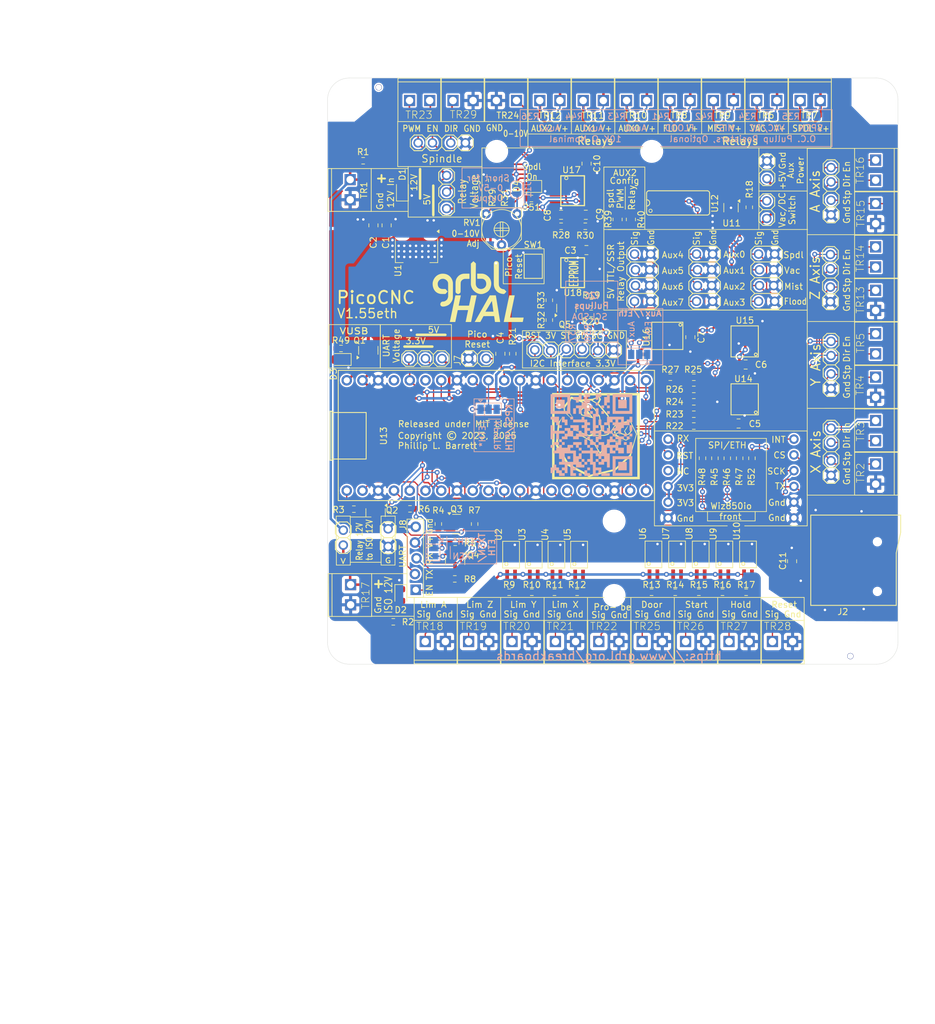
<source format=kicad_pcb>
(kicad_pcb (version 20240108) (generator "pcbnew") (generator_version "8.0")
  (title_block (title "PicoCNC") (date "2023-09-13") (rev "V 1.55eth") (company "Brookwood Design"))
  (layers (0 "F.Cu" signal) (31 "B.Cu" signal) (34 "B.Paste" user) (35 "F.Paste" user) (36 "B.SilkS" user "B.Silkscreen") (37 "F.SilkS" user "F.Silkscreen") (38 "B.Mask" user) (39 "F.Mask" user) (44 "Edge.Cuts" user))
  (net 0 "")
  (net 1 "+5V")
  (net 2 "GND")
  (net 3 "i12V")
  (net 4 "Net-(U17A-+IN)")
  (net 5 "GNDA")
  (net 6 "SDA")
  (net 7 "SCL")
  (net 8 "VACO")
  (net 9 "SPEN")
  (net 10 "+12V")
  (net 11 "RLYV")
  (net 12 "STENX")
  (net 13 "DIRX")
  (net 14 "STPX")
  (net 15 "STENY")
  (net 16 "DIRY")
  (net 17 "STPY")
  (net 18 "STENZ")
  (net 19 "DIRZ")
  (net 20 "STPZ")
  (net 21 "STENA")
  (net 22 "DIRA")
  (net 23 "STPA")
  (net 24 "SPV_10")
  (net 25 "SPDI")
  (net 26 "SPWMO")
  (net 27 "VBUS")
  (net 28 "Net-(D1-A)")
  (net 29 "Net-(D2-A)")
  (net 30 "Net-(D3-A)")
  (net 31 "Net-(D4-A)")
  (net 32 "Net-(J11-G1)")
  (net 33 "Net-(JP1-Pin_2)")
  (net 34 "Net-(M1-STRB)")
  (net 35 "Net-(Q4-S)")
  (net 36 "Net-(U16-GH)")
  (net 38 "Net-(Q5-B)")
  (net 39 "SPWM")
  (net 40 "Net-(TR18-Pin_1)")
  (net 41 "VACOV")
  (net 42 "SPENV")
  (net 43 "FLOODV")
  (net 44 "MISTV")
  (net 45 "AUX0V")
  (net 46 "AUX1V")
  (net 47 "AUX2V")
  (net 48 "LIMA")
  (net 49 "LIMZ")
  (net 50 "LIMY")
  (net 51 "LIMX")
  (net 52 "PRB")
  (net 53 "DOOR")
  (net 54 "CYST")
  (net 55 "FHOLD")
  (net 56 "AUX2")
  (net 57 "AUX1")
  (net 58 "AUX0")
  (net 59 "FLOOD")
  (net 60 "MIST")
  (net 61 "AUX7")
  (net 62 "AUX6")
  (net 63 "AUX5")
  (net 64 "AUX4")
  (net 65 "AUX3")
  (net 66 "KPSTR")
  (net 67 "RESET")
  (net 68 "TXEN")
  (net 69 "TX")
  (net 70 "RX")
  (net 71 "Net-(U2-C)")
  (net 72 "HITXV")
  (net 73 "HVRX")
  (net 74 "HVTX")
  (net 75 "RUN")
  (net 76 "SPI1_CS")
  (net 77 "SPI1_TX")
  (net 78 "SPI1_SCK")
  (net 79 "+3V3")
  (net 80 "SPI1_RX")
  (net 81 "SR1_OUT")
  (net 82 "SR1_LCK")
  (net 83 "SR1_SCK")
  (net 84 "SR0_OUT")
  (net 85 "SR0_LCK")
  (net 86 "SR0_SCK")
  (net 87 "V5")
  (net 88 "HVTXEN")
  (net 89 "Net-(C8-Pad1)")
  (net 90 "Net-(U3-C)")
  (net 91 "Net-(TR19-Pin_1)")
  (net 92 "Net-(TR20-Pin_1)")
  (net 93 "Net-(U4-C)")
  (net 94 "Net-(U5-C)")
  (net 95 "Net-(TR21-Pin_1)")
  (net 96 "Net-(TR22-Pin_1)")
  (net 97 "Net-(U6-C)")
  (net 98 "Net-(TR25-Pin_1)")
  (net 99 "Net-(U7-C)")
  (net 100 "Net-(U8-C)")
  (net 101 "Net-(TR26-Pin_1)")
  (net 102 "Net-(U9-C)")
  (net 103 "Net-(TR27-Pin_1)")
  (net 104 "Net-(TR28-Pin_1)")
  (net 105 "Net-(U10-C)")
  (net 106 "Net-(R29-Pad1)")
  (net 109 "Net-(U14-A)")
  (net 110 "Net-(U14-LCK)")
  (net 111 "WZ_INT")
  (net 112 "Net-(U14-SCK)")
  (net 113 "WZ_CS")
  (net 114 "AUX2PWM")
  (net 115 "Net-(U15-A)")
  (net 116 "Net-(U15-LCK)")
  (net 117 "Net-(U15-SCK)")
  (net 118 "Net-(U17B--IN)")
  (net 119 "WZ_RST")
  (net 120 "Net-(U17A--IN)")
  (net 124 "Net-(U15-SQH)")
  (footprint "Capacitor_SMD:C_0805_2012Metric" (layer "F.Cu") (at 114.475 74.315 180)
    (property "Reference" "C3")
    (property "Value" "100n")
  )
  (footprint "Capacitor_SMD:C_0805_2012Metric" (layer "F.Cu") (at 110.385 68.625 180)
    (property "Reference" "C8")
    (property "Value" "1uF")
  )
  (footprint "Capacitor_SMD:C_0805_2012Metric" (layer "F.Cu") (at 114.375 68.625)
    (property "Reference" "C9")
    (property "Value" "100n")
  )
  (footprint "Capacitor_SMD:C_0805_2012Metric" (layer "F.Cu") (at 114.495 60.375 -90)
    (property "Reference" "C10")
    (property "Value" "100n")
  )
  (footprint "LED_SMD:LED_0805_2012Metric" (layer "F.Cu") (at 84.795 64.725 90)
    (property "Reference" "D1")
    (property "Value" "LED")
  )
  (footprint "phils-connectors:1X03" (layer "F.Cu") (at 91.925 64.95 90)
    (property "Reference" "J1" (hide yes))
    (property "Value" "Conn_01x03" (hide yes))
  )
  (footprint "phils-connectors:1X04" (layer "F.Cu") (at 91.145 57.025 180)
    (property "Reference" "J12" (hide yes))
    (property "Value" "Conn_01x04")
  )
  (footprint "phils-connectors:1X02" (layer "F.Cu") (at 143.565 67.795 90)
    (property "Reference" "JP1" (hide yes))
    (property "Value" "PINHD-1X2")
  )
  (footprint "Resistor_SMD:R_0603_1608Metric" (layer "F.Cu") (at 78.465 59.915)
    (property "Reference" "R1")
    (property "Value" "2K7")
  )
  (footprint "Resistor_SMD:R_0603_1608Metric" (layer "F.Cu") (at 83.325 134.245)
    (property "Reference" "R2")
    (property "Value" "2K7")
  )
  (footprint "Resistor_SMD:R_0603_1608Metric" (layer "F.Cu") (at 102.015 129.475)
    (property "Reference" "R9")
    (property "Value" "2K2")
  )
  (footprint "Resistor_SMD:R_0603_1608Metric" (layer "F.Cu") (at 128.795 129.475)
    (property "Reference" "R14")
    (property "Value" "2K2")
  )
  (footprint "Resistor_SMD:R_0603_1608Metric" (layer "F.Cu") (at 136.42 129.475)
    (property "Reference" "R16")
    (property "Value" "2K2")
  )
  (footprint "Resistor_SMD:R_0603_1608Metric" (layer "F.Cu") (at 115.245 84.525)
    (property "Reference" "R20")
    (property "Value" "2K2")
  )
  (footprint "Resistor_SMD:R_0603_1608Metric" (layer "F.Cu") (at 140.745 67.415 90)
    (property "Reference" "R18")
    (property "Value" "100K")
  )
  (footprint "Resistor_SMD:R_0603_1608Metric" (layer "F.Cu") (at 110.395 70.475 180)
    (property "Reference" "R28")
    (property "Value" "10K")
  )
  (footprint "Resistor_SMD:R_0603_1608Metric" (layer "F.Cu") (at 99.195 63.075 90)
    (property "Reference" "R29")
    (property "Value" "10K")
  )
  (footprint "Resistor_SMD:R_0603_1608Metric" (layer "F.Cu") (at 114.295 70.475)
    (property "Reference" "R30")
    (property "Value" "10K")
  )
  (footprint "Resistor_SMD:R_0603_1608Metric" (layer "F.Cu") (at 101.335 63.085 90)
    (property "Reference" "R31")
    (property "Value" "10K")
  )
  (footprint "phils-trimmers:RM065-trimmer" (layer "F.Cu") (at 100.795 70.975 180)
    (property "Reference" "RV1")
    (property "Value" "10K pot")
  )
  (footprint "phils-connectors:T35-2-5milh" (layer "F.Cu") (at 143.575 50.2 180)
    (property "Reference" "TR6")
    (property "Value" "pterm3.5-2")
  )
  (footprint "phils-connectors:T35-2-5milh" (layer "F.Cu") (at 150.575 50.2 180)
    (property "Reference" "TR7")
    (property "Value" "pterm3.5-2")
  )
  (footprint "phils-connectors:T35-2-5milh" (layer "F.Cu") (at 129.575 50.2 180)
    (property "Reference" "TR8")
    (property "Value" "pterm3.5-2")
  )
  (footprint "phils-connectors:T35-2-5milh" (layer "F.Cu") (at 136.575 50.2 180)
    (property "Reference" "TR9")
    (property "Value" "pterm3.5-2")
  )
  (footprint "phils-connectors:T35-2-5milh" (layer "F.Cu") (at 122.575 50.2 180)
    (property "Reference" "TR10")
    (property "Value" "pterm3.5-2")
  )
  (footprint "phils-connectors:T35-2-5milh" (layer "F.Cu") (at 115.575 50.2 180)
    (property "Reference" "TR11")
    (property "Value" "pterm3.5-2")
  )
  (footprint "phils-connectors:T35-2-5milh" (layer "F.Cu") (at 108.575 50.2 180)
    (property "Reference" "TR12")
    (property "Value" "pterm3.5-2")
  )
  (footprint "phils-connectors:T35-2-5milh" (layer "F.Cu") (at 76.37 64.575 -90)
    (property "Reference" "TR1")
    (property "Value" "pterm3.5-2")
  )
  (footprint "phils-connectors:T35-2-5milh" (layer "F.Cu") (at 101.575 50.2 180)
    (property "Reference" "TR24")
    (property "Value" "pterm3.5-2")
  )
  (footprint "phils-ics:EL3H7-G" (layer "F.Cu") (at 129.097499 123.375 90)
    (property "Reference" "U7")
    (property "Value" "EL3H7-G" (hide yes))
  )
  (footprint "phils-ics:EL3H7-G" (layer "F.Cu") (at 132.909998 123.375 90)
    (property "Reference" "U8")
    (property "Value" "EL3H7-G" (hide yes))
  )
  (footprint "phils-ics:EL3H7-G" (layer "F.Cu") (at 136.722497 123.375 90)
    (property "Reference" "U9")
    (property "Value" "EL3H7-G" (hide yes))
  )
  (footprint "phils-ics:EL3H7-G" (layer "F.Cu") (at 140.534996 123.375 90)
    (property "Reference" "U10")
    (property "Value" "EL3H7-G" (hide yes))
  )
  (footprint "phils-ics:SO16" (layer "F.Cu") (at 129.26 66.71)
    (property "Reference" "U12")
    (property "Value" "ULN2003AD" (hide yes))
  )
  (footprint "phils-modules:RaspBerry_PI_Pico_no_prog" (layer "F.Cu") (at 99.95 104.2 90)
    (property "Reference" "U13")
    (property "Value" "Pico_no_prog")
  )
  (footprint "phils-ics:SO08" (layer "F.Cu") (at 112.25 64.74 -90)
    (property "Reference" "U17")
    (property "Value" "LM358D")
  )
  (footprint "LED_SMD:LED_0805_2012Metric" (layer "F.Cu") (at 84.545 129.925 -90)
    (property "Reference" "D2")
    (property "Value" "LED")
  )
  (footprint "phils-ics:EL3H7-G" (layer "F.Cu") (at 102.325 123.415 90)
    (property "Reference" "U2")
    (property "Value" "EL3H7-G" (hide yes))
  )
  (footprint "phils-modules:Serial_header_mountin_holes" (layer "F.Cu") (at 86.895 129.125)
    (property "Reference" "J8")
    (property "Value" "async_daughter")
  )
  (footprint "Package_TO_SOT_SMD:SOT-353_SC-70-5" (layer "F.Cu") (at 137.795 67.475 -90)
    (property "Reference" "U11")
    (property "Value" "74LVC1G32")
  )
  (footprint "Resistor_SMD:R_0603_1608Metric" (layer "F.Cu") (at 109.321666 129.475)
    (property "Reference" "R11")
    (property "Value" "2K2")
  )
  (footprint "Resistor_SMD:R_0603_1608Metric" (layer "F.Cu") (at 112.975 129.475)
    (property "Reference" "R12")
    (property "Value" "2K2")
  )
  (footprint "Resistor_SMD:R_0603_1608Metric" (layer "F.Cu") (at 105.668333 129.475)
    (property "Reference" "R10")
    (property "Value" "2K2")
  )
  (footprint "phils-ics:EL3H7-G" (layer "F.Cu") (at 125.285 123.375 90)
    (property "Reference" "U6")
    (property "Value" "EL3H7-G" (hide yes))
  )
  (footprint "phils-ics:EL3H7-G" (layer "F.Cu") (at 109.638332 123.415 90)
    (property "Reference" "U4")
    (property "Value" "EL3H7-G" (hide yes))
  )
  (footprint "phils-ics:EL3H7-G" (layer "F.Cu") (at 113.295 123.415 90)
    (property "Reference" "U5")
    (property "Value" "EL3H7-G" (hide yes))
  )
  (footprint "phils-connectors:MountingHole_3.2mm_M3" (layer "F.Cu") (at 76.225 137.575)
    (property "Reference" "REF**" (hide yes))
    (property "Value" "MountingHole_3.2mm_M3")
  )
  (footprint "phils-connectors:MountingHole_3.2mm_M3" (layer "F.Cu") (at 161.225 137.575)
    (property "Reference" "REF**" (hide yes))
    (property "Value" "MountingHole_3.2mm_M3")
  )
  (footprint "phils-connectors:MountingHole_3.2mm_M3" (layer "F.Cu") (at 161.225 50.075)
    (property "Reference" "REF**" (hide yes))
    (property "Value" "MountingHole_3.2mm_M3")
  )
  (footprint "phils-connectors:MountingHole_3.2mm_M3" (layer "F.Cu") (at 76.225 50.075)
    (property "Reference" "REF**" (hide yes))
    (property "Value" "MountingHole_3.2mm_M3")
  )
  (footprint "phils-connectors:1X03" (layer "F.Cu") (at 88.51 91.8)
    (property "Reference" "J7")
    (property "Value" "Conn_01x03" (hide yes))
  )
  (footprint "phils-footprints:SOT-23-rct" (layer "F.Cu") (at 80.47 116.6375 -90)
    (property "Reference" "Q2")
    (property "Value" "BSS138")
  )
  (footprint "phils-footprints:SOT-23-rct" (layer "F.Cu") (at 93.53 118.485)
    (property "Reference" "Q3")
    (property "Value" "BSS138")
  )
  (footprint "Resistor_SMD:R_0603_1608Metric" (layer "F.Cu") (at 76.97 116.075 180)
    (property "Reference" "R3")
    (property "Value" "10K")
  )
  (footprint "Resistor_SMD:R_0603_1608Metric" (layer "F.Cu") (at 90.595 118.475 -90)
    (property "Reference" "R4")
    (property "Value" "10K")
  )
  (footprint "Resistor_SMD:R_0603_1608Metric" (layer "F.Cu") (at 86.025 116.035 180)
    (property "Reference" "R6")
    (property "Value" "10K")
  )
  (footprint "Resistor_SMD:R_0603_1608Metric" (layer "F.Cu") (at 96.445 118.475 90)
    (property "Reference" "R7")
    (property "Value" "10K")
  )
  (footprint "Resistor_SMD:R_0603_1608Metric" (layer "F.Cu") (at 108.495 85.6 -90)
    (property "Reference" "R32")
    (property "Value" "1K")
  )
  (footprint "Resistor_SMD:R_0603_1608Metric" (layer "F.Cu") (at 108.495 82.4 90)
    (property "Reference" "R33")
    (property "Value" "1K")
  )
  (footprint "Resistor_SMD:R_0603_1608Metric" (layer "F.Cu") (at 140.2325 129.475)
    (property "Reference" "R17")
    (property "Value" "2K2")
  )
  (footprint "Resistor_SMD:R_0603_1608Metric" (layer "F.Cu") (at 102.595 91.025 -90)
    (property "Reference" "R21")
    (property "Value" "10K")
  )
  (footprint "Resistor_SMD:R_0603_1608Metric" (layer "F.Cu") (at 131.795 94.825 180)
    (property "Reference" "R25")
    (property "Value" "100")
  )
  (footprint "Resistor_SMD:R_0603_1608Metric" (layer "F.Cu") (at 131.795 96.775 180)
    (property "Reference" "R26")
    (property "Value" "100")
  )
  (footprint "Resistor_SMD:R_0603_1608Metric" (layer "F.Cu") (at 128.005 94.815 180)
    (property "Reference" "R27")
    (property "Value" "100")
  )
  (footprint "Capacitor_SMD:C_0805_2012Metric" (layer "F.Cu") (at 82.245 70.325 90)
    (property "Reference" "C1")
    (property "Value" "10u")
  )
  (footprint "Capacitor_SMD:C_0805_2012Metric" (layer "F.Cu") (at 80.12 70.325 90)
    (property "Reference" "C2")
    (property "Value" "10u")
  )
  (footprint "Package_TO_SOT_SMD:SOT-223-3_TabPin2" (layer "F.Cu") (at 87.075 74.425 -90)
    (property "Reference" "U1")
    (property "Value" "AMS1117CD-5.0")
  )
  (footprint "phils-modules:I2C_Header" (layer "F.Cu") (at 112.505 90.402)
    (property "Reference" "M1" (hide yes))
    (property "Value" "i2c_daughter" (hide yes))
  )
  (footprint "phils-connectors:1X04" (layer "F.Cu") (at 153.93 64.825 90)
    (property "Reference" "J6" (hide yes))
    (property "Value" "Conn_01x04")
  )
  (footprint "phils-connectors:1X04" (layer "F.Cu") (at 153.93 92.825 90)
    (property "Reference" "J4" (hide yes))
    (property "Value" "Conn_01x04")
  )
  (footprint "phils-connectors:1X04" (layer "F.Cu") (at 153.93 106.825 90)
    (property "Reference" "J3" (hide yes))
    (property "Value" "Conn_01x04")
  )
  (footprint "phils-connectors:1X04" (layer "F.Cu") (at 153.83 78.825 90)
    (property "Reference" "J5" (hide yes))
    (property "Value" "Conn_01x04")
  )
  (footprint "Capacitor_SMD:C_0805_2012Metric" (layer "F.Cu") (at 139.015 102.275)
    (property "Reference" "C5")
    (property "Value" "100n")
  )
  (footprint "Capacitor_SMD:C_0805_2012Metric" (layer "F.Cu") (at 140.155 92.765)
    (property "Reference" "C6")
    (property "Value" "100n")
  )
  (footprint "Capacitor_SMD:C_0805_2012Metric" (layer "F.Cu") (at 131.245 88.355 -90)
    (property "Reference" "C7")
    (property "Value" "100n")
  )
  (footprint "Resistor_SMD:R_0603_1608Metric" (layer "F.Cu") (at 131.795 102.675 180)
    (property "Reference" "R22")
    (property "Value" "100")
  )
  (footprint "Resistor_SMD:R_0603_1608Metric" (layer "F.Cu") (at 131.795 100.775 180)
    (property "Reference" "R23")
    (property "Value" "100")
  )
  (footprint "Resistor_SMD:R_0603_1608Metric" (layer "F.Cu") (at 131.795 98.775 180)
    (property "Reference" "R24")
    (property "Value" "100")
  )
  (footprint "phils-ics:HTSSOP-16_4.4x5mm_P0.65" (layer "F.Cu") (at 140 98.375 180)
    (property "Reference" "U14")
    (property "Value" "74HCT595" (hide yes))
  )
  (footprint "phils-ics:HTSSOP-16_4.4x5mm_P0.65" (layer "F.Cu") (at 140 89.035 180)
    (property "Reference" "U15")
    (property "Value" "74HCT595" (hide yes))
  )
  (footprint "phils-ics:HTSSOP-16_4.4x5mm_P0.65" (layer "F.Cu") (at 127.525 88.145 -90)
    (property "Reference" "U16")
    (property "Value" "74HCT595" (hide yes))
  )
  (footprint "Capacitor_SMD:C_0805_2012Metric" (layer "F.Cu") (at 100.595 91.025 90)
    (property "Reference" "C4")
    (property "Value" "100n")
  )
  (footprint "Resistor_SMD:R_0603_1608Metric" (layer "F.Cu") (at 124.9825 129.475)
    (property "Reference" "R13")
    (property "Value" "2K2")
  )
  (footprint "phils-footprints:SOT-23-rct" (layer "F.Cu") (at 93.295 124.375 -90)
    (property "Reference" "Q4")
    (property "Value" "BSS138")
  )
  (footprint "Resistor_SMD:R_0603_1608Metric" (layer "F.Cu") (at 93.305 121.425 180)
    (property "Reference" "R5")
    (property "Value" "10K")
  )
  (footprint "Resistor_SMD:R_0603_1608Metric" (layer "F.Cu") (at 93.245 127.325)
    (property "Reference" "R8")
    (property "Value" "10K")
  )
  (footprint "phils logos:gerbil 15x15" (layer "F.Cu") (at 115.995 104.275)
    (property "Reference" "G***" (hide yes))
    (property "Value" "LOGO" (hide yes))
  )
  (footprint "Resistor_SMD:R_0603_1608Metric" (layer "F.Cu") (at 115.26 82.775)
    (property "Reference" "R19")
    (property "Value" "2K2")
  )
  (footprint "phils-ics:SO08" (layer "F.Cu") (at 112.25 77.96 -90)
    (property "Reference" "U18")
    (property "Value" "FM24CLxxx")
  )
  (footprint "phils-connectors:2X04" (layer "F.Cu") (at 143.535 77.495 -90)
    (property "Reference" "J10" (hide yes))
    (property "Value" "Conn_02x04_Odd_Even" (hide yes))
  )
  (footprint "phils-connectors:2X04" (layer "F.Cu") (at 123.535 77.495 -90)
    (property "Reference" "J14" (hide yes))
    (property "Value" "Conn_02x04_Odd_Even" (hide yes))
  )
  (footprint "phils-connectors:2X04" (layer "F.Cu") (at 133.535 77.495 -90)
    (property "Reference" "J13" (hide yes))
    (property "Value" "Conn_02x04_Odd_Even" (hide yes))
  )
  (footprint "phils-connectors:1X02" (layer "F.Cu") (at 96.895 91.8 180)
    (property "Reference" "J15" (hide yes))
    (property "Value" "Conn_01x02")
  )
  (footprint "Resistor_SMD:R_0603_1608Metric" (layer "F.Cu") (at 132.6075 129.475)
    (property "Reference" "R15")
    (property "Value" "2K2")
  )
  (footprint "phils-holes:stencil_align_1mm" (layer "F.Cu") (at 80.975 48.075)
    (property "Reference" "A" (hide yes))
    (property "Value" "stencil_align_1mm")
  )
  (footprint "phils-holes:stencil_align_1mm" (layer "F.Cu") (at 157.045 139.775)
    (property "Reference" "A" (hide yes))
    (property "Value" "stencil_align_1mm")
  )
  (footprint "phils-connectors:T35-2-5milh" (layer "F.Cu") (at 161.12 110.425 90)
    (property "Reference" "TR2")
    (property "Value" "pterm3.5-2" (hide yes))
  )
  (footprint "phils-connectors:T35-2-5milh" (layer "F.Cu") (at 161.12 103.425 90)
    (property "Reference" "TR3")
    (property "Value" "pterm3.5-2" (hide yes))
  )
  (footprint "phils-connectors:T35-2-5milh" (layer "F.Cu") (at 161.12 96.425 90)
    (property "Reference" "TR4")
    (property "Value" "pterm3.5-2" (hide yes))
  )
  (footprint "phils-connectors:T35-2-5milh" (layer "F.Cu") (at 161.12 89.425 90)
    (property "Reference" "TR5")
    (property "Value" "pterm3.5-2" (hide yes))
  )
  (footprint "phils-connectors:T35-2-5milh" (layer "F.Cu") (at 161.12 82.425 90)
    (property "Reference" "TR13")
    (property "Value" "pterm3.5-2" (hide yes))
  )
  (footprint "phils-connectors:T35-2-5milh" (layer "F.Cu") (at 161.12 75.425 90)
    (property "Reference" "TR14")
    (property "Value" "pterm3.5-2" (hide yes))
  )
  (footprint "phils-connectors:T35-2-5milh" (layer "F.Cu") (at 161.12 68.425 90)
    (property "Reference" "TR15")
    (property "Value" "pterm3.5-2" (hide yes))
  )
  (footprint "phils-connectors:T35-2-5milh" (layer "F.Cu") (at 161.12 61.425 90)
    (property "Reference" "TR16")
    (property "Value" "pterm3.5-2" (hide yes))
  )
  (footprint "phils-connectors:T35-2-5milh" (layer "F.Cu") (at 76.445 129.875 -90)
    (property "Reference" "TR17")
    (property "Value" "pterm3.5-2" (hide yes))
  )
  (footprint "phils-connectors:T35-2-5milh" (layer "F.Cu") (at 90.1 137.425)
    (property "Reference" "TR18")
    (property "Value" "pterm3.5-2" (hide yes))
  )
  (footprint "phils-connectors:T35-2-5milh" (layer "F.Cu") (at 97.1 137.425)
    (property "Reference" "TR19")
    (property "Value" "pterm3.5-2" (hide yes))
  )
  (footprint "phils-connectors:T35-2-5milh" (layer "F.Cu") (at 104.1 137.425)
    (property "Reference" "TR20")
    (property "Value" "pterm3.5-2" (hide yes))
  )
  (footprint "phils-connectors:T35-2-5milh" (layer "F.Cu") (at 111.1 137.425)
    (property "Reference" "TR21")
    (property "Value" "pterm3.5-2" (hide yes))
  )
  (footprint "phils-connectors:T35-2-5milh" (layer "F.Cu") (at 118.1 137.425)
    (property "Reference" "TR22")
    (property "Value" "pterm3.5-2" (hide yes))
  )
  (footprint "phils-connectors:T35-2-5milh" (layer "F.Cu") (at 87.575 50.2 180)
    (property "Reference" "TR23")
    (property "Value" "pterm3.5-2" (hide yes))
  )
  (footprint "phils-connectors:T35-2-5milh" (layer "F.Cu") (at 125.1 137.425)
    (property "Reference" "TR25")
    (property "Value" "pterm3.5-2" (hide yes))
  )
  (footprint "phils-connectors:T35-2-5milh" (layer "F.Cu") (at 132.1 137.425)
    (property "Reference" "TR26")
    (property "Value" "pterm3.5-2" (hide yes))
  )
  (footprint "phils-connectors:T35-2-5milh" (layer "F.Cu") (at 139.1 137.425)
    (property "Reference" "TR27")
    (property "Value" "pterm3.5-2" (hide yes))
  )
  (footprint "phils-connectors:T35-2-5milh" (layer "F.Cu") (at 146.1 137.425)
    (property "Reference" "TR28")
    (property "Value" "pterm3.5-2" (hide yes))
  )
  (footprint "phils-connectors:T35-2-5milh" (layer "F.Cu") (at 94.575 50.2 180)
    (property "Reference" "TR29")
    (property "Value" "pterm3.5-2" (hide yes))
  )
  (footprint "phils-connectors:sdcard_sofng_c111196" (layer "F.Cu") (at 155.77784 124.575 90)
    (property "Reference" "J2")
    (property "Value" "MicroSD-MGnd")
  )
  (footprint "Resistor_SMD:R_0805_2012Metric" (layer "F.Cu") (at 121.645 69.375 90)
    (property "Reference" "R39")
    (property "Value" "0")
  )
  (footprint "Resistor_SMD:R_0805_2012Metric" (layer "F.Cu") (at 119.495 69.375 -90)
    (property "Reference" "R40")
    (property "Value" "DNP")
  )
  (footprint "Resistor_SMD:R_0603_1608Metric" (layer "F.Cu") (at 135.195 107.875 90)
    (property "Reference" "R45")
    (property "Value" "10K")
  )
  (footprint "Resistor_SMD:R_0603_1608Metric" (layer "F.Cu") (at 137.195 107.875 90)
    (property "Reference" "R46")
    (property "Value" "10K")
  )
  (footprint "Resistor_SMD:R_0603_1608Metric" (layer "F.Cu") (at 139.195 107.875 90)
    (property "Reference" "R47")
    (property "Value" "10K")
  )
  (footprint "Resistor_SMD:R_0603_1608Metric" (layer "F.Cu") (at 133.195 107.875 90)
    (property "Reference" "R48")
    (property "Value" "10K")
  )
  (footprint "Capacitor_SMD:C_0805_2012Metric" (layer "F.Cu") (at 147.645 124.475 90)
    (property "Reference" "C11")
    (property "Value" "100n")
  )
  (footprint "phils-switches:TA-1088R-02026" (layer "F.Cu") (at 105.895 76.925 -90)
    (property "Reference" "SW1")
    (property "Value" "SW_SPST")
  )
  (footprint "phils-footprints:SOT-23-rct" (layer "F.Cu") (at 111.245 83.675 90)
    (property "Reference" "Q5")
    (property "Value" "MMBT3904")
  )
  (footprint "phils-ics:EL3H7-G" (layer "F.Cu") (at 105.981666 123.415 90)
    (property "Reference" "U3")
    (property "Value" "EL3H7-G" (hide yes))
  )
  (footprint "Resistor_SMD:R_0603_1608Metric" (layer "F.Cu") (at 74.895 90.175 180)
    (property "Reference" "R49")
    (property "Value" "1K")
  )
  (footprint "phils-footprints:SOT-23-rct" (layer "F.Cu") (at 79.295 90.475 90)
    (property "Reference" "Q1")
    (property "Value" "DMG2305UX-7")
  )
  (footprint "LED_SMD:LED_0805_2012Metric" (layer "F.Cu") (at 105.575 64.055 180)
    (property "Reference" "D4")
    (property "Value" "LED")
  )
  (footprint "Resistor_SMD:R_0603_1608Metric" (layer "F.Cu") (at 105.595 66 180)
    (property "Reference" "R51")
    (property "Value" "1K")
  )
  (footprint "LED_SMD:LED_0805_2012Metric" (layer "F.Cu") (at 74.85 91.955 180)
    (property "Reference" "D3")
    (property "Value" "LED")
  )
  (footprint "phils-connectors:1X02-1mm" (layer "F.Cu") (at 75.26 120.675 -90)
    (property "Reference" "J9" (hide yes))
    (property "Value" "Conn_01x02")
  )
  (footprint "phils-connectors:1X02" (layer "F.Cu") (at 82.495 120.675 90)
    (property "Reference" "J17" (hide yes))
    (property "Value" "Conn_01x02")
  )
  (footprint "Resistor_SMD:R_0603_1608Metric" (layer "F.Cu") (at 141.17 107.875 90)
    (property "Reference" "R52")
    (property "Value" "4K7")
  )
  (footprint "phils-modules:wiz820io" (layer "F.Cu") (at 137.795 109.875 180)
    (property "Reference" "M2" (hide yes))
    (property "Value" "WIZ820io")
  )
  (footprint "phils logos:grblhal" (layer "F.Cu") (at 97.445 81.125)
    (property "Reference" "G***" (hide yes))
    (property "Value" "LOGO" (hide yes))
  )
  (footprint "phils-connectors:1X02" (layer "F.Cu") (at 143.595 61.375 90)
    (property "Reference" "J16" (hide yes))
    (property "Value" "Conn_01x02")
  )
  (footprint "Jumper:SolderJumper-2_P1.3mm_Open_RoundedPad1.0x1.5mm" (layer "B.Cu") (at 103.245 64.575 90)
    (property "Reference" "J11")
    (property "Value" "GS2")
  )
  (footprint "Resistor_SMD:R_0805_2012Metric_Pad1.20x1.40mm_HandSolder" (layer "B.Cu") (at 108.575 52.765)
    (property "Reference" "R36")
    (property "Value" "DNP")
  )
  (footprint "Resistor_SMD:R_0805_2012Metric" (layer "B.Cu") (at 113.845 87.625 -90)
    (property "Reference" "R37")
    (property "Value" "DNP")
  )
  (footprint "Resistor_SMD:R_0805_2012Metric" (layer "B.Cu") (at 116.345 87.625 -90)
    (property "Reference" "R38")
    (property "Value" "DNP")
  )
  (footprint "Resistor_SMD:R_0805_2012Metric_Pad1.20x1.40mm_HandSolder" (layer "B.Cu") (at 143.63333 52.765)
    (property "Reference" "R34")
    (property "Value" "DNP")
  )
  (footprint "Resistor_SMD:R_0805_2012Metric_Pad1.20x1.40mm_HandSolder" (layer "B.Cu") (at 150.645 52.765)
    (property "Reference" "R35")
    (property "Value" "DNP")
  )
  (footprint "Resistor_SMD:R_0805_2012Metric_Pad1.20x1.40mm_HandSolder" (layer "B.Cu") (at 129.609998 52.765)
    (property "Reference" "R41")
    (property "Value" "DNP")
  )
  (footprint "Resistor_SMD:R_0805_2012Metric_Pad1.20x1.40mm_HandSolder" (layer "B.Cu") (at 136.621664 52.765)
    (property "Reference" "R42")
    (property "Value" "DNP")
  )
  (footprint "Resistor_SMD:R_0805_2012Metric_Pad1.20x1.40mm_HandSolder" (layer "B.Cu") (at 122.598332 52.765)
    (property "Reference" "R43")
    (property "Value" "DNP")
  )
  (footprint "Resistor_SMD:R_0805_2012Metric_Pad1.20x1.40mm_HandSolder" (layer "B.Cu") (at 115.586666 52.765)
    (property "Reference" "R44")
    (property "Value" "DNP")
  )
  (footprint "Jumper:SolderJumper-3_P1.3mm_Bridged12_Pad1.0x1.5mm" (layer "B.Cu") (at 89.8525 122.375 -90)
    (property "Reference" "JP3" (hide yes))
    (property "Value" "JUMPER-SMT_3_NO_NO-SILK")
  )
  (footprint "Jumper:SolderJumper-3_P1.3mm_Bridged12_Pad1.0x1.5mm" (layer "B.Cu") (at 122.995 91.1325 180)
    (property "Reference" "JP4" (hide yes))
    (property "Value" "JUMPER-SMT_3_NO_NO-SILK")
  )
  (footprint "Jumper:SolderJumper-3_P1.3mm_Bridged12_Pad1.0x1.5mm" (layer "B.Cu") (at 98.695 99.975)
    (property "Reference" "JP2" (hide yes))
    (property "Value" "JUMPER-SMT_3_NO_NO-SILK")
  )
  (footprint "phils-logos:PICOcnc-URL-QRC" (layer "B.Cu") (at 115.295 104.125 180)
    (property "Reference" "G***" (hide yes))
    (property "Value" "LOGO" (hide yes))
  )
  (gr_line (start 104.415 67.535) (end 94.415 67.535) (stroke (width 0.12)) (layer "B.SilkS"))
  (gr_line (start 103.795 57.615) (end 154.095 57.615) (stroke (width 0.12)) (layer "B.SilkS"))
  (gr_line (start 103.795 51.675) (end 103.795 57.615) (stroke (width 0.12)) (layer "B.SilkS"))
  (gr_line (start 124.865 88.915) (end 122.975 88.915) (stroke (width 0.12)) (layer "B.SilkS"))
  (gr_line (start 126.795 83.745) (end 119.555 83.745) (stroke (width 0.12)) (layer "B.SilkS"))
  (gr_line (start 103.795 51.675) (end 154.095 51.675) (stroke (width 0.12)) (layer "B.SilkS"))
  (gr_line (start 91.965 120.495) (end 91.965 122.615) (stroke (width 0.12)) (layer "B.SilkS"))
  (gr_line (start 123.625 92.135) (end 123.625 90.125) (stroke (width 0.12)) (layer "B.SilkS"))
  (gr_line (start 96.805 102.085) (end 98.875 102.085) (stroke (width 0.12)) (layer "B.SilkS"))
  (gr_line (start 102.815 98.305) (end 102.815 106.815) (stroke (width 0.12)) (layer "B.SilkS"))
  (gr_line (start 154.095 51.675) (end 154.095 57.615) (stroke (width 0.12)) (layer "B.SilkS"))
  (gr_line (start 88.885 121.725) (end 90.835 121.725) (stroke (width 0.12)) (layer "B.SilkS"))
  (gr_line (start 100 124.895787) (end 88.5666 124.895787) (stroke (width 0.12)) (layer "B.SilkS"))
  (gr_line (start 88.5666 119.6) (end 100 119.6) (stroke (width 0.12)) (layer "B.SilkS"))
  (gr_line (start 94.415 67.535) (end 94.415 61.065) (stroke (width 0.12)) (layer "B.SilkS"))
  (gr_line (start 94.415 61.065) (end 103.165 61.065) (stroke (width 0.12)) (layer "B.SilkS"))
  (gr_line (start 119.545 79.325) (end 111.145 79.325) (stroke (width 0.12)) (layer "B.SilkS"))
  (gr_line (start 121.255 89.705) (end 123.285 89.705) (stroke (width 0.12)) (layer "B.SilkS"))
  (gr_line (start 96.355 98.305) (end 102.815 98.305) (stroke (width 0.12)) (layer "B.SilkS"))
  (gr_line (start 98.035 100.935) (end 98.035 98.975) (stroke (width 0.12)) (layer "B.SilkS"))
  (gr_line (start 111.145 89.175) (end 119.545 89.175) (stroke (width 0.12)) (layer "B.SilkS"))
  (gr_line (start 119.545 89.175) (end 119.545 79.325) (stroke (width 0.12)) (layer "B.SilkS"))
  (gr_line (start 119.565 92.445) (end 119.565 92.795) (stroke (width 0.12)) (layer "B.SilkS"))
  (gr_line (start 102.815 106.815) (end 96.355 106.815) (stroke (width 0.12)) (layer "B.SilkS"))
  (gr_line (start 100 119.6) (end 100 124.895787) (stroke (width 0.12)) (layer "B.SilkS"))
  (gr_line (start 92.525 122.075) (end 92.525 124.115) (stroke (width 0.12)) (layer "B.SilkS"))
  (gr_line (start 88.5666 124.895787) (end 88.5666 119.6) (stroke (width 0.12)) (layer "B.SilkS"))
  (gr_line (start 96.355 106.815) (end 96.355 98.305) (stroke (width 0.12)) (layer "B.SilkS"))
  (gr_line (start 119.565 92.795) (end 126.775 92.795) (stroke (width 0.12)) (layer "B.SilkS"))
  (gr_line (start 126.775 92.795) (end 126.795 83.745) (stroke (width 0.12)) (layer "B.SilkS"))
  (gr_line (start 100.605 101.565) (end 98.655 101.565) (stroke (width 0.12)) (layer "B.SilkS"))
  (gr_line (start 104.415 61.065) (end 104.415 67.535) (stroke (width 0.12)) (layer "B.SilkS"))
  (gr_line (start 119.545 84.465) (end 119.565 92.445) (stroke (width 0.12)) (layer "B.SilkS"))
  (gr_line (start 111.145 79.325) (end 111.145 89.175) (stroke (width 0.12)) (layer "B.SilkS"))
  (gr_line (start 103.165 61.065) (end 104.415 61.065) (stroke (width 0.12)) (layer "B.SilkS"))
  (gr_line (start 100.645 134.05) (end 100.645 130.325) (stroke (width 0.12)) (layer "F.SilkS"))
  (gr_line (start 106.5 57.85) (end 153.9 57.85) (stroke (width 0.12)) (layer "F.SilkS"))
  (gr_line (start 112.05 55.55) (end 112.05 53.55) (stroke (width 0.12)) (layer "F.SilkS"))
  (gr_line (start 114.4 55.6) (end 146 55.6) (stroke (width 0.12)) (layer "F.SilkS"))
  (gr_line (start 153.9 55.6) (end 146 55.6) (stroke (width 0.12)) (layer "F.SilkS"))
  (gr_line (start 114.4 55.6) (end 105.07 55.6) (stroke (width 0.12)) (layer "F.SilkS"))
  (gr_line (start 117.285 83.995) (end 117.285 70.995) (stroke (width 0.12)) (layer "F.SilkS"))
  (gr_line (start 81.225 86.325) (end 81.225 93.325) (stroke (width 0.12)) (layer "F.SilkS"))
  (gr_line (start 157.73 85.825) (end 150.125 85.825) (stroke (width 0.12)) (layer "F.SilkS"))
  (gr_line (start 157.73 71.825) (end 150.135 71.825) (stroke (width 0.12)) (layer "F.SilkS"))
  (gr_line (start 157.72 57.925) (end 150.095 57.925) (stroke (width 0.12)) (layer "F.SilkS"))
  (gr_line (start 150.095 113.825) (end 150.095 57.925) (stroke (width 0.12)) (layer "F.SilkS"))
  (gr_line (start 157.73 99.825) (end 150.105 99.83) (stroke (width 0.12)) (layer "F.SilkS"))
  (gr_line (start 79.82 133.35) (end 86.7 133.3492) (stroke (width 0.12)) (layer "F.SilkS"))
  (gr_line (start 142.295 64.8) (end 150.095 64.8) (stroke (width 0.12)) (layer "F.SilkS"))
  (gr_line (start 120.915 93.315) (end 104.165 93.315) (stroke (width 0.12)) (layer "F.SilkS"))
  (gr_line (start 105.045 53.525) (end 105.045 57.775) (stroke (width 0.12)) (layer "F.SilkS"))
  (gr_line (start 147.05 55.55) (end 147.05 53.55) (stroke (width 0.12)) (layer "F.SilkS"))
  (gr_line (start 84.045 60.85) (end 84.045 53.545) (stroke (width 0.12)) (layer "F.SilkS"))
  (gr_line (start 79.845 126.475) (end 85.545 126.4742) (stroke (width 0.12)) (layer "F.SilkS"))
  (gr_line (start 74.12 117.2) (end 76.395 117.2) (stroke (width 0.12)) (layer "F.SilkS"))
  (gr_line (start 74.145 125.1) (end 74.12 117.2) (stroke (width 0.12)) (layer "F.SilkS"))
  (gr_line (start 76.395 125.1) (end 74.145 125.1) (stroke (width 0.12)) (layer "F.SilkS"))
  (gr_line (start 76.395 117.2) (end 76.395 125.1) (stroke (width 0.12)) (layer "F.SilkS"))
  (gr_line (start 81.355 125.1) (end 81.355 117.2) (stroke (width 0.12)) (layer "F.SilkS"))
  (gr_line (start 83.605 125.1) (end 81.355 125.1) (stroke (width 0.12)) (layer "F.SilkS"))
  (gr_line (start 83.63 117.2) (end 83.605 125.1) (stroke (width 0.12)) (layer "F.SilkS"))
  (gr_line (start 81.355 117.2) (end 83.63 117.2) (stroke (width 0.12)) (layer "F.SilkS"))
  (gr_line (start 76.395 117.345) (end 79.745 117.345) (stroke (width 0.12)) (layer "F.SilkS"))
  (gr_line (start 86.7 134.025) (end 86.7 130.325) (stroke (width 0.12)) (layer "F.SilkS"))
  (gr_line (start 87.125 87.975) (end 91.725 87.975) (stroke (width 0.4)) (layer "F.SilkS"))
  (gr_line (start 97.62 57.85) (end 97.62 60.85) (stroke (width 0.12)) (layer "F.SilkS"))
  (gr_line (start 85.725 69) (end 97.625 69) (stroke (width 0.12)) (layer "F.SilkS"))
  (gr_line (start 87.645 66) (end 87.645 61.25) (stroke (width 0.4)) (layer "F.SilkS"))
  (gr_line (start 85.725 68.75) (end 85.725 69.015) (stroke (width 0.12)) (layer "F.SilkS"))
  (gr_line (start 137.195 118.775) (end 125.445 118.775) (stroke (width 0.12)) (layer "F.SilkS"))
  (gr_line (start 121.645 134.025) (end 121.645 130.325) (stroke (width 0.12)) (layer "F.SilkS"))
  (gr_line (start 97.62 60.85) (end 84.045 60.85) (stroke (width 0.12)) (layer "F.SilkS"))
  (gr_line (start 119.05 55.55) (end 119.05 53.55) (stroke (width 0.12)) (layer "F.SilkS"))
  (gr_line (start 123.17 71) (end 117.945 71) (stroke (width 0.12)) (layer "F.SilkS"))
  (gr_line (start 126.025 55.575) (end 126.025 53.575) (stroke (width 0.12)) (layer "F.SilkS"))
  (gr_line (start 117.285 70.995) (end 117.285 60.92) (stroke (width 0.12)) (layer "F.SilkS"))
  (gr_line (start 140.05 55.575) (end 140.05 53.575) (stroke (width 0.12)) (layer "F.SilkS"))
  (gr_line (start 125.445 118.775) (end 125.445 103.475) (stroke (width 0.12)) (layer "F.SilkS"))
  (gr_line (start 149.595 130.315) (end 149.6 134.025) (stroke (width 0.12)) (layer "F.SilkS"))
  (gr_line (start 117.295 60.925) (end 123.895 60.925) (stroke (width 0.12)) (layer "F.SilkS"))
  (gr_line (start 117.285 70.995) (end 150.155 70.995) (stroke (width 0.12)) (layer "F.SilkS"))
  (gr_line (start 85.725 68.75) (end 85.725 60.85) (stroke (width 0.12)) (layer "F.SilkS"))
  (gr_line (start 142.645 134.025) (end 142.645 130.325) (stroke (width 0.12)) (layer "F.SilkS"))
  (gr_line (start 79.755 68.075) (end 85.725 68.075) (stroke (width 0.12)) (layer "F.SilkS"))
  (gr_line (start 93.645 134.05) (end 93.645 130.325) (stroke (width 0.12)) (layer "F.SilkS"))
  (gr_line (start 97.625 69) (end 97.625 60.85) (stroke (width 0.12)) (layer "F.SilkS"))
  (gr_line (start 142.295 64.8) (end 142.295 57.875) (stroke (width 0.12)) (layer "F.SilkS"))
  (gr_line (start 132.095 116.475) (end 143.5 116.475) (stroke (width 0.12)) (layer "F.SilkS"))
  (gr_line (start 135.645 134.025) (end 135.645 130.325) (stroke (width 0.12)) (layer "F.SilkS"))
  (gr_line (start 142.295 70.995) (end 142.295 64.8) (stroke (width 0.12)) (layer "F.SilkS"))
  (gr_line (start 114.645 134.025) (end 114.645 130.325) (stroke (width 0.12)) (layer "F.SilkS"))
  (gr_line (start 92.7 93.325) (end 92.7 86.325) (stroke (width 0.12)) (layer "F.SilkS"))
  (gr_line (start 81.225 93.325) (end 92.7 93.325) (stroke (width 0.12)) (layer "F.SilkS"))
  (gr_line (start 89.775 68.675) (end 89.775 63.925) (stroke (width 0.4)) (layer "F.SilkS"))
  (gr_line (start 150.095 113.825) (end 157.73 113.825) (stroke (width 0.12)) (layer "F.SilkS"))
  (gr_line (start 150.095 118.775) (end 139.995 118.775) (stroke (width 0.12)) (layer "F.SilkS"))
  (gr_line (start 85.755 61.175) (end 79.745 61.175) (stroke (width 0.12)) (layer "F.SilkS"))
  (gr_line (start 92.7 86.325) (end 81.225 86.325) (stroke (width 0.12)) (layer "F.SilkS"))
  (gr_rect (start 72.945 86.325) (end 81.225 93.325) (stroke (width 0.12)) (fill none) (layer "F.SilkS"))
  (gr_line (start 76.415 124.645) (end 81.355 124.645) (stroke (width 0.12)) (layer "F.SilkS"))
  (gr_line (start 123.895 60.925) (end 123.895 70.975) (stroke (width 0.12)) (layer "F.SilkS"))
  (gr_line (start 85.125 89.875) (end 89.625 89.875) (stroke (width 0.4)) (layer "F.SilkS"))
  (gr_line (start 79.82 133.35) (end 79.82 132.925) (stroke (width 0.12)) (layer "F.SilkS"))
  (gr_line (start 85.565 130.315) (end 149.595 130.315) (stroke (width 0.12)) (layer "F.SilkS"))
  (gr_line (start 132.095 104.675) (end 132.095 116.475) (stroke (width 0.12)) (layer "F.SilkS"))
  (gr_line (start 134 117.975) (end 141.695 117.975) (stroke (width 0.12)) (layer "F.SilkS"))
  (gr_line (start 106.5 57.85) (end 97.62 57.85) (stroke (width 0.12)) (layer "F.SilkS"))
  (gr_line (start 153.9 53.6) (end 153.9 57.85) (stroke (width 0.12)) (layer "F.SilkS"))
  (gr_line (start 143.5 116.475) (end 143.5 104.675) (stroke (width 0.12)) (layer "F.SilkS"))
  (gr_line (start 134 116.475) (end 134 117.975) (stroke (width 0.12)) (layer "F.SilkS"))
  (gr_line (start 107.645 134.025) (end 107.645 130.325) (stroke (width 0.12)) (layer "F.SilkS"))
  (gr_line (start 104.165 93.315) (end 104.165 87.315) (stroke (width 0.12)) (layer "F.SilkS"))
  (gr_rect (start 101.07 74.1) (end 107.645 79.75) (stroke (width 0.12)) (fill none) (layer "F.SilkS"))
  (gr_line (start 132.095 104.675) (end 143.5 104.675) (stroke (width 0.12)) (layer "F.SilkS"))
  (gr_line (start 133.05 55.525) (end 133.05 53.525) (stroke (width 0.12)) (layer "F.SilkS"))
  (gr_line (start 120.745 64.1) (end 120.745 67.725) (stroke (width 0.12)) (layer "F.SilkS"))
  (gr_line (start 128.645 134.025) (end 128.645 130.325) (stroke (width 0.12)) (layer "F.SilkS"))
  (gr_line (start 125.445 103.475) (end 150.095 103.475) (stroke (width 0.12)) (layer "F.SilkS"))
  (gr_line (start 150.085 83.995) (end 117.285 83.995) (stroke (width 0.12)) (layer "F.SilkS"))
  (gr_line (start 150.095 103.475) (end 150.095 118.775) (stroke (width 0.12)) (layer "F.SilkS"))
  (gr_line (start 120.915 87.315) (end 120.915 93.315) (stroke (width 0.12)) (layer "F.SilkS"))
  (gr_line (start 153.9 55.6) (end 153.9 53.6) (stroke (width 0.12)) (layer "F.SilkS"))
  (gr_line (start 104.165 87.315) (end 120.915 87.315) (stroke (width 0.12)) (layer "F.SilkS"))
  (gr_line (start 141.695 117.925) (end 141.695 116.475) (stroke (width 0.12)) (layer "F.SilkS"))
  (gr_line (start 161.225 141.075) (end 76.225 141.075) (stroke (width 0.05)) (layer "Edge.Cuts"))
  (gr_line (start 164.725 50.075) (end 164.725 137.575) (stroke (width 0.05)) (layer "Edge.Cuts"))
  (gr_arc (start 76.225 141.075) (mid 73.750126 140.049874) (end 72.725 137.575) (stroke (width 0.05)) (layer "Edge.Cuts"))
  (gr_arc (start 161.225 46.575) (mid 163.699874 47.600126) (end 164.725 50.075) (stroke (width 0.05)) (layer "Edge.Cuts"))
  (gr_line (start 72.725 137.575) (end 72.725 50.075) (stroke (width 0.05)) (layer "Edge.Cuts"))
  (gr_arc (start 72.725 50.075) (mid 73.750126 47.600126) (end 76.225 46.575) (stroke (width 0.05)) (layer "Edge.Cuts"))
  (gr_line (start 76.225 46.575) (end 161.225 46.575) (stroke (width 0.05)) (layer "Edge.Cuts"))
  (gr_arc (start 164.725 137.575) (mid 163.699874 140.049874) (end 161.225 141.075) (stroke (width 0.05)) (layer "Edge.Cuts"))
  (gr_text "Aux0" (at 122.435476 54.635 0) (layer "B.SilkS") (effects (font (size 1 1)) (justify mirror)))
  (gr_text "SPEN" (at 150.655 54.635 0) (layer "B.SilkS") (effects (font (size 1 1)) (justify mirror)))
  (gr_text "KPST/ETH" (at 102.025 102.875 90) (layer "B.SilkS") (effects (font (size 1 1) (thickness 0.2)) (justify mirror)))
  (gr_text "VAC/DC" (at 143.545 54.635 0) (layer "B.SilkS") (effects (font (size 1 1)) (justify mirror)))
  (gr_text "SDA" (at 113.545 85.075 0) (layer "B.SilkS") (effects (font (size 1 1)) (justify mirror)))
  (gr_text "O.C. Pullup Resistors, Optional" (at 139.685 56.395 0) (layer "B.SilkS") (effects (font (size 1 1)) (justify mirror)))
  (gr_text "SCL" (at 116.495 85.075 0) (layer "B.SilkS") (effects (font (size 1 1)) (justify mirror)))
  (gr_text "ETH*" (at 97.695 104.315 90) (layer "B.SilkS") (effects (font (size 1 1)) (justify mirror)))
  (gr_text "Short for\n0-5V \nOutput" (at 98.645 64.305 0) (layer "B.SilkS") (effects (font (size 1 1)) (justify mirror)))
  (gr_text "Aux7" (at 121.715 87.545 90) (layer "B.SilkS") (effects (font (size 1 1)) (justify mirror)))
  (gr_text "https://www.grbl.org/breakboards" (at 136.445 140.575 0) (layer "B.SilkS") (effects (font (size 1.4 1.4) (thickness 0.2)) (justify left bottom mirror)))
  (gr_text "MIST" (at 136.705 54.635 0) (layer "B.SilkS") (effects (font (size 1 1)) (justify mirror)))
  (gr_text "FLOOD" (at 129.495 54.635 0) (layer "B.SilkS") (effects (font (size 1 1)) (justify mirror)))
  (gr_text "I2C\nPullups" (at 115.295 82.475 0) (layer "B.SilkS") (effects (font (size 1 1) (thickness 0.2)) (justify mirror)))
  (gr_text "ETH*" (at 94.665 121.285 0) (layer "B.SilkS") (effects (font (size 1 1)) (justify mirror)))
  (gr_text "10K Ω Nominal" (at 114.285 56.415 0) (layer "B.SilkS") (effects (font (size 1 1)) (justify mirror)))
  (gr_text "KPSTR" (at 100.175 104.185 90) (layer "B.SilkS") (effects (font (size 1 1)) (justify mirror)))
  (gr_text "Aux2" (at 108.505 54.635 0) (layer "B.SilkS") (effects (font (size 1 1)) (justify mirror)))
  (gr_text "Aux7/Eth" (at 123.095 84.485 0) (layer "B.SilkS") (effects (font (size 1 1) (thickness 0.2)) (justify mirror)))
  (gr_text "TXEN/\nETH" (at 98.425 122.275 90) (layer "B.SilkS") (effects (font (size 1 1) (thickness 0.2)) (justify mirror)))
  (gr_text "Eth*" (at 124.485 87.315 90) (layer "B.SilkS") (effects (font (size 1 1)) (justify mirror)))
  (gr_text "TXEN" (at 94.715 123.685 0) (layer "B.SilkS") (effects (font (size 1 1)) (justify mirror)))
  (gr_text "Aux1" (at 115.470238 54.635 0) (layer "B.SilkS") (effects (font (size 1 1)) (justify mirror)))
  (gr_text "Gnd" (at 80.87 131.525 90) (layer "F.SilkS") (effects (font (size 1 1))))
  (gr_text "+" (at 80.95 128.05 0) (layer "F.SilkS") (effects (font (size 1.5 1.5) (thickness 0.3))))
  (gr_text "Reset" (at 146.37 131.475 0) (layer "F.SilkS") (effects (font (size 1 1))))
  (gr_text "Sig Gnd" (at 146.195 133.025 0) (layer "F.SilkS") (effects (font (size 1 1))))
  (gr_text "PicoCNC" (at 80.495 81.975 0) (layer "F.SilkS") (effects (font (size 2 2) (thickness 0.3))))
  (gr_text "Copyright © 2023, 2025 \nPhillip L. Barrett" (at 83.97357 105.05 0) (layer "F.SilkS") (effects (font (size 1 1)) (justify left)))
  (gr_text "VAC  V+" (at 143.785 54.7 0) (layer "F.SilkS") (effects (font (size 1 0.9))))
  (gr_text "Relays" (at 139.27 56.75 0) (layer "F.SilkS") (effects (font (size 1.2 1.2) (thickness 0.2))))
  (gr_text "Spindle" (at 91.175 59.575 0) (layer "F.SilkS") (effects (font (size 1.2 1.2))))
  (gr_text "Sig Gnd" (at 139.22 133.025 0) (layer "F.SilkS") (effects (font (size 1 1))))
  (gr_text "Z Axis" (at 151.355 78.825 90) (layer "F.SilkS") (effects (font (size 1.5 1.5) (thickness 0.2))))
  (gr_text "Y Axis" (at 151.455 92.825 90) (layer "F.SilkS") (effects (font (size 1.5 1.5) (thickness 0.2))))
  (gr_text "A Axis" (at 151.355 64.825 90) (layer "F.SilkS") (effects (font (size 1.5 1.5) (thickness 0.2))))
  (gr_text "Released under MIT License" (at 94.67 102.35 0) (layer "F.SilkS") (effects (font (size 1 1))))
  (gr_text "X Axis" (at 151.47 106.825 90) (layer "F.SilkS") (effects (font (size 1.5 1.5) (thickness 0.2))))
  (gr_text "Gnd" (at 124.895 72.297381 90) (layer "F.SilkS") (effects (font (size 1 0.9))))
  (gr_text "Aux7" (at 128.405 82.745 0) (layer "F.SilkS") (effects (font (size 1 1))))
  (gr_text "Aux6" (at 128.405 80.195 0) (layer "F.SilkS") (effects (font (size 1 1))))
  (gr_text "Aux1" (at 138.325 77.595 0) (layer "F.SilkS") (effects (font (size 1 1))))
  (gr_text "Aux0" (at 138.325 75.015 0) (layer "F.SilkS") (effects (font (size 1 1))))
  (gr_text "Aux3" (at 138.325 82.755 0) (layer "F.SilkS") (effects (font (size 1 1))))
  (gr_text "Aux4" (at 128.405 75.095 0) (layer "F.SilkS") (effects (font (size 1 1))))
  (gr_text "Aux5" (at 128.405 77.645 0) (layer "F.SilkS") (effects (font (size 1 1))))
  (gr_text "Aux2" (at 138.325 80.175 0) (layer "F.SilkS") (effects (font (size 1 1))))
  (gr_text "Sig" (at 142.255 72.395 90) (layer "F.SilkS") (effects (font (size 1 1))))
  (gr_text "Gnd" (at 144.895 72.297381 90) (layer "F.SilkS") (effects (font (size 1 0.9))))
  (gr_text "RST 3V ST SD SC GND" (at 112.615 88.105 0) (layer "F.SilkS") (effects (font (size 1 0.95))))
  (gr_text "Pico\nReset" (at 96.87 88.7 0) (layer "F.SilkS") (effects (font (size 1 1))))
  (gr_text "SPDL V+" (at 150.685 54.7 0) (layer "F.SilkS") (effects (font (size 1 0.9))))
  (gr_text "En" (at 156.465 60.867 90) (layer "F.SilkS") (effects (font (size 1 1))))
  (gr_text "Gnd" (at 156.465 68.655 90) (layer "F.SilkS") (effects (font (size 1 1))))
  (gr_text "Sig Gnd" (at 132.145 133.025 0) (layer "F.SilkS") (effects (font (size 1 1))))
  (gr_text "Dir" (at 156.465 63.153 90) (layer "F.SilkS") (effects (font (size 1 1))))
  (gr_text "Stp" (at 156.465 65.82 90) (layer "F.SilkS") (effects (font (size 1 1))))
  (gr_text "Gnd" (at 156.465 110.775 90) (layer "F.SilkS") (effects (font (size 1 1))))
  (gr_text "En" (at 156.465 102.987 90) (layer "F.SilkS") (effects (font (size 1 1))))
  (gr_text "Stp" (at 156.465 107.94 90) (layer "F.SilkS") (effects (font (size 1 1))))
  (gr_text "Dir" (at 156.465 105.273 90) (layer "F.SilkS") (effects (font (size 1 1))))
  (gr_text "Sig Gnd" (at 90.04 133.025 0) (layer "F.SilkS") (effects (font (size 1 1))))
  (gr_text "MIST V+" (at 136.737 54.7 0) (layer "F.SilkS") (effects (font (size 1 0.9))))
  (gr_text "Gnd" (at 130.445 117.575 0) (layer "F.SilkS") (effects (font (size 1 1))))
  (gr_text "Stp" (at 156.465 94.01 90) (layer "F.SilkS") (effects (font (size 1 1))))
  (gr_text "GND" (at 96.045 54.725 0) (layer "F.SilkS") (effects (font (size 1 0.9))))
  (gr_text "Start" (at 132.195 131.475 0) (layer "F.SilkS") (effects (font (size 1 1))))
  (gr_text "PWM" (at 86.295 54.725 0) (layer "F.SilkS") (effects (font (size 1 0.9))))
  (gr_text "Sig" (at 122.255 72.395 90) (layer "F.SilkS") (effects (font (size 1 1))))
  (gr_text "V+" (at 89.175 121.355 90) (layer "F.SilkS") (effects (font (size 1 1))))
  (gr_text "Gnd" (at 81.175 66.425 90) (layer "F.SilkS") (effects (font (size 1 1))))
  (gr_text "3.3V" (at 86.925 88.975 0) (layer "F.SilkS") (effects (font (size 1 1))))
  (gr_text "12V" (at 86.675 63.425 90) (layer "F.SilkS") (effects (font (size 1 1))))
  (gr_text "Hold" (at 139.37 131.475 0) (layer "F.SilkS") (effects (font (size 1 1))))
  (gr_text "AUX2\n" (at 120.695 61.85 0) (layer "F.SilkS") (effects (font (size 1 1))))
  (gr_text "0-10V" (at 103.045 55.525 0) (layer "F.SilkS") (effects (font (size 1 0.8))))
  (gr_text "ISO 12V" (at 82.545 129.925 90) (layer "F.SilkS") (effects (font (size 1.2 1))))
  (gr_text "5V TTL/SSR\nRelay Output" (at 119.225 77.765 90) (layer "F.SilkS") (effects (font (size 1 1))))
  (gr_text "Gnd" (at 156.465 96.845 90) (layer "F.SilkS") (effects (font (size 1 1))))
  (gr_text "En" (at 156.465 89.057 90) (layer "F.SilkS") (effects (font (size 1 1))))
  (gr_text "RST" (at 130.345 107.475 0) (layer "F.SilkS") (effects (font (size 1 1))))
  (gr_text "+" (at 81.425 62.675 0) (layer "F.SilkS") (effects (font (size 1.5 1.5) (thickness 0.3))))
  (gr_text "Aux\nPower" (at 148.195 61.475 90) (layer "F.SilkS") (effects (font (size 1 1))))
  (gr_text "Sig Gnd" (at 97.07 133.025 0) (layer "F.SilkS") (effects (font (size 1 1))))
  (gr_text "be" (at 120.825 131.885 0) (layer "F.SilkS") (effects (font (size 1 1))))
  (gr_text "V" (at 75.235 124.465 0) (layer "F.SilkS") (effects (font (size 0.8 1))))
  (gr_text "Lim A" (at 89.79 131.475 0) (layer "F.SilkS") (effects (font (size 1 1))))
  (gr_text "Flood" (at 148.185 82.595 0) (layer "F.SilkS") (effects (font (size 1 0.9))))
  (gr_text "EN" (at 89.175 129.175 90) (layer "F.SilkS") (effects (font (size 1 1))))
  (gr_text "5V" (at 88.775 66.175 90) (layer "F.SilkS") (effects (font (size 1 1))))
  (gr_text "Gnd" (at 134.895 72.297381 90) (layer "F.SilkS") (effects (font (size 1 0.9))))
  (gr_text "3V3" (at 130.445 112.675 0) (layer "F.SilkS") (effects (font (size 1 1))))
  (gr_text "spdl\nPWM" (at 119.145 66 90) (layer "F.SilkS") (effects (font (size 1 1))))
  (gr_text "AUX2 V+" (at 108.57 54.7 0) (layer "F.SilkS") (effects (font (size 1 0.9))))
  (gr_text "Vac" (at 147.685 77.595 0) (layer "F.SilkS") (effects (font (size 1 1))))
  (gr_text "Sig Gnd" (at 125.195 133.025 0) (layer "F.SilkS") (effects (font (size 1 1))))
  (gr_text "EEPROM" (at 112.47 78.1 90) (layer "F.SilkS") (effects (font (size 1.4 0.7) (thickness 0.175))))
  (gr_text "12V In" (at 82.915 65.055 90) (layer "F.SilkS") (effects (font (size 1 1))))
  (gr_text "Vac/DC\nSwitch" (at 146.845 67.855 90) (layer "F.SilkS") (effects (font (size 1 1))))
  (gr_text "Sig Gnd" (at 104.07 133.025 0) (layer "F.SilkS") (effects (font (size 1 1))))
  (gr_text "UART" (at 84.845 123.675 90) (layer "F.SilkS") (effects (font (size 1 1))))
  (gr_text "V1.55eth" (at 79.165 84.543 0) (layer "F.SilkS") (effects (font (size 1.5 1.5) (thickness 0.2))))
  (gr_text "SCK" (at 145.123571 109.975 0) (layer "F.SilkS") (effects (font (size 1 1))))
  (gr_text "Lim X" (at 111.045 131.475 0) (layer "F.SilkS") (effects (font (size 1 1))))
  (gr_text "NC" (at 130.045 109.975 0) (layer "F.SilkS") (effects (font (size 1 1))))
  (gr_text "Sig Gnd" (at 118.22 133.125 0) (layer "F.SilkS") (effects (font (size 1 1))))
  (gr_text "Sig Gnd" (at 111.07 133.025 0) (layer "F.SilkS") (effects (font (size 1 1))))
  (gr_text "3V3" (at 130.445 115.075 0) (layer "F.SilkS") (effects (font (size 1 1))))
  (gr_text "Door" (at 125.02 131.475 0) (layer "F.SilkS") (effects (font (size 1 1))))
  (gr_text "FLD  V+" (at 129.664 54.7 0) (layer "F.SilkS") (effects (font (size 1 0.9))))
  (gr_text "I2C Interface 3.3V" (at 112.275 92.595 0) (layer "F.SilkS") (effects (font (size 1 1))))
  (gr_text "UART\nVoltage" (at 83.015 89.735 90) (layer "F.SilkS") (effects (font (size 1 1))))
  (gr_text "RX" (at 89.175 124.105 90) (layer "F.SilkS") (effects (font (size 1 1))))
  (gr_text "Relay" (at 121.795 65.85 90) (layer "F.SilkS") (effects (font (size 1 1))))
  (gr_text "0-10V\nAdj" (at 97.305 72.455 0) (layer "F.SilkS") (effects (font (size 1 0.9)) (justify right)))
  (gr_text "Gnd" (at 89.175 118.825 90) (layer "F.SilkS") (effects (font (size 1 0.9))))
  (gr_text "Sig" (at 132.255 72.395 90) (layer "F.SilkS") (effects (font (size 1 1))))
  (gr_text "Config" (at 120.62 63.125 0) (layer "F.SilkS") (effects (font (size 1 1))))
  (gr_text "Gnd" (at 156.465 82.815 90) (layer "F.SilkS") (effects (font (size 1 1))))
  (gr_text "Relay 12V\nto ISO 12V" (at 78.665 124.445 90) (layer "F.SilkS") (effects (font (size 1 0.8)) (justify left)))
  (gr_text "Gnd" (at 146.095 59.875 90) (layer "F.SilkS") (effects (font (size 1 1))))
  (gr_text "Dir" (at 156.465 91.343 90) (layer "F.SilkS") (effects (font (size 1 1))))
  (gr_text "Gnd" (at 145.195 117.475 0) (layer "F.SilkS") (effects (font (size 1 1))))
  (gr_text "Gnd" (at 145.195 115.025 0) (layer "F.SilkS") (effects (font (size 1 1))))
  (gr_text "AUX0 V+" (at 122.641 54.7 0) (layer "F.SilkS") (effects (font (size 1 0.9))))
  (gr_text "AUX1 V+" (at 115.593 54.7 0) (layer "F.SilkS") (effects (font (size 1 0.9))))
  (gr_text "+5V" (at 146.095 63.075 90) (layer "F.SilkS") (effects (font (size 1 1))))
  (gr_text "Pro-\n" (at 117.515 131.855 0) (layer "F.SilkS") (effects (font (size 1 1))))
  (gr_text "GND" (at 99.645 54.625 0) (layer "F.SilkS") (effects (font (size 1 0.9))))
  (gr_text "TX" (at 145.742619 112.375 0) (layer "F.SilkS") (effects (font (size 1 1))))
  (gr_text "5V" (at 89.825 87.175 0) (layer "F.SilkS") (effects (font (size 1 1))))
  (gr_text "EN" (at 89.656111 54.725 0) (layer "F.SilkS") (effects (font (size 1 1))))
  (gr_text "Spdl\nOn" (at 105.695 61.675 0) (layer "F.SilkS") (effects (font (size 1 0.9))))
  (gr_text "Lim Y" (at 104.295 131.475 0) (layer "F.SilkS") (effects (font (size 1 1))))
  (gr_text "SPI/ETH" (at 137.195 105.775 0) (layer "F.SilkS") (effects (font (size 1 1))))
  (gr_text "En" (at 156.465 75.027 90) (layer "F.SilkS") (effects (font (size 1 1))))
  (gr_text "G" (at 82.475 124.365 0) (layer "F.SilkS") (effects (font (size 0.8 1))))
  (gr_text "RX" (at 130.045 104.675 0) (layer "F.SilkS") (effects (font (size 1 1))))
  (gr_text "INT" (at 145.456905 104.875 0) (layer "F.SilkS") (effects (font (size 1 1))))
  (gr_text "Pico\nReset" (at 102.77 77 90) (layer "F.SilkS") (effects (font (size 1 1))))
  (gr_text "Relay\nVoltage" (at 95.425 64.875 90) (layer "F.SilkS") (effects (font (size 1.2 1))))
  (gr_text "VUSB" (at 76.995 87.375 0) (layer "F.SilkS") (effects (font (size 1 1.2) (thickness 0.175))))
  (gr_text "CS" (at 145.623571 107.375 0) (layer "F.SilkS") (effects (font (size 1 1))))
  (gr_text "front" (at 137.695 117.275 0) (layer "F.SilkS") (effects (font (size 1 1))))
  (gr_text "Spdl" (at 147.885 75.095 0) (layer "F.SilkS") (effects (font (size 1 1))))
  (gr_text "Stp" (at 156.465 79.98 90) (layer "F.SilkS") (effects (font (size 1 1))))
  (gr_text "Mist" (at 147.885 80.195 0) (layer "F.SilkS") (effects (font (size 1 1))))
  (gr_text "Relays" (at 115.92 56.725 0) (layer "F.SilkS") (effects (font (size 1.2 1.2) (thickness 0.2))))
  (gr_text "Lim Z" (at 97.27 131.475 0) (layer "F.SilkS") (effects (font (size 1 1))))
  (gr_text "Dir" (at 156.465 77.313 90) (layer "F.SilkS") (effects (font (size 1 1))))
  (gr_text "DIR" (at 92.652936 54.725 0) (layer "F.SilkS") (effects (font (size 1 0.9))))
  (gr_text "TX" (at 89.185 126.655 90) (layer "F.SilkS") (effects (font (size 1 1))))
  (gr_text "Wiz850io" (at 137.82 115.575 0) (layer "F.SilkS") (effects (font (size 1 1))))
  (segment (start 138.595 94.675) (end 139.095 94.175) (width 0.4) (layer "F.Cu") (net 1))
  (segment (start 108.095 83.25) (end 106.695 83.25) (width 0.25) (layer "F.Cu") (net 1))
  (segment (start 142.685 70.015) (end 139.185 70.015) (width 0.4) (layer "F.Cu") (net 1))
  (segment (start 139.185 70.015) (end 139.185 72.490001) (width 0.4) (layer "F.Cu") (net 1))
  (segment (start 144.895 67.885) (end 144.895 65.275) (width 0.4) (layer "F.Cu") (net 1))
  (segment (start 98.995 71.675) (end 98.995 73.675) (width 0.4) (layer "F.Cu") (net 1))
  (segment (start 107.32 73.675) (end 107.795 74.15) (width 0.4) (layer "F.Cu") (net 1))
  (segment (start 137.892524 85.535) (end 136.297218 85.535) (width 0.4) (layer "F.Cu") (net 1))
  (segment (start 107.795 74.15) (end 107.795 79.575) (width 0.4) (layer "F.Cu") (net 1))
  (segment (start 137.1 87.41) (end 138.78 87.41) (width 0.25) (layer "F.Cu") (net 1))
  (segment (start 138.095 101.375) (end 138.595 100.875) (width 0.4) (layer "F.Cu") (net 1))
  (segment (start 102.595 73.675) (end 107.32 73.675) (width 0.4) (layer "F.Cu") (net 1))
  (segment (start 91.925 67.63) (end 94.95 67.63) (width 0.4) (layer "F.Cu") (net 1))
  (segment (start 138.57 96.75) (end 138.595 96.775) (width 0.2) (layer "F.Cu") (net 1))
  (segment (start 98.995 73.675) (end 99.957 74.637) (width 0.4) (layer "F.Cu") (net 1))
  (segment (start 140.095 88.725) (end 140.095 90.385002) (width 0.4) (layer "F.Cu") (net 1))
  (segment (start 78.36 95.31) (end 80.295 93.375) (width 0.4) (layer "F.Cu") (net 1))
  (segment (start 143.595 62.975) (end 144.895 64.275) (width 0.4) (layer "F.Cu") (net 1))
  (segment (start 129.8 91.045) (end 129.8 90.08) (width 0.25) (layer "F.Cu") (net 1))
  (segment (start 100.615 97.775) (end 104.585002 97.775) (width 0.4) (layer "F.Cu") (net 1))
  (segment (start 137.892524 76.177476) (end 137.895 76.175) (width 0.4) (layer "F.Cu") (net 1))
  (segment (start 138.835 87.465) (end 140.095 88.725) (width 0.4) (layer "F.Cu") (net 1))
  (segment (start 138.015 85.535) (end 138.835 86.355) (width 0.4) (layer "F.Cu") (net 1))
  (segment (start 137.892524 85.535) (end 138.015 85.535) (width 0.4) (layer "F.Cu") (net 1))
  (segment (start 78.36 95.31) (end 81.265 98.215) (width 0.4) (layer "F.Cu") (net 1))
  (segment (start 138.595 100.875) (end 138.595 100.575) (width 0.4) (layer "F.Cu") (net 1))
  (segment (start 136.297218 85.535) (end 134.620012 87.212206) (width 0.4) (layer "F.Cu") (net 1))
  (segment (start 125.165 88.535) (end 122.795 90.905) (width 0.4) (layer "F.Cu") (net 1))
  (segment (start 129.255 88.525) (end 125.165 88.525) (width 0.4) (layer "F.Cu") (net 1))
  (segment (start 104.585002 97.775) (end 105.025002 98.215) (width 0.4) (layer "F.Cu") (net 1))
  (segment (start 137.1 96.75) (end 138.57 96.75) (width 0.2) (layer "F.Cu") (net 1))
  (segment (start 139.185 72.490001) (end 139.195 72.500001) (width 0.25) (layer "F.Cu") (net 1))
  (segment (start 125.9 91.045) (end 125.9 88.64) (width 0.2) (layer "F.Cu") (net 1))
  (segment (start 101.633 74.637) (end 102.595 73.675) (width 0.4) (layer "F.Cu") (net 1))
  (segment (start 105.025002 98.215) (end 120.22 98.215) (width 0.4) (layer "F.Cu") (net 1))
  (segment (start 99.957 74.637) (end 101.633 74.637) (width 0.4) (layer "F.Cu") (net 1))
  (segment (start 137.892524 85.535) (end 137.892524 76.177476) (width 0.4) (layer "F.Cu") (net 1))
  (segment (start 92.345006 98.205) (end 100.145 98.205) (width 0.4) (layer "F.Cu") (net 1))
  (segment (start 129.8 90.08) (end 129.255 89.535) (width 0.25) (layer "F.Cu") (net 1))
  (segment (start 138.595 100.575) (end 138.595 96.775) (width 0.4) (layer "F.Cu") (net 1))
  (segment (start 81.265 98.215) (end 87.505 98.215) (width 0.4) (layer "F.Cu") (net 1))
  (segment (start 106.695 83.25) (end 106.695 87.483761) (width 0.4) (layer "F.Cu") (net 1))
  (segment (start 92.335006 98.215) (end 92.335006 96.485006) (width 0.4) (layer "F.Cu") (net 1))
  (segment (start 91.172 91.8) (end 92.335 92.963) (width 0.4) (layer "F.Cu") (net 1))
  (segment (start 143.565 69.135) (end 142.685 70.015) (width 0.4) (layer "F.Cu") (net 1))
  (segment (start 130.53 87.25) (end 133.22 87.25) (width 0.4) (layer "F.Cu") (net 1))
  (segment (start 106.695 80.675) (end 106.695 83.25) (width 0.4) (layer "F.Cu") (net 1))
  (segment (start 139.155 94.125) (end 139.155 92.755) (width 0.4) (layer "F.Cu") (net 1))
  (segment (start 138.095 102.275) (end 138.095 101.375) (width 0.4) (layer "F.Cu") (net 1))
  (segment (start 104.345 89.833761) (end 104.345 91.975) (width 0.4) (layer "F.Cu") (net 1))
  (segment (start 143.565 69.215) (end 144.895 67.885) (width 0.4) (layer "F.Cu") (net 1))
  (segment (start 138.835 86.355) (end 138.835 87.465) (width 0.4) (layer "F.Cu") (net 1))
  (segment (start 137.1 100.65) (end 138.52 100.65) (width 0.2) (layer "F.Cu") (net 1))
  (segment (start 92.335 92.963) (end 92.335 96.485) (width 0.4) (layer "F.Cu") (net 1))
  (segment (start 106.695 87.483761) (end 104.345 89.833761) (width 0.4) (layer "F.Cu") (net 1))
  (segment (start 138.52 100.65) (end 138.595 100.575) (width 0.2) (layer "F.Cu") (net 1))
  (segment (start 144.895 64.275) (end 144.895 65.275) (width 0.4) (layer "F.Cu") (net 1))
  (segment (start 100.165 98.225) (end 100.615 97.775) (width 0.4) (layer "F.Cu") (net 1))
  (segment (start 80.295 93.375) (end 80.295 91.475) (width 0.4) (layer "F.Cu") (net 1))
  (segment (start 103.121243 93.198757) (end 102.421243 93.198757) (width 0.4) (layer "F.Cu") (net 1))
  (segment (start 137.705 92.785) (end 139.145 92.785) (width 0.25) (layer "F.Cu") (net 1))
  (segment (start 94.95 67.63) (end 98.995 71.675) (width 0.4) (layer "F.Cu") (net 1))
  (segment (start 129.255 89.535) (end 129.255 88.525) (width 0.25) (layer "F.Cu") (net 1))
  (segment (start 104.345 91.975) (end 103.121243 93.198757) (width 0.4) (layer "F.Cu") (net 1))
  (segment (start 137.1 92.18) (end 137.705 92.785) (width 0.25) (layer "F.Cu") (net 1))
  (segment (start 129.255 88.525) (end 130.53 87.25) (width 0.4) (layer "F.Cu") (net 1))
  (segment (start 138.78 87.41) (end 138.835 87.465) (width 0.25) (layer "F.Cu") (net 1))
  (segment (start 139.155 91.495) (end 139.155 92.735) (width 0.4) (layer "F.Cu") (net 1))
  (segment (start 138.595 96.775) (end 138.595 94.675) (width 0.4) (layer "F.Cu") (net 1))
  (segment (start 137.1 91.31) (end 137.1 92.18) (width 0.25) (layer "F.Cu") (net 1))
  (segment (start 138.445 69.275) (end 139.185 70.015) (width 0.25) (layer "F.Cu") (net 1))
  (segment (start 107.795 79.575) (end 106.695 80.675) (width 0.4) (layer "F.Cu") (net 1))
  (segment (start 122.795 90.905) (end 122.795 92.875) (width 0.4) (layer "F.Cu") (net 1))
  (segment (start 138.445 68.425) (end 138.445 69.275) (width 0.25) (layer "F.Cu") (net 1))
  (segment (start 125.165 88.525) (end 125.165 88.535) (width 0.4) (layer "F.Cu") (net 1))
  (via (at 92.335006 98.215) (size 0.8) (drill 0.4) (layers "F.Cu" "B.Cu") (net 1))
  (via (at 133.22 87.25) (size 0.8) (drill 0.4) (layers "F.Cu" "B.Cu") (net 1))
  (via (at 100.165 98.225) (size 0.8) (drill 0.4) (layers "F.Cu" "B.Cu") (net 1))
  (via (at 140.095 90.385002) (size 0.8) (drill 0.4) (layers "F.Cu" "B.Cu") (net 1))
  (via (at 87.505 98.215) (size 0.8) (drill 0.4) (layers "F.Cu" "B.Cu") (net 1))
  (via (at 139.195 72.500001) (size 0.8) (drill 0.4) (layers "F.Cu" "B.Cu") (net 1))
  (via (at 139.155 91.495) (size 0.8) (drill 0.4) (layers "F.Cu" "B.Cu") (net 1))
  (via (at 137.895 76.175) (size 0.8) (drill 0.4) (layers "F.Cu" "B.Cu") (net 1))
  (via (at 102.421243 93.198757) (size 0.8) (drill 0.4) (layers "F.Cu" "B.Cu") (net 1))
  (via (at 134.620012 87.212206) (size 0.8) (drill 0.4) (layers "F.Cu" "B.Cu") (net 1))
  (via (at 120.22 98.215) (size 0.8) (drill 0.4) (layers "F.Cu" "B.Cu") (net 1))
  (via (at 122.795 92.875) (size 0.8) (drill 0.4) (layers "F.Cu" "B.Cu") (net 1))
  (segment (start 87.505 98.215) (end 92.335006 98.215) (width 0.4) (layer "B.Cu") (net 1))
  (segment (start 139.155 91.495) (end 139.155 91.325002) (width 0.4) (layer "B.Cu") (net 1))
  (segment (start 99.930001 95.910001) (end 99.930001 97.040001) (width 0.4) (layer "B.Cu") (net 1))
  (segment (start 122.207233 92.875) (end 120.29 94.792233) (width 0.4) (layer "B.Cu") (net 1))
  (segment (start 137.895 76.175) (end 137.895 73.800001) (width 0.4) (layer "B.Cu") (net 1))
  (segment (start 99.930001 97.040001) (end 100.165 97.275) (width 0.4) (layer "B.Cu") (net 1))
  (segment (start 101.171243 93.198757) (end 102.421243 93.198757) (width 0.4) (layer "B.Cu") (net 1))
  (segment (start 99.930001 95.910001) (end 99.930001 94.439999) (width 0.4) (layer "B.Cu") (net 1))
  (segment (start 100.165 97.275) (end 100.165 98.225) (width 0.4) (layer "B.Cu") (net 1))
  (segment (start 122.795 92.875) (end 122.207233 92.875) (width 0.4) (layer "B.Cu") (net 1))
  (segment (start 99.930001 94.439999) (end 101.171243 93.198757) (width 0.4) (layer "B.Cu") (net 1))
  (segment (start 133.22 87.25) (end 134.582218 87.25) (width 0.4) (layer "B.Cu") (net 1))
  (segment (start 139.155 91.325002) (end 140.095 90.385002) (width 0.4) (layer "B.Cu") (net 1))
  (segment (start 120.29 98.145) (end 120.22 98.215) (width 0.4) (layer "B.Cu") (net 1))
  (segment (start 120.29 94.792233) (end 120.29 98.145) (width 0.4) (layer "B.Cu") (net 1))
  (segment (start 137.895 73.800001) (end 139.195 72.500001) (width 0.4) (layer "B.Cu") (net 1))
  (segment (start 134.582218 87.25) (end 134.620012 87.212206) (width 0.4) (layer "B.Cu") (net 1))
  (segment (start 161.145 132.175) (end 159.195 132.175) (width 0.4) (layer "F.Cu") (net 2))
  (segment (start 133.67 68.925) (end 133.695 68.95) (width 0.6) (layer "F.Cu") (net 2))
  (segment (start 125.935 121.705) (end 125.935 120.185) (width 0.2) (layer "F.Cu") (net 2))
  (segment (start 139.995 101.7575) (end 139.995 100.9925) (width 0.25) (layer "F.Cu") (net 2))
  (segment (start 131.235 89.365) (end 131.245 89.355) (width 0.25) (layer "F.Cu") (net 2))
  (segment (start 141.995 96.075) (end 142.895 96.075) (width 0.25) (layer "F.Cu") (net 2))
  (segment (start 133.67 68.775) (end 133.67 68.925) (width 0.6) (layer "F.Cu") (net 2))
  (segment (start 107.07 64.075) (end 107.82 64.825) (width 0.25) (layer "F.Cu") (net 2))
  (segment (start 114.85 77.355) (end 116.615012 77.355) (width 0.2) (layer "F.Cu") (net 2))
  (segment (start 133.845 69.775) (end 134.725 69.775) (width 0.6) (layer "F.Cu") (net 2))
  (segment (start 115.375 69.355) (end 115.695 69.675) (width 0.25) (layer "F.Cu") (net 2))
  (segment (start 139.045 89.375) (end 137.105 89.375) (width 0.2) (layer "F.Cu") (net 2))
  (segment (start 139.985 68.365) (end 139.115 67.495) (width 0.25) (layer "F.Cu") (net 2))
  (segment (start 152.895 132.375) (end 152.945 132.325) (width 0.4) (layer "F.Cu") (net 2))
  (segment (start 137.105 89.375) (end 137.095 89.365) (width 0.2) (layer "F.Cu") (net 2))
  (segment (start 158.86258 116.44258) (end 158.845 116.425) (width 0.25) (layer "F.Cu") (net 2))
  (segment (start 109.385 68.625) (end 110.375 67.635) (width 0.25) (layer "F.Cu") (net 2))
  (segment (start 115.595 61.275) (end 116.195 61.875) (width 0.25) (layer "F.Cu") (net 2))
  (segment (start 110.265 121.835) (end 110.265 120.135) (width 0.2) (layer "F.Cu") (net 2))
  (segment (start 137.145 66.525) (end 137.145 67.325) (width 0.25) (layer "F.Cu") (net 2))
  (segment (start 141.155 93.695) (end 141.655 94.195) (width 0.25) (layer "F.Cu") (net 2))
  (segment (start 141.155 92.765) (end 141.155 93.695) (width 0.25) (layer "F.Cu") (net 2))
  (segment (start 137.145 67.325) (end 137.315 67.495) (width 0.25) (layer "F.Cu") (net 2))
  (segment (start 106.345 64.075) (end 107.07 64.075) (width 0.25) (layer "F.Cu") (net 2))
  (segment (start 99.315 62.165) (end 97.935 62.165) (width 0.25) (layer "F.Cu") (net 2))
  (segment (start 141.175 121.705) (end 141.175 120.235) (width 0.2) (layer "F.Cu") (net 2))
  (segment (start 85.095 65.555) (end 86.275 65.555) (width 0.25) (layer "F.Cu") (net 2))
  (segment (start 113.53 75.095) (end 113.075 75.55) (width 0.2) (layer "F.Cu") (net 2))
  (segment (start 127.85 91.045) (end 127.85 89.63) (width 0.2) (layer "F.Cu") (net 2))
  (segment (start 95.8485 91.4715) (end 97.295 90.025) (width 0.25) (layer "F.Cu") (net 2))
  (segment (start 125.25 85.245) (end 124.395 85.245) (width 0.25) (layer "F.Cu") (net 2))
  (segment (start 113.53 74.315) (end 113.53 75.095) (width 0.2) (layer "F.Cu") (net 2))
  (segment (start 134.645 68.775) (end 133.67 68.775) (width 0.6) (layer "F.Cu") (net 2))
  (segment (start 142.865 86.735) (end 142.865 85.765) (width 0.2) (layer "F.Cu") (net 2))
  (segment (start 110.365 67.544994) (end 110.375 67.554994) (width 0.25) (layer "F.Cu") (net 2))
  (segment (start 97.935 62.165) (end 97.905 62.135) (width 0.25) (layer "F.Cu") (net 2))
  (segment (start 142.875 86.745) (end 142.865 86.735) (width 0.2) (layer "F.Cu") (net 2))
  (segment (start 105.895 74.7) (end 104.32 74.7) (width 0.25) (layer "F.Cu") (net 2))
  (segment (start 112.195 84.675) (end 112.195 85.875) (width 0.25) (layer "F.Cu") (net 2))
  (segment (start 133.555 121.705) (end 133.555 120.345) (width 0.2) (layer "F.Cu") (net 2))
  (segment (start 149.095 127.675) (end 149.045 127.625) (width 0.4) (layer "F.Cu") (net 2))
  (segment (start 134.845 70.75) (end 133.67 70.75) (width 0.6) (layer "F.Cu") (net 2))
  (segment (start 75.645 92.825) (end 76.095 93.275) (width 0.25) (layer "F.Cu") (net 2))
  (segment (start 113.935 121.835) (end 113.935 120.195) (width 0.2) (layer "F.Cu") (net 2))
  (segment (start 139.115 67.495) (end 137.795 67.495) (width 0.25) (layer "F.Cu") (net 2))
  (segment (start 137.315 67.495) (end 137.795 67.495) (width 0.25) (layer "F.Cu") (net 2))
  (segment (start 141.655 94.195) (end 141.655 95.735) (width 0.25) (layer "F.Cu") (net 2))
  (segment (start 140.745 68.365) (end 139.985 68.365) (width 0.25) (layer "F.Cu") (net 2))
  (segment (start 75.645 91.475) (end 75.645 92.825) (width 0.25) (layer "F.Cu") (net 2))
  (segment (start 110.375 67.635) (end 110.375 67.554994) (width 0.25) (layer "F.Cu") (net 2))
  (segment (start 131.235 90.685) (end 131.235 89.365) (width 0.25) (layer "F.Cu") (net 2))
  (segment (start 106.595 121.835) (end 106.595 120.225) (width 0.2) (layer "F.Cu") (net 2))
  (segment (start 150.895 127.675) (end 149.095 127.675) (width 0.4) (layer "F.Cu") (net 2))
  (segment (start 102.955 120.405) (end 102.955 121.785) (width 0.2) (layer "F.Cu") (net 2))
  (segment (start 115.695 69.675) (end 116.295 69.675) (width 0.25) (layer "F.Cu") (net 2))
  (segment (start 137.1 98.675) (end 135.684243 98.675) (width 0.25) (layer "F.Cu") (net 2))
  (segment (start 137.365 121.705) (end 137.365 120.245) (width 0.2) (layer "F.Cu") (net 2))
  (segment (start 141.655 95.735) (end 141.995 96.075) (width 0.25) (layer "F.Cu") (net 2))
  (segment (start 110.365 66.615) (end 110.365 67.544994) (width 0.25) (layer "F.Cu") (net 2))
  (segment (start 104.32 74.7) (end 104.295 74.725) (width 0.25) (layer "F.Cu") (net 2))
  (segment (start 95.8485 91.8) (end 95.8485 91.4715) (width 0.25) (layer "F.Cu") (net 2))
  (segment (start 97.295 90.025) (end 100.795 90.025) (width 0.25) (layer "F.Cu") (net 2))
  (segment (start 109.675 79.89) (end 109.675 80.855) (width 0.2) (layer "F.Cu") (net 2))
  (segment (start 114.245 61.275) (end 115.595 61.275) (width 0.25) (layer "F.Cu") (net 2))
  (segment (start 151.795 132.375) (end 152.895 132.375) (width 0.4) (layer "F.Cu") (net 2))
  (segment (start 161.00544 116.44258) (end 158.86258 116.44258) (width 0.25) (layer "F.Cu") (net 2))
  (segment (start 135.684243 98.675) (end 135.581956 98.777287) (width 0.25) (layer "F.Cu") (net 2))
  (segment (start 115.375 68.625) (end 115.375 69.355) (width 0.25) (layer "F.Cu") (net 2))
  (segment (start 151.445 117.575) (end 151.445 116.225) (width 0.4) (layer "F.Cu") (net 2))
  (segment (start 129.745 121.705) (end 129.745 120.145) (width 0.2) (layer "F.Cu") (net 2))
  (segment (start 127.85 89.63) (end 127.875 89.605) (width 0.2) (layer "F.Cu") (net 2))
  (segment (start 139.995 100.9925) (end 139.99 100.9875) (width 0.25) (layer "F.Cu") (net 2))
  (segment (start 124.395 85.245) (end 124.365 85.275) (width 0.25) (layer "F.Cu") (net 2))
  (segment (start 86.275 65.555) (end 86.305 65.525) (width 0.25) (layer "F.Cu") (net 2))
  (segment (start 147.595 123.475) (end 147.595 122.325) (width 0.25) (layer "F.Cu") (net 2))
  (via (at 110.265 121.835) (size 0.8) (drill 0.4) (layers "F.Cu" "B.Cu") (net 2))
  (via (at 113.935 121.835) (size 0.8) (drill 0.4) (layers "F.Cu" "B.Cu") (net 2))
  (via (at 106.595 121.835) (size 0.8) (drill 0.4) (layers "F.Cu" "B.Cu") (net 2))
  (via (at 125.935 121.705) (size 0.8) (drill 0.4) (layers "F.Cu" "B.Cu") (net 2))
  (via (at 109.695 80.775) (size 0.8) (drill 0.4) (layers "F.Cu" "B.Cu") (net 2))
  (via (at 116.615012 77.355) (size 0.8) (drill 0.4) (layers "F.Cu" "B.Cu") (net 2))
  (via (at 134.82 69.775) (size 0.8) (drill 0.4) (layers "F.Cu" "B.Cu") (net 2))
  (via (at 137.365 121.705) (size 0.8) (drill 0.4) (layers "F.Cu" "B.Cu") (net 2))
  (via (at 113.075 75.55) (size 0.8) (drill 0.4) (layers "F.Cu" "B.Cu") (net 2))
  (via (at 97.905 62.135) (size 0.8) (drill 0.4) (layers "F.Cu" "B.Cu") (net 2))
  (via (at 152.945 132.325) (size 0.8) (drill 0.4) (layers "F.Cu" "B.Cu") (net 2))
  (via (at 134.82 68.8) (size 0.8) (drill 0.4) (layers "F.Cu" "B.Cu") (net 2))
  (via (at 147.595 122.325) (size 0.8) (drill 0.4) (layers "F.Cu" "B.Cu") (net 2))
  (via (at 76.095 93.275) (size 0.8) (drill 0.4) (layers "F.Cu" "B.Cu") (net 2))
  (via (at 78.495 69.375) (size 0.8) (drill 0.4) (layers "F.Cu" "B.Cu") (net 2))
  (via (at 149.045 127.625) (size 0.8) (drill 0.4) (layers "F.Cu" "B.Cu") (net 2))
  (via (at 104.295 74.725) (size 0.8) (drill 0.4) (layers "F.Cu" "B.Cu") (net 2))
  (via (at 158.845 116.425) (size 0.8) (drill 0.4) (layers "F.Cu" "B.Cu") (net 2))
  (via (at 107.82 64.825) (size 0.8) (drill 0.4) (layers "F.Cu" "B.Cu") (net 2))
  (via (at 112.195 85.875) (size 0.8) (drill 0.4) (layers "F.Cu" "B.Cu") (net 2))
  (via (at 141.655 94.195) (size 0.8) (drill 0.4) (layers "F.Cu" "B.Cu") (net 2))
  (via (at 89.845 69.525) (size 0.8) (drill 0.4) (layers "F.Cu" "B.Cu") (net 2))
  (via (at 139.045 89.375) (size 0.8) (drill 0.4) (layers "F.Cu" "B.Cu") (net 2))
  (via (at 86.305 65.525) (size 0.8) (drill 0.4) (layers "F.Cu" "B.Cu") (net 2))
  (via (at 129.745 121.705) (size 0.8) (drill 0.4) (layers "F.Cu" "B.Cu") (net 2))
  (via (at 135.581956 98.777287) (size 0.8) (drill 0.4) (layers "F.Cu" "B.Cu") (net 2))
  (via (at 133.555 121.705) (size 0.8) (drill 0.4) (layers "F.Cu" "B.Cu") (net 2))
  (via (at 142.865 85.765) (size 0.8) (drill 0.4) (layers "F.Cu" "B.Cu") (net 2))
  (via (at 151.445 116.225) (size 0.8) (drill 0.4) (layers "F.Cu" "B.Cu") (net 2))
  (via (at 127.875 89.605) (size 0.8) (drill 0.4) (layers "F.Cu" "B.Cu") (net 2))
  (via (at 110.375 67.554994) (size 0.8) (drill 0.4) (layers "F.Cu" "B.Cu") (net 2))
  (via (at 83.695 69.325) (size 0.8) (drill 0.4) (layers "F.Cu" "B.Cu") (net 2))
  (via (at 139.99 100.9875) (size 0.8) (drill 0.4) (layers "F.Cu" "B.Cu") (net 2))
  (via (at 116.295 69.675) (size 0.8) (drill 0.4) (layers "F.Cu" "B.Cu") (net 2))
  (via (at 77.595 69.375) (size 0.8) (drill 0.4) (layers "F.Cu" "B.Cu") (net 2))
  (via (at 159.195 132.175) (size 0.8) (drill 0.4) (layers "F.Cu" "B.Cu") (net 2))
  (via (at 124.365 85.275) (size 0.8) (drill 0.4) (layers "F.Cu" "B.Cu") (net 2))
  (via (at 88.845 69.525) (size 0.8) (drill 0.4) (layers "F.Cu" "B.Cu") (net 2))
  (via (at 141.175 121.705) (size 0.8) (drill 0.4) (layers "F.Cu" "B.Cu") (net 2))
  (via (at 131.235 90.685) (size 0.8) (drill 0.4) (layers "F.Cu" "B.Cu") (net 2))
  (via (at 137.795 67.495) (size 0.8) (drill 0.4) (layers "F.Cu" "B.Cu") (net 2))
  (via (at 116.195 61.875) (size 0.8) (drill 0.4) (layers "F.Cu" "B.Cu") (net 2))
  (via (at 134.845 70.75) (size 0.8) (drill 0.4) (layers "F.Cu" "B.Cu") (net 2))
  (via (at 102.925 121.835) (size 0.8) (drill 0.4) (layers "F.Cu" "B.Cu") (net 2))
  (segment (start 86.9458 118.9204) (end 85.2996 118.9204) (width 0.4) (layer "B.Cu") (net 2))
  (segment (start 82.495 131.975) (end 78.772 128.252) (width 0.4) (layer "F.Cu") (net 3))
  (segment (start 82.845 135.4) (end 82.495 135.05) (width 0.4) (layer "F.Cu") (net 3))
  (segment (start 107.925 126.575) (end 109.045 126.575) (width 0.2) (layer "F.Cu") (net 3))
  (segment (start 93.495 133.675) (end 86.935 133.675) (width 0.4) (layer "F.Cu") (net 3))
  (segment (start 76.37 125.8) (end 75.26 124.69) (width 0.4) (layer "F.Cu") (net 3))
  (segment (start 78.772 128.252) (end 76.37 128.252) (width 0.4) (layer "F.Cu") (net 3))
  (segment (start 131.345 126.585) (end 132.215 126.585) (width 0.2) (layer "F.Cu") (net 3))
  (segment (start 100.595 126.595) (end 101.675 126.595) (width 0.2) (layer "F.Cu") (net 3))
  (segment (start 135.255 126.595) (end 136.155 126.595) (width 0.2) (layer "F.Cu") (net 3))
  (segment (start 86.935 133.675) (end 85.21 135.4) (width 0.4) (layer "F.Cu") (net 3))
  (segment (start 100.575 126.595) (end 93.495 133.675) (width 0.4) (layer "F.Cu") (net 3))
  (segment (start 123.605 126.585) (end 124.605 126.585) (width 0.2) (layer "F.Cu") (net 3))
  (segment (start 100.595 126.595) (end 100.575 126.595) (width 0.4) (layer "F.Cu") (net 3))
  (segment (start 104.235 126.585) (end 105.345 126.585) (width 0.2) (layer "F.Cu") (net 3))
  (segment (start 76.37 128.2) (end 76.37 125.8) (width 0.4) (layer "F.Cu") (net 3))
  (segment (start 82.495 135.05) (end 82.495 131.975) (width 0.4) (layer "F.Cu") (net 3))
  (segment (start 138.87 126.6) (end 139.87 126.6) (width 0.2) (layer "F.Cu") (net 3))
  (segment (start 85.21 135.4) (end 82.845 135.4) (width 0.4) (layer "F.Cu") (net 3))
  (segment (start 127.375 126.585) (end 128.475 126.585) (width 0.2) (layer "F.Cu") (net 3))
  (segment (start 111.55 126.6) (end 112.65 126.6) (width 0.2) (layer "F.Cu") (net 3))
  (segment (start 75.26 124.69) (end 75.26 122.195) (width 0.4) (layer "F.Cu") (net 3))
  (via (at 138.87 126.6) (size 0.8) (drill 0.4) (layers "F.Cu" "B.Cu") (net 3))
  (via (at 131.345 126.585) (size 0.8) (drill 0.4) (layers "F.Cu" "B.Cu") (net 3))
  (via (at 123.605 126.585) (size 0.8) (drill 0.4) (layers "F.Cu" "B.Cu") (net 3))
  (via (at 107.925 126.575) (size 0.8) (drill 0.4) (layers "F.Cu" "B.Cu") (net 3))
  (via (at 111.55 126.6) (size 0.8) (drill 0.4) (layers "F.Cu" "B.Cu") (net 3))
  (via (at 135.255 126.595) (size 0.8) (drill 0.4) (layers "F.Cu" "B.Cu") (net 3))
  (via (at 104.235 126.585) (size 0.8) (drill 0.4) (layers "F.Cu" "B.Cu") (net 3))
  (via (at 127.375 126.585) (size 0.8) (drill 0.4) (layers "F.Cu" "B.Cu") (net 3))
  (via (at 100.595 126.595) (size 0.8) (drill 0.4) (layers "F.Cu" "B.Cu") (net 3))
  (segment (start 106.75 126.6) (end 111.55 126.6) (width 0.4) (layer "B.Cu") (net 3))
  (segment (start 100.595 126.595) (end 100.6 126.6) (width 0.4) (layer "B.Cu") (net 3))
  (segment (start 100.6 126.6) (end 106.75 126.6) (width 0.4) (layer "B.Cu") (net 3))
  (segment (start 123.62 126.6) (end 138.87 126.6) (width 0.4) (layer "B.Cu") (net 3))
  (segment (start 111.59 126.615) (end 123.405 126.615) (width 0.4) (layer "B.Cu") (net 3))
  (segment (start 123.605 126.585) (end 123.62 126.6) (width 0.4) (layer "B.Cu") (net 3))
  (segment (start 110.945 65.375) (end 110.13 65.375) (width 0.25) (layer "F.Cu") (net 4))
  (segment (start 113.495 70.575) (end 113.495 68.705) (width 0.25) (layer "F.Cu") (net 4))
  (segment (start 111.195 65.625) (end 110.945 65.375) (width 0.25) (layer "F.Cu") (net 4))
  (segment (start 112.895 67.325) (end 112.095 67.325) (width 0.25) (layer "F.Cu") (net 4))
  (segment (start 113.375 68.625) (end 113.375 67.805) (width 0.25) (layer "F.Cu") (net 4))
  (segment (start 113.375 67.805) (end 112.895 67.325) (width 0.25) (layer "F.Cu") (net 4))
  (segment (start 112.095 67.325) (end 111.195 66.425) (width 0.25) (layer "F.Cu") (net 4))
  (segment (start 111.195 66.425) (end 111.195 65.625) (width 0.25) (layer "F.Cu") (net 4))
  (segment (start 113.495 68.705) (end 113.365 68.575) (width 0.25) (layer "F.Cu") (net 4))
  (segment (start 84.255 129.305) (end 84.275 129.285) (width 0.2) (layer "F.Cu") (net 5))
  (segment (start 84.275 129.285) (end 84.275 127.675) (width 0.2) (layer "F.Cu") (net 5))
  (via (at 84.295 127.525) (size 0.8) (drill 0.4) (layers "F.Cu" "B.Cu") (net 5))
  (segment (start 111.38 92.71) (end 113.865 90.225) (width 0.2) (layer "F.Cu") (net 6))
  (segment (start 113.475 86.105) (end 113.475 85.125) (width 0.2) (layer "F.Cu") (net 6))
  (segment (start 113.475 85.125) (end 113.475 81.925) (width 0.2) (layer "F.Cu") (net 6))
  (segment (start 114.825 80.315) (end 114.825 79.895) (width 0.2) (layer "F.Cu") (net 6))
  (segment (start 113.825 90.255) (end 113.825 86.455) (width 0.2) (layer "F.Cu") (net 6))
  (segment (start 114.825 80.575) (end 113.475 81.925) (width 0.2) (layer "F.Cu") (net 6))
  (segment (start 114.37 84.575) (end 113.475 84.575) (width 0.2) (layer "F.Cu") (net 6))
  (segment (start 114.825 80.315) (end 114.825 80.575) (width 0.2) (layer "F.Cu") (net 6))
  (segment (start 113.825 86.455) (end 113.475 86.105) (width 0.2) (layer "F.Cu") (net 6))
  (segment (start 111.38 95.31) (end 111.38 92.71) (width 0.2) (layer "F.Cu") (net 6))
  (segment (start 113.845 88.525) (end 113.845 90.275) (width 0.25) (layer "B.Cu") (net 6))
  (segment (start 114.31 82.775) (end 115.175 82.775) (width 0.2) (layer "F.Cu") (net 7))
  (segment (start 115.245 81.995) (end 115.245 81.785) (width 0.2) (layer "F.Cu") (net 7))
  (segment (start 110.255 96.725) (end 112.025 96.725) (width 0.2) (layer "F.Cu") (net 7))
  (segment (start 108.84 95.31) (end 110.255 96.725) (width 0.2) (layer "F.Cu") (net 7))
  (segment (start 116.39 80.64) (end 116.39 78.83) (width 0.2) (layer "F.Cu") (net 7))
  (segment (start 115.245 82.705) (end 115.245 81.995) (width 0.2) (layer "F.Cu") (net 7))
  (segment (start 115.245 81.995) (end 115.245 81.905) (width 0.2) (layer "F.Cu") (net 7))
  (segment (start 115.175 82.775) (end 115.245 82.705) (width 0.2) (layer "F.Cu") (net 7))
  (segment (start 116.175 78.615) (end 114.95 78.615) (width 0.2) (layer "F.Cu") (net 7))
  (segment (start 112.645 96.105) (end 112.645 94.075) (width 0.2) (layer "F.Cu") (net 7))
  (segment (start 116.365 90.395) (end 116.295 90.395) (width 0.2) (layer "F.Cu") (net 7))
  (segment (start 116.39 78.83) (end 116.36 78.8) (width 0.2) (layer "F.Cu") (net 7))
  (segment (start 116.365 87.455) (end 115.245 86.335) (width 0.2) (layer "F.Cu") (net 7))
  (segment (start 116.36 78.8) (end 116.175 78.615) (width 0.2) (layer "F.Cu") (net 7))
  (segment (start 115.245 86.335) (end 115.245 82.705) (width 0.2) (layer "F.Cu") (net 7))
  (segment (start 115.245 81.785) (end 116.39 80.64) (width 0.2) (layer "F.Cu") (net 7))
  (segment (start 112.025 96.725) (end 112.645 96.105) (width 0.2) (layer "F.Cu") (net 7))
  (segment (start 116.365 90.395) (end 116.365 87.455) (width 0.2) (layer "F.Cu") (net 7))
  (segment (start 112.645 94.075) (end 116.295 90.425) (width 0.2) (layer "F.Cu") (net 7))
  (segment (start 116.345 88.575) (end 116.345 90.425) (width 0.25) (layer "B.Cu") (net 7))
  (segment (start 136.865 72.165) (end 132.225 72.165) (width 0.2) (layer "F.Cu") (net 8))
  (segment (start 131.916998 66.999998) (end 134.409998 66.999998) (width 0.25) (layer "F.Cu") (net 8))
  (segment (start 131.165 69.7834) (end 131.165 67.751996) (width 0.25) (layer "F.Cu") (net 8))
  (segment (start 131.165 67.751996) (end 131.916998 66.999998) (width 0.25) (layer "F.Cu") (net 8))
  (segment (start 134.409998 66.999998) (end 134.919998 66.999998) (width 0.25) (layer "F.Cu") (net 8))
  (segment (start 140.035 75.335) (end 136.865 72.165) (width 0.2) (layer "F.Cu") (net 8))
  (segment (start 131.165 71.105) (end 131.165 69.665) (width 0.2) (layer "F.Cu") (net 8))
  (segment (start 136.395 68.475) (end 137.095 68.475) (width 0.25) (layer "F.Cu") (net 8))
  (segment (start 132.225 72.165) (end 131.165 71.105) (width 0.2) (layer "F.Cu") (net 8))
  (segment (start 140.035 76.655) (end 140.035 75.335) (width 0.2) (layer "F.Cu") (net 8))
  (segment (start 142.195 77.495) (end 140.875 77.495) (width 0.2) (layer "F.Cu") (net 8))
  (segment (start 140.875 77.495) (end 140.035 76.655) (width 0.2) (layer "F.Cu") (net 8))
  (segment (start 134.919998 66.999998) (end 136.395 68.475) (width 0.25) (layer "F.Cu") (net 8))
  (segment (start 140.471996 74.955) (end 142.265 74.955) (width 0.2) (layer "F.Cu") (net 9))
  (segment (start 145.895 81.295) (end 146.215 81.615) (width 0.2) (layer "F.Cu") (net 9))
  (segment (start 143.535 76.225) (end 143.535 80.515) (width 0.2) (layer "F.Cu") (net 9))
  (segment (start 146.215 81.615) (end 146.215 86.545) (width 0.2) (layer "F.Cu") (net 9))
  (segment (start 132.425 69.555) (end 132.425 71.255) (width 0.2) (layer "F.Cu") (net 9))
  (segment (start 142.265 74.955) (end 143.535 76.225) (width 0.2) (layer "F.Cu") (net 9))
  (segment (start 113.270001 58.549999) (end 115.719999 58.549999) (width 0.25) (layer "F.Cu") (net 9))
  (segment (start 137.795 65.975) (end 137.62 65.8) (width 0.25) (layer "F.Cu") (net 9))
  (segment (start 146.215 86.545) (end 144.035 88.725) (width 0.2) (layer "F.Cu") (net 9))
  (segment (start 89.645 57.025) (end 89.645 54.47) (width 0.25) (layer "F.Cu") (net 9))
  (segment (start 89.645 54.47) (end 89.3 54.125) (width 0.25) (layer "F.Cu") (net 9))
  (segment (start 132.795 71.625) (end 137.141996 71.625) (width 0.2) (layer "F.Cu") (net 9))
  (segment (start 132.435 67.875) (end 132.355 67.795) (width 0.25) (layer "F.Cu") (net 9))
  (segment (start 144.315 81.295) (end 145.895 81.295) (width 0.2) (layer "F.Cu") (net 9))
  (segment (start 131.005 66.445) (end 131.015 66.455) (width 0.25) (layer "F.Cu") (net 9))
  (segment (start 111.645 60.175) (end 113.270001 58.549999) (width 0.25) (layer "F.Cu") (net 9))
  (segment (start 115.719999 58.549999) (end 123.615 66.445) (width 0.25) (layer "F.Cu") (net 9))
  (segment (start 123.615 66.445) (end 131.005 66.445) (width 0.25) (layer "F.Cu") (net 9))
  (segment (start 91.005 58.385) (end 95.415 58.385) (width 0.25) (layer "F.Cu") (net 9))
  (segment (start 137.795 66.525) (end 137.795 65.975) (width 0.25) (layer "F.Cu") (net 9))
  (segment (start 137.141996 71.625) (end 140.471996 74.955) (width 0.2) (layer "F.Cu") (net 9))
  (segment (start 132.435 69.7834) (end 132.435 67.875) (width 0.25) (layer "F.Cu") (net 9))
  (segment (start 135.165 66.455) (end 135.82 65.8) (width 0.25) (layer "F.Cu") (net 9))
  (segment (start 144.035 88.725) (end 142.895 88.725) (width 0.2) (layer "F.Cu") (net 9))
  (segment (start 143.535 80.515) (end 144.315 81.295) (width 0.2) (layer "F.Cu") (net 9))
  (segment (start 89.645 57.025) (end 91.005 58.385) (width 0.25) (layer "F.Cu") (net 9))
  (segment (start 131.015 66.455) (end 135.165 66.455) (width 0.25) (layer "F.Cu") (net 9))
  (segment (start 105.441016 60.175) (end 111.645 60.175) (width 0.25) (layer "F.Cu") (net 9))
  (segment (start 137.62 65.8) (end 135.82 65.8) (width 0.25) (layer "F.Cu") (net 9))
  (segment (start 132.425 71.255) (end 132.795 71.625) (width 0.2) (layer "F.Cu") (net 9))
  (segment (start 95.415 58.385) (end 98.045 55.755) (width 0.25) (layer "F.Cu") (net 9))
  (segment (start 89.3 50.125) (end 89.3 54.125) (width 0.25) (layer "F.Cu") (net 9))
  (segment (start 101.021016 55.755) (end 105.441016 60.175) (width 0.25) (layer "F.Cu") (net 9))
  (segment (start 98.045 55.755) (end 101.021016 55.755) (width 0.25) (layer "F.Cu") (net 9))
  (via (at 131.005 66.445) (size 0.8) (drill 0.4) (layers "F.Cu" "B.Cu") (net 9))
  (via (at 132.355 67.795) (size 0.8) (drill 0.4) (layers "F.Cu" "B.Cu") (net 9))
  (segment (start 131.005 66.445) (end 132.355 67.795) (width 0.25) (layer "B.Cu") (net 9))
  (segment (start 116.920002 60.825002) (end 115.37 59.275) (width 0.25) (layer "F.Cu") (net 10))
  (segment (start 90.575 65.575) (end 90.575 63.68) (width 0.25) (layer "F.Cu") (net 10))
  (segment (start 84.745 71.275) (end 84.77 71.3) (width 0.4) (layer "F.Cu") (net 10))
  (segment (start 90.788 61.175) (end 91.934 62.321) (width 0.4) (layer "F.Cu") (net 10))
  (segment (start 79.208 62.952) (end 76.37 62.952) (width 0.4) (layer "F.Cu") (net 10))
  (segment (start 113.495 59.275) (end 111.445 61.325) (width 0.25) (layer "F.Cu") (net 10))
  (segment (start 82.325 58.015) (end 85.485 61.175) (width 0.4) (layer "F.Cu") (net 10))
  (segment (start 76.695 59.925) (end 77.495 59.925) (width 0.4) (layer "F.Cu") (net 10))
  (segment (start 116.495 62.875) (end 116.920002 62.449998) (width 0.25) (layer "F.Cu") (net 10))
  (segment (start 116.920002 62.449998) (end 116.920002 60.825002) (width 0.25) (layer "F.Cu") (net 10))
  (segment (start 77.515 58.655) (end 78.155 58.015) (width 0.4) (layer "F.Cu") (net 10))
  (segment (start 84.775 71.275) (end 84.775 68.519) (width 0.4) (layer "F.Cu") (net 10))
  (segment (start 82.245 71.275) (end 84.745 71.275) (width 0.4) (layer "F.Cu") (net 10))
  (segment (start 111.445 61.325) (end 97.475 61.325) (width 0.25) (layer "F.Cu") (net 10))
  (segment (start 78.155 58.015) (end 82.325 58.015) (width 0.4) (layer "F.Cu") (net 10))
  (segment (start 92.565 66.235) (end 91.235 66.235) (width 0.25) (layer "F.Cu") (net 10))
  (segment (start 91.235 66.235) (end 90.575 65.575) (width 0.25) (layer "F.Cu") (net 10))
  (segment (start 85.485 61.175) (end 90.788 61.175) (width 0.4) (layer "F.Cu") (net 10))
  (segment (start 114.895 62.875) (end 116.495 62.875) (width 0.25) (layer "F.Cu") (net 10))
  (segment (start 90.575 63.68) (end 91.934 62.321) (width 0.25) (layer "F.Cu") (net 10))
  (segment (start 76.37 60.25) (end 76.695 59.925) (width 0.4) (layer "F.Cu") (net 10))
  (segment (start 76.37 62.952) (end 76.37 60.25) (width 0.4) (layer "F.Cu") (net 10))
  (segment (start 77.515 59.915) (end 77.515 58.655) (width 0.4) (layer "F.Cu") (net 10))
  (segment (start 97.475 61.325) (end 92.565 66.235) (width 0.25) (layer "F.Cu") (net 10))
  (segment (start 115.37 59.275) (end 113.495 59.275) (width 0.25) (layer "F.Cu") (net 10))
  (segment (start 84.775 68.519) (end 79.208 62.952) (width 0.4) (layer "F.Cu") (net 10))
  (segment (start 75.26 119.655) (end 73.245 117.64) (width 0.4) (layer "B.Cu") (net 10))
  (segment (start 73.245 117.64) (end 73.245 66.219) (width 0.4) (layer "B.Cu") (net 10))
  (segment (start 73.245 66.219) (end 76.414 63.05) (width 0.4) (layer "B.Cu") (net 10))
  (segment (start 152.22 48.35) (end 152.22 50.05) (width 0.4) (layer "F.Cu") (net 11))
  (segment (start 152.245 50.075) (end 152.245 52.75) (width 0.4) (layer "F.Cu") (net 11))
  (segment (start 86.15 60.05) (end 83.025 56.925) (width 0.4) (layer "F.Cu") (net 11))
  (segment (start 138.223 47.478) (end 137.97 47.225) (width 0.4) (layer "F.Cu") (net 11))
  (segment (start 137.01 58.135) (end 133.72 61.425) (width 0.4) (layer "F.Cu") (net 11))
  (segment (start 146.86 58.135) (end 137.01 58.135) (width 0.4) (layer "F.Cu") (net 11))
  (segment (start 124.395 47.225) (end 128.145 47.225) (width 0.4) (layer "F.Cu") (net 11))
  (segment (start 152.22 50.05) (end 152.245 50.075) (width 0.4) (layer "F.Cu") (net 11))
  (segment (start 131.245 47.225) (end 136.025 47.225) (width 0.4) (layer "F.Cu") (net 11))
  (segment (start 93.095 61.075) (end 92.07 60.05) (width 0.4) (layer "F.Cu") (net 11))
  (segment (start 124.223 50.125) (end 124.223 47.397) (width 0.4) (layer "F.Cu") (net 11))
  (segment (start 112.277 47.225) (end 117.22 47.225) (width 0.4) (layer "F.Cu") (net 11))
  (segment (start 112.277 47.225) (end 110.12 47.225) (width 0.4) (layer "F.Cu") (net 11))
  (segment (start 117.22 47.225) (end 120.235 47.225) (width 0.4) (layer "F.Cu") (net 11))
  (segment (start 145.223 50.125) (end 145.223 47.372) (width 0.4) (layer "F.Cu") (net 11))
  (segment (start 133.72 61.425) (end 133.72 63.45) (width 0.4) (layer "F.Cu") (net 11))
  (segment (start 110.223 50.125) (end 110.223 47.328) (width 0.4) (layer "F.Cu") (net 11))
  (segment (start 131.223 47.247) (end 131.245 47.225) (width 0.4) (layer "F.Cu") (net 11))
  (segment (start 83.025 49.45) (end 85.25 47.225) (width 0.4) (layer "F.Cu") (net 11))
  (segment (start 137.97 47.225) (end 151.095 47.225) (width 0.4) (layer "F.Cu") (net 11))
  (segment (start 83.025 56.925) (end 83.025 49.45) (width 0.4) (layer "F.Cu") (net 11))
  (segment (start 110.223 47.328) (end 110.12 47.225) (width 0.4) (layer "F.Cu") (net 11))
  (segment (start 85.25 47.225) (end 110.12 47.225) (width 0.4) (layer "F.Cu") (net 11))
  (segment (start 117.223 50.125) (end 117.223 47.228) (width 0.4) (layer "F.Cu") (net 11))
  (segment (start 152.245 52.75) (end 146.86 58.135) (width 0.4) (layer "F.Cu") (net 11))
  (segment (start 117.223 47.228) (end 117.22 47.225) (width 0.4) (layer "F.Cu") (net 11))
  (segment (start 92.07 60.05) (end 86.15 60.05) (width 0.4) (layer "F.Cu") (net 11))
  (segment (start 138.223 50.125) (end 138.223 47.478) (width 0.4) (layer "F.Cu") (net 11))
  (segment (start 120.235 47.225) (end 124.395 47.225) (width 0.4) (layer "F.Cu") (net 11))
  (segment (start 128.145 47.225) (end 131.245 47.225) (width 0.4) (layer "F.Cu") (net 11))
  (segment (start 131.223 50.125) (end 131.223 47.247) (width 0.4) (layer "F.Cu") (net 11))
  (segment (start 151.095 47.225) (end 152.22 48.35) (width 0.4) (layer "F.Cu") (net 11))
  (segment (start 136.025 47.225) (end 137.97 47.225) (width 0.4) (layer "F.Cu") (net 11))
  (segment (start 91.925 64.975) (end 93.095 63.805) (width 0.4) (layer "F.Cu") (net 11))
  (segment (start 93.095 63.805) (end 93.095 61.075) (width 0.4) (layer "F.Cu") (net 11))
  (segment (start 131.198 50.2) (end 131.198 51.302) (width 0.25) (layer "B.Cu") (net 11))
  (segment (start 109.905 51.715) (end 109.905 52.785) (width 0.25) (layer "B.Cu") (net 11))
  (segment (start 110.198 51.422) (end 109.905 51.715) (width 0.25) (layer "B.Cu") (net 11))
  (segment (start 138.198 51.522) (end 137.965 51.755) (width 0.25) (layer "B.Cu") (net 11))
  (segment (start 131.198 51.302) (end 130.955 51.545) (width 0.25) (layer "B.Cu") (net 11))
  (segment (start 117.198 50.2) (end 117.198 51.372) (width 0.25) (layer "B.Cu") (net 11))
  (segment (start 144.975 51.735) (end 144.975 52.715) (width 0.25) (layer "B.Cu") (net 11))
  (segment (start 130.955 51.545) (end 130.955 52.735) (width 0.25) (layer "B.Cu") (net 11))
  (segment (start 152.198 51.452) (end 152.005 51.645) (width 0.25) (layer "B.Cu") (net 11))
  (segment (start 123.975 51.635) (end 123.975 52.735) (width 0.25) (layer "B.Cu") (net 11))
  (segment (start 138.198 50.2) (end 138.198 51.522) (width 0.25) (layer "B.Cu") (net 11))
  (segment (start 145.198 51.512) (end 144.975 51.735) (width 0.25) (layer "B.Cu") (net 11))
  (segment (start 116.955 51.615) (end 116.955 52.765) (width 0.25) (layer "B.Cu") (net 11))
  (segment (start 110.198 50.2) (end 110.198 51.422) (width 0.25) (layer "B.Cu") (net 11))
  (segment (start 137.965 51.755) (end 137.965 52.735) (width 0.25) (layer "B.Cu") (net 11))
  (segment (start 145.198 50.2) (end 145.198 51.512) (width 0.25) (layer "B.Cu") (net 11))
  (segment (start 117.198 51.372) (end 116.955 51.615) (width 0.25) (layer "B.Cu") (net 11))
  (segment (start 124.198 50.2) (end 124.198 51.412) (width 0.25) (layer "B.Cu") (net 11))
  (segment (start 152.198 50.2) (end 152.198 51.452) (width 0.25) (layer "B.Cu") (net 11))
  (segment (start 124.198 51.412) (end 123.975 51.635) (width 0.25) (layer "B.Cu") (net 11))
  (segment (start 152.005 51.645) (end 152.005 52.735) (width 0.25) (layer "B.Cu") (net 11))
  (segment (start 140.145 91.455) (end 140.145 99.825) (width 0.2) (layer "F.Cu") (net 12))
  (segment (start 141.573001 102.253001) (end 153.168001 102.253001) (width 0.2) (layer "F.Cu") (net 12))
  (segment (start 140.795 100.475) (end 140.795 101.475) (width 0.2) (layer "F.Cu") (net 12))
  (segment (start 153.168001 102.253001) (end 153.93 103.015) (width 0.2) (layer "F.Cu") (net 12))
  (segment (start 137.1 90.66) (end 139.35 90.66) (width 0.2) (layer "F.Cu") (net 12))
  (segment (start 139.35 90.66) (end 140.145 91.455) (width 0.2) (layer "F.Cu") (net 12))
  (segment (start 140.145 99.825) (end 140.795 100.475) (width 0.2) (layer "F.Cu") (net 12))
  (segment (start 140.795 101.475) (end 141.573001 102.253001) (width 0.2) (layer "F.Cu") (net 12))
  (segment (start 158.188 101.802) (end 156.975 103.015) (width 0.2) (layer "B.Cu") (net 12))
  (segment (start 161.12 101.802) (end 158.188 101.802) (width 0.2) (layer "B.Cu") (net 12))
  (segment (start 156.975 103.015) (end 153.985 103.015) (width 0.2) (layer "B.Cu") (net 12))
  (segment (start 141.87 98.7) (end 141.495 99.075) (width 0.2) (layer "F.Cu") (net 13))
  (segment (start 155.595 102.175) (end 155.595 104.975) (width 0.2) (layer "F.Cu") (net 13))
  (segment (start 155.245 105.325) (end 155.595 104.975) (width 0.2) (layer "F.Cu") (net 13))
  (segment (start 141.495 101.275) (end 141.945 101.725) (width 0.2) (layer "F.Cu") (net 13))
  (segment (start 141.495 99.075) (end 141.495 101.275) (width 0.2) (layer "F.Cu") (net 13))
  (segment (start 142.9 98.7) (end 141.87 98.7) (width 0.2) (layer "F.Cu") (net 13))
  (segment (start 153.93 105.325) (end 155.245 105.325) (width 0.2) (layer "F.Cu") (net 13))
  (segment (start 155.522 105.048) (end 161.12 105.048) (width 0.2) (layer "F.Cu") (net 13))
  (segment (start 141.945 101.725) (end 155.145 101.725) (width 0.2) (layer "F.Cu") (net 13))
  (segment (start 155.595 104.975) (end 155.522 105.048) (width 0.2) (layer "F.Cu") (net 13))
  (segment (start 155.145 101.725) (end 155.595 102.175) (width 0.2) (layer "F.Cu") (net 13))
  (segment (start 136.095 102.675) (end 137.195 103.775) (width 0.2) (layer "F.Cu") (net 14))
  (segment (start 147.195 103.375) (end 148.995 103.375) (width 0.2) (layer "F.Cu") (net 14))
  (segment (start 137.195 103.775) (end 146.795 103.775) (width 0.2) (layer "F.Cu") (net 14))
  (segment (start 136.095 100.275) (end 136.095 102.675) (width 0.2) (layer "F.Cu") (net 14))
  (segment (start 136.37 100) (end 136.095 100.275) (width 0.2) (layer "F.Cu") (net 14))
  (segment (start 137.1 100) (end 136.37 100) (width 0.2) (layer "F.Cu") (net 14))
  (segment (start 148.995 103.375) (end 154.422 108.802) (width 0.2) (layer "F.Cu") (net 14))
  (segment (start 146.795 103.775) (end 147.195 103.375) (width 0.2) (layer "F.Cu") (net 14))
  (segment (start 154.422 108.802) (end 161.12 108.802) (width 0.2) (layer "F.Cu") (net 14))
  (segment (start 142.895 91.315) (end 148.255 91.315) (width 0.2) (layer "F.Cu") (net 15))
  (segment (start 150.575 88.995) (end 150.575 88.985) (width 0.2) (layer "F.Cu") (net 15))
  (segment (start 157.095 89.015) (end 158.305 87.805) (width 0.2) (layer "F.Cu") (net 15))
  (segment (start 148.255 91.315) (end 150.575 88.995) (width 0.2) (layer "F.Cu") (net 15))
  (segment (start 158.305 87.805) (end 161.125 87.805) (width 0.2) (layer "F.Cu") (net 15))
  (segment (start 153.93 89.015) (end 157.095 89.015) (width 0.2) (layer "F.Cu") (net 15))
  (via (at 150.575 88.985) (size 0.8) (drill 0.4) (layers "F.Cu" "B.Cu") (net 15))
  (segment (start 150.605 89.015) (end 150.575 88.985) (width 0.2) (layer "B.Cu") (net 15))
  (segment (start 153.93 89.015) (end 150.605 89.015) (width 0.2) (layer "B.Cu") (net 15))
  (segment (start 158.612 91.048) (end 158.385 91.275) (width 0.2) (layer "F.Cu") (net 16))
  (segment (start 161.12 91.048) (end 158.612 91.048) (width 0.2) (layer "F.Cu") (net 16))
  (segment (start 158.385 91.275) (end 153.995 91.275) (width 0.2) (layer "F.Cu") (net 16))
  (segment (start 145.42 98.05) (end 150.995 92.475) (width 0.2) (layer "F.Cu") (net 16))
  (segment (start 142.9 98.05) (end 145.42 98.05) (width 0.2) (layer "F.Cu") (net 16))
  (via (at 150.995 92.475) (size 0.8) (drill 0.4) (layers "F.Cu" "B.Cu") (net 16))
  (segment (start 153.895 91.275) (end 152.195 91.275) (width 0.2) (layer "B.Cu") (net 16))
  (segment (start 152.195 91.275) (end 150.995 92.475) (width 0.2) (layer "B.Cu") (net 16))
  (segment (start 153.895 94.375) (end 158.095 94.375) (width 0.2) (layer "F.Cu") (net 17))
  (segment (start 158.535 94.815) (end 161.105 94.815) (width 0.2) (layer "F.Cu") (net 17))
  (segment (start 158.095 94.375) (end 158.535 94.815) (width 0.2) (layer "F.Cu") (net 17))
  (segment (start 152.445 95.825) (end 153.895 94.375) (width 0.2) (layer "F.Cu") (net 17))
  (segment (start 142.9 100.65) (end 147.62 100.65) (width 0.2) (layer "F.Cu") (net 17))
  (segment (start 147.62 100.65) (end 152.445 95.825) (width 0.2) (layer "F.Cu") (net 17))
  (segment (start 157.478 73.802) (end 156.275 75.005) (width 0.2) (layer "F.Cu") (net 18))
  (segment (start 156.275 75.005) (end 153.825 75.005) (width 0.2) (layer "F.Cu") (net 18))
  (segment (start 151.245 87.275) (end 151.245 75.035) (width 0.2) (layer "F.Cu") (net 18))
  (segment (start 161.12 73.802) (end 157.478 73.802) (width 0.2) (layer "F.Cu") (net 18))
  (segment (start 147.86 90.66) (end 151.245 87.275) (width 0.2) (layer "F.Cu") (net 18))
  (segment (start 151.245 75.035) (end 151.295 74.985) (width 0.2) (layer "F.Cu") (net 18))
  (segment (start 142.9 90.66) (end 147.86 90.66) (width 0.2) (layer "F.Cu") (net 18))
  (via (at 151.295 74.985) (size 0.8) (drill 0.4) (layers "F.Cu" "B.Cu") (net 18))
  (segment (start 153.83 75.015) (end 151.315 75.015) (width 0.2) (layer "B.Cu") (net 18))
  (segment (start 150.745 91.725) (end 152.045 90.425) (width 0.2) (layer "F.Cu") (net 19))
  (segment (start 161.13 77.075) (end 156.595 77.075) (width 0.2) (layer "F.Cu") (net 19))
  (segment (start 142.9 97.4) (end 145.07 97.4) (width 0.2) (layer "F.Cu") (net 19))
  (segment (start 156.395 77.275) (end 153.795 77.275) (width 0.2) (layer "F.Cu") (net 19))
  (segment (start 152.045 90.425) (end 152.045 90.325) (width 0.2) (layer "F.Cu") (net 19))
  (segment (start 152.045 90.325) (end 152.045022 90.324978) (width 0.2) (layer "F.Cu") (net 19))
  (segment (start 156.595 77.075) (end 156.395 77.275) (width 0.2) (layer "F.Cu") (net 19))
  (segment (start 152.045022 90.324978) (end 152.045022 79.024978) (width 0.2) (layer "F.Cu") (net 19))
  (segment (start 152.045022 79.024978) (end 153.795 77.275) (width 0.2) (layer "F.Cu") (net 19))
  (segment (start 145.07 97.4) (end 150.745 91.725) (width 0.2) (layer "F.Cu") (net 19))
  (segment (start 152.445033 94.474967) (end 146.92 100) (width 0.2) (layer "F.Cu") (net 20))
  (segment (start 153.895 80.275) (end 152.445033 81.724967) (width 0.2) (layer "F.Cu") (net 20))
  (segment (start 157.525 80.275) (end 153.895 80.275) (width 0.2) (layer "F.Cu") (net 20))
  (segment (start 161.125 80.815) (end 158.065 80.815) (width 0.2) (layer "F.Cu") (net 20))
  (segment (start 152.445033 81.724967) (end 152.445033 94.474967) (width 0.2) (layer "F.Cu") (net 20))
  (segment (start 158.065 80.815) (end 157.525 80.275) (width 0.2) (layer "F.Cu") (net 20))
  (segment (start 146.92 100) (end 142.9 100) (width 0.2) (layer "F.Cu") (net 20))
  (segment (start 161.12 59.802) (end 157.868 59.802) (width 0.2) (layer "F.Cu") (net 21))
  (segment (start 157.868 59.802) (end 156.655 61.015) (width 0.2) (layer "F.Cu") (net 21))
  (segment (start 151.445 73.125) (end 150.445 74.125) (width 0.2) (layer "F.Cu") (net 21))
  (segment (start 151.445 62.565) (end 151.445 73.125) (width 0.2) (layer "F.Cu") (net 21))
  (segment (start 156.655 61.015) (end 152.995 61.015) (width 0.2) (layer "F.Cu") (net 21))
  (segment (start 150.445 87.025) (end 147.46 90.01) (width 0.2) (layer "F.Cu") (net 21))
  (segment (start 147.46 90.01) (end 142.9 90.01) (width 0.2) (layer "F.Cu") (net 21))
  (segment (start 152.995 61.015) (end 151.445 62.565) (width 0.2) (layer "F.Cu") (net 21))
  (segment (start 150.445 74.125) (end 150.445 87.025) (width 0.2) (layer "F.Cu") (net 21))
  (segment (start 152.145 75.645) (end 152.145 65.125) (width 0.2) (layer "F.Cu") (net 22))
  (segment (start 150.02 91.5) (end 151.645011 89.874989) (width 0.2) (layer "F.Cu") (net 22))
  (segment (start 158.722 63.048) (end 161.12 63.048) (width 0.2) (layer "F.Cu") (net 22))
  (segment (start 151.645011 76.144989) (end 152.145 75.645) (width 0.2) (layer "F.Cu") (net 22))
  (segment (start 153.895 63.375) (end 158.395 63.375) (width 0.2) (layer "F.Cu") (net 22))
  (segment (start 142.9 96.75) (end 144.77 96.75) (width 0.2) (layer "F.Cu") (net 22))
  (segment (start 151.645011 89.874989) (end 151.645011 76.144989) (width 0.2) (layer "F.Cu") (net 22))
  (segment (start 152.145 65.125) (end 153.895 63.375) (width 0.2) (layer "F.Cu") (net 22))
  (segment (start 158.395 63.375) (end 158.722 63.048) (width 0.2) (layer "F.Cu") (net 22))
  (segment (start 144.77 96.75) (end 150.02 91.5) (width 0.2) (layer "F.Cu") (net 22))
  (segment (start 162.555 96.425) (end 163.265 95.715) (width 0.2) (layer "F.Cu") (net 23))
  (segment (start 163.265 67.445) (end 162.645 66.825) (width 0.2) (layer "F.Cu") (net 23))
  (segment (start 162.645 66.825) (end 157.855 66.825) (width 0.2) (layer "F.Cu") (net 23))
  (segment (start 151.965 101.275) (end 156.815 96.425) (width 0.2) (layer "F.Cu") (net 23))
  (segment (start 141.894501 101.074501) (end 142.095 101.275) (width 0.2) (layer "F.Cu") (net 23))
  (segment (start 157.305 66.275) (end 153.895 66.275) (width 0.2) (layer "F.Cu") (net 23))
  (segment (start 141.894501 99.475499) (end 141.894501 101.074501) (width 0.2) (layer "F.Cu") (net 23))
  (segment (start 157.855 66.825) (end 157.305 66.275) (width 0.2) (layer "F.Cu") (net 23))
  (segment (start 142.02 99.35) (end 141.894501 99.475499) (width 0.2) (layer "F.Cu") (net 23))
  (segment (start 142.9 99.35) (end 142.02 99.35) (width 0.2) (layer "F.Cu") (net 23))
  (segment (start 142.095 101.275) (end 151.965 101.275) (width 0.2) (layer "F.Cu") (net 23))
  (segment (start 163.265 95.715) (end 163.265 67.445) (width 0.2) (layer "F.Cu") (net 23))
  (segment (start 156.815 96.425) (end 162.555 96.425) (width 0.2) (layer "F.Cu") (net 23))
  (segment (start 107.645 62.075) (end 103.165 62.075) (width 0.25) (layer "F.Cu") (net 24))
  (segment (start 103.223 50.125) (end 105.295 52.197) (width 0.25) (layer "F.Cu") (net 24))
  (segment (start 109.665 62.815) (end 108.385 62.815) (width 0.25) (layer "F.Cu") (net 24))
  (segment (start 101.335 62.135) (end 103.105 62.135) (width 0.25) (layer "F.Cu") (net 24))
  (segment (start 108.385 62.815) (end 107.645 62.075) (width 0.25) (layer "F.Cu") (net 24))
  (segment (start 105.295 52.197) (end 105.295 58.221294) (width 0.25) (layer "F.Cu") (net 24))
  (via (at 105.295 58.221294) (size 0.8) (drill 0.4) (layers "F.Cu" "B.Cu") (net 24))
  (via (at 103.165 62.075) (size 0.8) (drill 0.4) (layers "F.Cu" "B.Cu") (net 24))
  (segment (start 103.205 63.845) (end 103.205 62.115) (width 0.25) (layer "B.Cu") (net 24))
  (segment (start 103.165 62.075) (end 103.165 60.351294) (width 0.25) (layer "B.Cu") (net 24))
  (segment (start 103.165 60.351294) (end 105.295 58.221294) (width 0.25) (layer "B.Cu") (net 24))
  (segment (start 92.8 50.125) (end 92.8 53.88) (width 0.25) (layer "F.Cu") (net 25))
  (segment (start 92.8 53.88) (end 92.8 54.05) (width 0.25) (layer "F.Cu") (net 25))
  (segment (start 99.782412 53.88) (end 104.898706 58.996294) (width 0.25) (layer "F.Cu") (net 25))
  (segment (start 146.895 86.825) (end 144.36 89.36) (width 0.25) (layer "F.Cu") (net 25))
  (segment (start 104.898706 58.996294) (end 106.173706 58.996294) (width 0.25) (layer "F.Cu") (net 25))
  (segment (start 139.295 65.175) (end 142.995 61.475) (width 0.25) (layer "F.Cu") (net 25))
  (segment (start 92.8 53.88) (end 99.782412 53.88) (width 0.25) (layer "F.Cu") (net 25))
  (segment (start 123.22 65.175) (end 139.295 65.175) (width 0.25) (layer "F.Cu") (net 25))
  (segment (start 92.595 54.255) (end 92.8 54.05) (width 0.25) (layer "F.Cu") (net 25))
  (segment (start 145.7705 63.0505) (end 145.7705 73.4505) (width 0.25) (layer "F.Cu") (net 25))
  (segment (start 145.7705 73.4505) (end 146.895 74.575) (width 0.25) (layer "F.Cu") (net 25))
  (segment (start 144.36 89.36) (end 142.9 89.36) (width 0.25) (layer "F.Cu") (net 25))
  (segment (start 107.070012 58.099988) (end 116.144988 58.099988) (width 0.25) (layer "F.Cu") (net 25))
  (segment (start 92.595 57.025) (end 92.595 54.255) (width 0.25) (layer "F.Cu") (net 25))
  (segment (start 146.895 74.575) (end 146.895 86.825) (width 0.25) (layer "F.Cu") (net 25))
  (segment (start 144.195 61.475) (end 145.7705 63.0505) (width 0.25) (layer "F.Cu") (net 25))
  (segment (start 106.173706 58.996294) (end 107.070012 58.099988) (width 0.25) (layer "F.Cu") (net 25))
  (segment (start 142.995 61.475) (end 144.195 61.475) (width 0.25) (layer "F.Cu") (net 25))
  (segment (start 116.144988 58.099988) (end 123.22 65.175) (width 0.25) (layer "F.Cu") (net 25))
  (segment (start 113.585 66.675) (end 113.285 66.375) (width 0.25) (layer "F.Cu") (net 26))
  (segment (start 108.495 81.625) (end 111.245 81.625) (width 0.25) (layer "F.Cu") (net 26))
  (segment (start 113.285 66.375) (end 112.795 66.375) (width 0.25) (layer "F.Cu") (net 26))
  (segment (start 87.335 54.383) (end 85.927 52.975) (width 0.25) (layer "F.Cu") (net 26))
  (segment (start 109.595 70.575) (end 109.595 72.225) (width 0.25) (layer "F.Cu") (net 26))
  (segment (start 104.295 60.475) (end 104.544996 60.475) (width 0.25) (layer "F.Cu") (net 26))
  (segment (start 111.655 81.215) (end 111.655 80.6775) (width 0.25) (layer "F.Cu") (net 26))
  (segment (start 117.97 73.075) (end 119.495 71.55) (width 0.25) (layer "F.Cu") (net 26))
  (segment (start 110.445 73.075) (end 111.655 73.075) (width 0.25) (layer "F.Cu") (net 26))
  (segment (start 111.245 82.675) (end 111.245 81.625) (width 0.25) (layer "F.Cu") (net 26))
  (segment (start 90.61 59.035) (end 93.305 59.035) (width 0.25) (layer "F.Cu") (net 26))
  (segment (start 119.495 71.55) (end 119.495 70.325) (width 0.25) (layer "F.Cu") (net 26))
  (segment (start 87.335 57.025) (end 87.335 54.383) (width 0.25) (layer "F.Cu") (net 26))
  (segment (start 111.655 73.075) (end 117.97 73.075) (width 0.25) (layer "F.Cu") (net 26))
  (segment (start 108.495 70.475) (end 109.595 70.475) (width 0.25) (layer "F.Cu") (net 26))
  (segment (start 107.395 67.375) (end 107.395 69.375) (width 0.25) (layer "F.Cu") (net 26))
  (segment (start 111.655 80.6775) (end 111.655 73.075) (width 0.25) (layer "F.Cu") (net 26))
  (segment (start 104.544996 60.475) (end 104.544998 60.475002) (width 0.25) (layer "F.Cu") (net 26))
  (segment (start 93.305 59.035) (end 94.745 60.475) (width 0.25) (layer "F.Cu") (net 26))
  (segment (start 89.305 59.035) (end 87.345 57.075) (width 0.25) (layer "F.Cu") (net 26))
  (segment (start 107.395 69.375) (end 108.495 70.475) (width 0.25) (layer "F.Cu") (net 26))
  (segment (start 85.927 50.125) (end 85.927 52.975) (width 0.25) (layer "F.Cu") (net 26))
  (segment (start 107.044996 67.375) (end 107.395 67.375) (width 0.25) (layer "F.Cu") (net 26))
  (segment (start 111.245 81.625) (end 111.655 81.215) (width 0.25) (layer "F.Cu") (net 26))
  (segment (start 114.895 66.675) (end 113.585 66.675) (width 0.25) (layer "F.Cu") (net 26))
  (segment (start 109.595 72.225) (end 110.445 73.075) (width 0.25) (layer "F.Cu") (net 26))
  (segment (start 94.745 60.475) (end 104.295 60.475) (width 0.25) (layer "F.Cu") (net 26))
  (segment (start 107.044996 67.375) (end 104.544994 67.375) (width 0.25) (layer "F.Cu") (net 26))
  (segment (start 90.61 59.035) (end 89.305 59.035) (width 0.25) (layer "F.Cu") (net 26))
  (via (at 107.395 67.375) (size 0.8) (drill 0.4) (layers "F.Cu" "B.Cu") (net 26))
  (via (at 104.544998 60.475002) (size 0.8) (drill 0.4) (layers "F.Cu" "B.Cu") (net 26))
  (via (at 104.544994 67.375) (size 0.8) (drill 0.4) (layers "F.Cu" "B.Cu") (net 26))
  (via (at 112.795 66.375) (size 0.8) (drill 0.4) (layers "F.Cu" "B.Cu") (net 26))
  (segment (start 104.544994 67.375) (end 104.544994 60.475006) (width 0.25) (layer "B.Cu") (net 26))
  (segment (start 108.395 66.375) (end 107.395 67.375) (width 0.25) (layer "B.Cu") (net 26))
  (segment (start 104.544994 60.475006) (end 104.544998 60.475002) (width 0.25) (layer "B.Cu") (net 26))
  (segment (start 112.795 66.375) (end 108.395 66.375) (width 0.25) (layer "B.Cu") (net 26))
  (segment (start 78.295 90.375) (end 78.095 90.175) (width 0.25) (layer "F.Cu") (net 27))
  (segment (start 78.295 92.975) (end 78.295 91.475) (width 0.4) (layer "F.Cu") (net 27))
  (segment (start 78.295 91.475) (end 78.295 90.375) (width 0.25) (layer "F.Cu") (net 27))
  (segment (start 75.82 95.31) (end 75.96 95.31) (width 0.4) (layer "F.Cu") (net 27))
  (segment (start 75.96 95.31) (end 78.295 92.975) (width 0.4) (layer "F.Cu") (net 27))
  (segment (start 78.095 90.175) (end 75.795 90.175) (width 0.25) (layer "F.Cu") (net 27))
  (segment (start 82.495 59.915) (end 79.415 59.915) (width 0.25) (layer "F.Cu") (net 28))
  (segment (start 84.795 62.215) (end 82.495 59.915) (width 0.25) (layer "F.Cu") (net 28))
  (segment (start 84.795 63.805) (end 84.795 62.215) (width 0.25) (layer "F.Cu") (net 28))
  (segment (start 84.275 130.835) (end 84.275 134.285) (width 0.2) (layer "F.Cu") (net 29))
  (segment (start 73.945 90.725) (end 74.095 90.875) (width 0.25) (layer "F.Cu") (net 30))
  (segment (start 74.095 90.875) (end 74.095 91.375) (width 0.25) (layer "F.Cu") (net 30))
  (segment (start 73.945 89.875) (end 73.945 90.725) (width 0.25) (layer "F.Cu") (net 30))
  (segment (start 104.845 64.675) (end 104.645 64.875) (width 0.25) (layer "F.Cu") (net 31))
  (segment (start 104.845 64.075) (end 104.845 64.675) (width 0.25) (layer "F.Cu") (net 31))
  (segment (start 104.645 64.875) (end 104.645 65.875) (width 0.25) (layer "F.Cu") (net 31))
  (segment (start 101.325 64.055) (end 101.325 64.705) (width 0.25) (layer "F.Cu") (net 32))
  (segment (start 101.325 64.705) (end 101.795 65.175) (width 0.25) (layer "F.Cu") (net 32))
  (via (at 101.795 65.175) (size 0.8) (drill 0.4) (layers "F.Cu" "B.Cu") (net 32))
  (segment (start 103.295 68.475) (end 103.295 65.075) (width 0.25) (layer "B.Cu") (net 32))
  (segment (start 103.155 65.155) (end 101.815 65.155) (width 0.25) (layer "B.Cu") (net 32))
  (segment (start 101.815 65.155) (end 101.795 65.175) (width 0.25) (layer "B.Cu") (net 32))
  (segment (start 139.61 66.59) (end 139.545 66.525) (width 0.25) (layer "F.Cu") (net 33))
  (segment (start 141.98 66.59) (end 142.195 66.375) (width 0.25) (layer "F.Cu") (net 33))
  (segment (start 140.745 66.59) (end 139.61 66.59) (width 0.25) (layer "F.Cu") (net 33))
  (segment (start 140.745 66.59) (end 141.98 66.59) (width 0.25) (layer "F.Cu") (net 33))
  (segment (start 142.195 66.375) (end 143.595 66.375) (width 0.25) (layer "F.Cu") (net 33))
  (segment (start 138.445 66.525) (end 139.545 66.525) (width 0.25) (layer "F.Cu") (net 33))
  (segment (start 101.530257 98.450499) (end 101.309612 98.671144) (width 0.25) (layer "F.Cu") (net 34))
  (segment (start 110.094996 99.275) (end 104.995336 99.275) (width 0.25) (layer "F.Cu") (net 34))
  (segment (start 104.995336 99.275) (end 104.170835 98.450499) (width 0.25) (layer "F.Cu") (net 34))
  (segment (start 104.170835 98.450499) (end 101.530257 98.450499) (width 0.25) (layer "F.Cu") (net 34))
  (via (at 101.309612 98.671144) (size 0.8) (drill 0.4) (layers "F.Cu" "B.Cu") (net 34))
  (via (at 110.094996 99.275) (size 0.8) (drill 0.4) (layers "F.Cu" "B.Cu") (net 34))
  (segment (start 101.195 99.975) (end 101.309612 99.860388) (width 0.25) (layer "B.Cu") (net 34))
  (segment (start 111.285 90.255) (end 110.094996 91.445004) (width 0.25) (layer "B.Cu") (net 34))
  (segment (start 110.094996 91.445004) (end 110.094996 99.275) (width 0.25) (layer "B.Cu") (net 34))
  (segment (start 101.309612 99.860388) (end 101.309612 98.671144) (width 0.25) (layer "B.Cu") (net 34))
  (segment (start 99.995 99.975) (end 101.195 99.975) (width 0.25) (layer "B.Cu") (net 34))
  (segment (start 92.48 121.425) (end 92.48 122.09) (width 0.2) (layer "F.Cu") (net 35))
  (segment (start 92.48 122.09) (end 92.345 122.225) (width 0.2) (layer "F.Cu") (net 35))
  (segment (start 92.345 122.225) (end 92.345 123.325) (width 0.2) (layer "F.Cu") (net 35))
  (segment (start 92.345 123.375) (end 91.595 123.375) (width 0.25) (layer "F.Cu") (net 35))
  (segment (start 91.595 123.375) (end 91.295 123.675) (width 0.25) (layer "F.Cu") (net 35))
  (via (at 91.295 123.675) (size 0.8) (drill 0.4) (layers "F.Cu" "B.Cu") (net 35))
  (segment (start 89.8525 123.675) (end 91.295 123.675) (width 0.25) (layer "B.Cu") (net 35))
  (segment (start 125.9 86.37) (end 123.025 89.245) (width 0.2) (layer "F.Cu") (net 36))
  (segment (start 125.9 85.245) (end 125.9 86.37) (width 0.2) (layer "F.Cu") (net 36))
  (via (at 123.025 89.245) (size 0.8) (drill 0.4) (layers "F.Cu" "B.Cu") (net 36))
  (segment (start 122.995 89.275) (end 123.025 89.245) (width 0.2) (layer "B.Cu") (net 36))
  (segment (start 122.995 91.1325) (end 122.995 89.275) (width 0.2) (layer "B.Cu") (net 36))
  (segment (start 108.495 84.675) (end 110.245 84.675) (width 0.25) (layer "F.Cu") (net 38))
  (segment (start 102.475 94.795) (end 102.475 95.905) (width 0.25) (layer "F.Cu") (net 39))
  (segment (start 105.045 92.225) (end 102.475 94.795) (width 0.25) (layer "F.Cu") (net 39))
  (segment (start 107.995 86.926238) (end 105.045 89.876238) (width 0.25) (layer "F.Cu") (net 39))
  (segment (start 97.545 96.715) (end 96.14 95.31) (width 0.25) (layer "F.Cu") (net 39))
  (segment (start 101.665 96.715) (end 97.545 96.715) (width 0.25) (layer "F.Cu") (net 39))
  (segment (start 107.995 86.575) (end 107.995 86.926238) (width 0.25) (layer "F.Cu") (net 39))
  (segment (start 102.475 95.905) (end 101.665 96.715) (width 0.25) (layer "F.Cu") (net 39))
  (segment (start 105.045 89.876238) (end 105.045 92.225) (width 0.25) (layer "F.Cu") (net 39))
  (segment (start 100.295 129.1) (end 101.06 129.1) (width 0.2) (layer "F.Cu") (net 40))
  (segment (start 88.477 136.168) (end 89.845 134.8) (width 0.2) (layer "F.Cu") (net 40))
  (segment (start 94.595 134.8) (end 100.295 129.1) (width 0.2) (layer "F.Cu") (net 40))
  (segment (start 88.477 137.425) (end 88.477 136.168) (width 0.2) (layer "F.Cu") (net 40))
  (segment (start 89.845 134.8) (end 94.595 134.8) (width 0.2) (layer "F.Cu") (net 40))
  (segment (start 131.165 60.905) (end 131.165 63.7) (width 0.4) (layer "F.Cu") (net 41))
  (segment (start 136.245 55.825) (end 131.165 60.905) (width 0.4) (layer "F.Cu") (net 41))
  (segment (start 139.67 55.825) (end 136.245 55.825) (width 0.4) (layer "F.Cu") (net 41))
  (segment (start 141.952 53.543) (end 139.67 55.825) (width 0.4) (layer "F.Cu") (net 41))
  (segment (start 141.952 50.2) (end 141.952 53.543) (width 0.4) (layer "F.Cu") (net 41))
  (segment (start 142.295 51.705) (end 142.295 52.845) (width 0.25) (layer "B.Cu") (net 41))
  (segment (start 142.295 52.835) (end 142.295 52.785) (width 0.25) (layer "B.Cu") (net 41))
  (segment (start 142.295 52.845) (end 142.295 52.835) (width 0.25) (layer "B.Cu") (net 41))
  (segment (start 141.952 51.362) (end 142.295 51.705) (width 0.25) (layer "B.Cu") (net 41))
  (segment (start 141.952 50.2) (end 141.952 51.362) (width 0.25) (layer "B.Cu") (net 41))
  (segment (start 132.435 63.6366) (end 132.435 61.21) (width 0.4) (layer "F.Cu") (net 42))
  (segment (start 136.63 57.015) (end 145.88 57.015) (width 0.4) (layer "F.Cu") (net 42))
  (segment (start 148.945 53.95) (end 148.945 50.175) (width 0.4) (layer "F.Cu") (net 42))
  (segment (start 145.88 57.015) (end 148.945 53.95) (width 0.4) (layer "F.Cu") (net 42))
  (segment (start 132.435 61.21) (end 136.63 57.015) (width 0.4) (layer "F.Cu") (net 42))
  (segment (start 148.952 50.2) (end 148.952 51.262) (width 0.25) (layer "B.Cu") (net 42))
  (segment (start 148.952 51.262) (end 149.235 51.545) (width 0.25) (layer "B.Cu") (net 42))
  (segment (start 149.235 51.545) (end 149.235 52.845) (width 0.25) (layer "B.Cu") (net 42))
  (segment (start 127.977 52.907) (end 127.977 50.125) (width 0.4) (layer "F.Cu") (net 43))
  (segment (start 128.625 53.555) (end 127.977 52.907) (width 0.4) (layer "F.Cu") (net 43))
  (segment (start 128.625 63.6366) (end 128.625 53.555) (width 0.4) (layer "F.Cu") (net 43))
  (segment (start 127.952 50.2) (end 127.952 51.382) (width 0.25) (layer "B.Cu") (net 43))
  (segment (start 128.245 51.675) (end 128.245 52.785) (width 0.25) (layer "B.Cu") (net 43))
  (segment (start 127.952 51.382) (end 128.245 51.675) (width 0.25) (layer "B.Cu") (net 43))
  (segment (start 129.895 60.975) (end 134.977 55.893) (width 0.4) (layer "F.Cu") (net 44))
  (segment (start 134.977 55.893) (end 134.977 50.125) (width 0.4) (layer "F.Cu") (net 44))
  (segment (start 129.895 63.62) (end 129.895 60.975) (width 0.4) (layer "F.Cu") (net 44))
  (segment (start 134.952 51.462) (end 135.245 51.755) (width 0.25) (layer "B.Cu") (net 44))
  (segment (start 134.952 50.2) (end 134.952 51.462) (width 0.25) (layer "B.Cu") (net 44))
  (segment (start 135.245 51.755) (end 135.245 52.775) (width 0.25) (layer "B.Cu") (net 44))
  (segment (start 135.245 52.775) (end 135.245 52.765) (width 0.25) (layer "B.Cu") (net 44))
  (segment (start 120.977 58.293) (end 120.977 59.162) (width 0.4) (layer "F.Cu") (net 45))
  (segment (start 127.355 62.395) (end 126.255 61.295) (width 0.4) (layer "F.Cu") (net 45))
  (segment (start 120.977 59.162) (end 122.28 60.465) (width 0.4) (layer "F.Cu") (net 45))
  (segment (start 124.41 61.295) (end 123.11 61.295) (width 0.4) (layer "F.Cu") (net 45))
  (segment (start 127.355 63.6366) (end 127.355 62.395) (width 0.4) (layer "F.Cu") (net 45))
  (segment (start 126.255 61.295) (end 124.41 61.295) (width 0.4) (layer "F.Cu") (net 45))
  (segment (start 120.977 50.125) (end 120.977 58.293) (width 0.4) (layer "F.Cu") (net 45))
  (segment (start 123.11 61.295) (end 122.28 60.465) (width 0.4) (layer "F.Cu") (net 45))
  (segment (start 120.952 50.2) (end 120.952 51.382) (width 0.25) (layer "B.Cu") (net 45))
  (segment (start 121.255 51.685) (end 121.255 52.755) (width 0.25) (layer "B.Cu") (net 45))
  (segment (start 120.952 51.382) (end 121.255 51.685) (width 0.25) (layer "B.Cu") (net 45))
  (segment (start 126.085 63.51) (end 126.085 62.385) (width 0.4) (layer "F.Cu") (net 46))
  (segment (start 113.977 53.557) (end 116.7325 56.3125) (width 0.4) (layer "F.Cu") (net 46))
  (segment (start 125.775 62.075) (end 124.595 62.075) (width 0.4) (layer "F.Cu") (net 46))
  (segment (start 122.495 62.075) (end 124.595 62.075) (width 0.4) (layer "F.Cu") (net 46))
  (segment (start 116.7325 56.3125) (end 122.495 62.075) (width 0.4) (layer "F.Cu") (net 46))
  (segment (start 113.977 50.125) (end 113.977 53.557) (width 0.4) (layer "F.Cu") (net 46))
  (segment (start 126.085 62.385) (end 125.775 62.075) (width 0.4) (layer "F.Cu") (net 46))
  (segment (start 113.952 50.2) (end 113.952 51.442) (width 0.25) (layer "B.Cu") (net 46))
  (segment (start 113.952 51.442) (end 114.225 51.715) (width 0.25) (layer "B.Cu") (net 46))
  (segment (start 114.225 51.715) (end 114.225 52.805) (width 0.25) (layer "B.Cu") (net 46))
  (segment (start 124.815 63.6366) (end 122.7866 63.6366) (width 0.4) (layer "F.Cu") (net 47))
  (segment (start 106.977 52.857) (end 108.895 54.775) (width 0.4) (layer "F.Cu") (net 47))
  (segment (start 106.977 50.125) (end 106.977 52.857) (width 0.4) (layer "F.Cu") (net 47))
  (segment (start 113.925 54.775) (end 108.895 54.775) (width 0.4) (layer "F.Cu") (net 47))
  (segment (start 122.7866 63.6366) (end 113.925 54.775) (width 0.4) (layer "F.Cu") (net 47))
  (segment (start 106.952 51.512) (end 107.175 51.735) (width 0.25) (layer "B.Cu") (net 47))
  (segment (start 107.175 51.735) (end 107.175 52.725) (width 0.25) (layer "B.Cu") (net 47))
  (segment (start 107.175 52.725) (end 107.195 52.745) (width 0.25) (layer "B.Cu") (net 47))
  (segment (start 106.952 50.2) (end 106.952 51.512) (width 0.25) (layer "B.Cu") (net 47))
  (segment (start 90.395 111.435) (end 90.395 110.155) (width 0.2) (layer "F.Cu") (net 48))
  (segment (start 101.69 120.24) (end 101.69 118.24) (width 0.2) (layer "F.Cu") (net 48))
  (segment (start 101.69 118.24) (end 99.245 115.795) (width 0.2) (layer "F.Cu") (net 48))
  (segment (start 92.355 112.545) (end 91.615 111.805) (width 0.2) (layer "F.Cu") (net 48))
  (segment (start 91.615 111.805) (end 90.765 111.805) (width 0.2) (layer "F.Cu") (net 48))
  (segment (start 94.655 114.325) (end 92.795 114.325) (width 0.2) (layer "F.Cu") (net 48))
  (segment (start 99.245 115.795) (end 96.125 115.795) (width 0.2) (layer "F.Cu") (net 48))
  (segment (start 92.795 114.325) (end 92.355 113.885) (width 0.2) (layer "F.Cu") (net 48))
  (segment (start 90.765 111.805) (end 90.395 111.435) (width 0.2) (layer "F.Cu") (net 48))
  (segment (start 92.355 113.885) (end 92.355 112.545) (width 0.2) (layer "F.Cu") (net 48))
  (segment (start 96.125 115.795) (end 94.655 114.325) (width 0.2) (layer "F.Cu") (net 48))
  (via (at 90.395 110.155) (size 0.8) (drill 0.4) (layers "F.Cu" "B.Cu") (net 48))
  (segment (start 87.875 110.145) (end 90.385 110.145) (width 0.2) (layer "B.Cu") (net 48))
  (segment (start 90.385 110.145) (end 90.395 110.155) (width 0.2) (layer "B.Cu") (net 48))
  (segment (start 85.98 113.09) (end 85.98 112.04) (width 0.2) (layer "B.Cu") (net 48))
  (segment (start 85.98 112.04) (end 87.875 110.145) (width 0.2) (layer "B.Cu") (net 48))
  (segment (start 105.346666 118.426666) (end 104.895 117.975) (width 0.2) (layer "F.Cu") (net 49))
  (segment (start 96.435 115.375) (end 94.865 113.805) (width 0.2) (layer "F.Cu") (net 49))
  (segment (start 99.555 115.375) (end 96.435 115.375) (width 0.2) (layer "F.Cu") (net 49))
  (segment (start 93.340685 111.075) (end 91.135 111.075) (width 0.2) (layer "F.Cu") (net 49))
  (segment (start 104.895 117.975) (end 102.155 117.975) (width 0.2) (layer "F.Cu") (net 49))
  (segment (start 94.865 113.805) (end 94.865 112.599315) (width 0.2) (layer "F.Cu") (net 49))
  (segment (start 102.155 117.975) (end 99.555 115.375) (width 0.2) (layer "F.Cu") (net 49))
  (segment (start 94.865 112.599315) (end 93.340685 111.075) (width 0.2) (layer "F.Cu") (net 49))
  (segment (start 105.346666 120.24) (end 105.346666 118.426666) (width 0.2) (layer "F.Cu") (net 49))
  (via (at 91.135 111.075) (size 0.8) (drill 0.4) (layers "F.Cu" "B.Cu") (net 49))
  (segment (start 90.535 111.075) (end 91.135 111.075) (width 0.2) (layer "B.Cu") (net 49))
  (segment (start 88.52 113.09) (end 90.535 111.075) (width 0.2) (layer "B.Cu") (net 49))
  (segment (start 97.395 114.095) (end 98.195 114.895) (width 0.2) (layer "F.Cu") (net 50))
  (segment (start 89.584998 111.614998) (end 89.584998 109.895002) (width 0.2) (layer "F.Cu") (net 50))
  (segment (start 99.7793 114.895) (end 102.4593 117.575) (width 0.2) (layer "F.Cu") (net 50))
  (segment (start 91.06 113.09) (end 89.584998 111.614998) (width 0.2) (layer "F.Cu") (net 50))
  (segment (start 94.565 109.415) (end 97.395 112.245) (width 0.2) (layer "F.Cu") (net 50))
  (segment (start 89.584998 109.895002) (end 90.065 109.415) (width 0.2) (layer "F.Cu") (net 50))
  (segment (start 90.065 109.415) (end 94.565 109.415) (width 0.2) (layer "F.Cu") (net 50))
  (segment (start 102.4593 117.575) (end 107.40512 117.575) (width 0.2) (layer "F.Cu") (net 50))
  (segment (start 107.40512 117.575) (end 109.005 119.17488) (width 0.2) (layer "F.Cu") (net 50))
  (segment (start 109.005 119.17488) (end 109.005 120.265) (width 0.2) (layer "F.Cu") (net 50))
  (segment (start 97.395 112.245) (end 97.395 114.095) (width 0.2) (layer "F.Cu") (net 50))
  (segment (start 98.195 114.895) (end 99.7793 114.895) (width 0.2) (layer "F.Cu") (net 50))
  (segment (start 112.059203 117.073503) (end 108.598563 117.073503) (width 0.2) (layer "F.Cu") (net 51))
  (segment (start 104.424989 116.374989) (end 102.495 114.445) (width 0.2) (layer "F.Cu") (net 51))
  (segment (start 108.598563 117.073503) (end 107.900049 116.374989) (width 0.2) (layer "F.Cu") (net 51))
  (segment (start 101.706996 111.874994) (end 99.995 111.874994) (width 0.2) (layer "F.Cu") (net 51))
  (segment (start 112.655 117.6693) (end 112.059203 117.073503) (width 0.2) (layer "F.Cu") (net 51))
  (segment (start 107.900049 116.374989) (end 104.424989 116.374989) (width 0.2) (layer "F.Cu") (net 51))
  (segment (start 112.655 120.235) (end 112.655 117.6693) (width 0.2) (layer "F.Cu") (net 51))
  (segment (start 102.495 114.445) (end 102.495 112.662998) (width 0.2) (layer "F.Cu") (net 51))
  (segment (start 102.495 112.662998) (end 101.706996 111.874994) (width 0.2) (layer "F.Cu") (net 51))
  (via (at 99.995 111.874994) (size 0.8) (drill 0.4) (layers "F.Cu" "B.Cu") (net 51))
  (segment (start 96.14 113.09) (end 97.355006 111.874994) (width 0.2) (layer "B.Cu") (net 51))
  (segment (start 97.355006 111.874994) (end 99.995 111.874994) (width 0.2) (layer "B.Cu") (net 51))
  (segment (start 115.044978 120.17709) (end 115.044978 117.789958) (width 0.2) (layer "F.Cu") (net 52))
  (segment (start 105.035 114.915) (end 105.035 112.085) (width 0.2) (layer "F.Cu") (net 52))
  (segment (start 108.229987 115.574967) (end 105.694967 115.574967) (width 0.2) (layer "F.Cu") (net 52))
  (segment (start 115.044978 117.789958) (end 113.529521 116.274501) (width 0.2) (layer "F.Cu") (net 52))
  (segment (start 116.772888 121.905) (end 115.044978 120.17709) (width 0.2) (layer "F.Cu") (net 52))
  (segment (start 113.529521 116.274501) (end 108.929521 116.274501) (width 0.2) (layer "F.Cu") (net 52))
  (segment (start 105.035 112.085) (end 91.06 98.11) (width 0.2) (layer "F.Cu") (net 52))
  (segment (start 122.875 121.905) (end 116.772888 121.905) (width 0.2) (layer "F.Cu") (net 52))
  (segment (start 91.06 98.11) (end 91.06 95.31) (width 0.2) (layer "F.Cu") (net 52))
  (segment (start 105.694967 115.574967) (end 105.035 114.915) (width 0.2) (layer "F.Cu") (net 52))
  (segment (start 108.929521 116.274501) (end 108.229987 115.574967) (width 0.2) (layer "F.Cu") (net 52))
  (segment (start 124.65 120.13) (end 122.875 121.905) (width 0.2) (layer "F.Cu") (net 52))
  (segment (start 113.299062 116.674002) (end 114.644967 118.019907) (width 0.2) (layer "F.Cu") (net 53))
  (segment (start 108.764042 116.674002) (end 113.299062 116.674002) (width 0.2) (layer "F.Cu") (net 53))
  (segment (start 105.309278 115.974978) (end 108.065018 115.974978) (width 0.2) (layer "F.Cu") (net 53))
  (segment (start 114.644967 120.342779) (end 116.767188 122.465) (width 0.2) (layer "F.Cu") (net 53))
  (segment (start 103.76 114.4257) (end 105.309278 115.974978) (width 0.2) (layer "F.Cu") (net 53))
  (segment (start 116.767188 122.465) (end 126.647499 122.465) (width 0.2) (layer "F.Cu") (net 53))
  (segment (start 114.644967 118.019907) (end 114.644967 120.342779) (width 0.2) (layer "F.Cu") (net 53))
  (segment (start 126.647499 122.465) (end 128.462499 120.65) (width 0.2) (layer "F.Cu") (net 53))
  (segment (start 128.462499 120.65) (end 128.462499 120.2) (width 0.2) (layer "F.Cu") (net 53))
  (segment (start 108.065018 115.974978) (end 108.764042 116.674002) (width 0.2) (layer "F.Cu") (net 53))
  (segment (start 103.76 113.09) (end 103.76 114.4257) (width 0.2) (layer "F.Cu") (net 53))
  (segment (start 107.73508 116.775) (end 108.433084 117.473004) (width 0.2) (layer "F.Cu") (net 54))
  (segment (start 112.525 122.995) (end 131.095 122.995) (width 0.2) (layer "F.Cu") (net 54))
  (segment (start 101.22 113.09) (end 101.22 114.91) (width 0.2) (layer "F.Cu") (net 54))
  (segment (start 131.095 122.995) (end 132.274998 121.815002) (width 0.2) (layer "F.Cu") (net 54))
  (segment (start 111.725 122.195) (end 112.525 122.995) (width 0.2) (layer "F.Cu") (net 54))
  (segment (start 108.433084 117.473004) (end 111.725 117.473004) (width 0.2) (layer "F.Cu") (net 54))
  (segment (start 101.22 114.91) (end 103.085 116.775) (width 0.2) (layer "F.Cu") (net 54))
  (segment (start 132.274998 121.815002) (end 132.274998 119.884998) (width 0.2) (layer "F.Cu") (net 54))
  (segment (start 103.085 116.775) (end 107.73508 116.775) (width 0.2) (layer "F.Cu") (net 54))
  (segment (start 111.725 117.473004) (end 111.725 122.195) (width 0.2) (layer "F.Cu") (net 54))
  (segment (start 135.385 123.475) (end 112.275 123.475) (width 0.2) (layer "F.Cu") (net 55))
  (segment (start 107.5701 117.175) (end 102.765 117.175) (width 0.2) (layer "F.Cu") (net 55))
  (segment (start 111.255 122.455) (end 111.255 117.872505) (width 0.2) (layer "F.Cu") (net 55))
  (segment (start 111.255 117.872505) (end 108.267605 117.872505) (width 0.2) (layer "F.Cu") (net 55))
  (segment (start 108.267605 117.872505) (end 107.5701 117.175) (width 0.2) (layer "F.Cu") (net 55))
  (segment (start 102.765 117.175) (end 98.68 113.09) (width 0.2) (layer "F.Cu") (net 55))
  (segment (start 112.275 123.475) (end 111.255 122.455) (width 0.2) (layer "F.Cu") (net 55))
  (segment (start 136.087497 120.13) (end 136.087497 122.772503) (width 0.2) (layer "F.Cu") (net 55))
  (segment (start 136.087497 122.772503) (end 135.385 123.475) (width 0.2) (layer "F.Cu") (net 55))
  (segment (start 129.65 83.865) (end 133.005 83.865) (width 0.2) (layer "F.Cu") (net 56))
  (segment (start 121.645 70.325) (end 121.645 71.075) (width 0.2) (layer "F.Cu") (net 56))
  (segment (start 121.645 71.075) (end 122.12 71.55) (width 0.2) (layer "F.Cu") (net 56))
  (segment (start 133.005 83.865) (end 133.555 83.315) (width 0.2) (layer "F.Cu") (net 56))
  (segment (start 122.12 71.55) (end 123.895 71.55) (width 0.2) (layer "F.Cu") (net 56))
  (segment (start 129.15 84.365) (end 129.65 83.865) (width 0.2) (layer "F.Cu") (net 56))
  (segment (start 123.895 71.55) (end 132.395 80.05) (width 0.2) (layer "F.Cu") (net 56))
  (segment (start 133.555 81.195) (end 132.405 80.045) (width 0.2) (layer "F.Cu") (net 56))
  (segment (start 133.555 83.315) (end 133.555 81.195) (width 0.2) (layer "F.Cu") (net 56))
  (segment (start 129.15 85.245) (end 129.15 84.365) (width 0.2) (layer "F.Cu") (net 56))
  (segment (start 135.445 78.765) (end 136.355 79.675) (width 0.2) (layer "F.Cu") (net 57))
  (segment (start 136.355 79.675) (end 136.355 83.445) (width 0.2) (layer "F.Cu") (net 57))
  (segment (start 126.085 71.205) (end 126.085 72.505) (width 0.2) (layer "F.Cu") (net 57))
  (segment (start 131.135 77.555) (end 132.145 77.555) (width 0.2) (layer "F.Cu") (net 57))
  (segment (start 129.83 85.275) (end 129.8 85.245) (width 0.25) (layer "F.Cu") (net 57))
  (segment (start 132.205 77.485) (end 133.485 78.765) (width 0.2) (layer "F.Cu") (net 57))
  (segment (start 126.085 69.825) (end 126.085 71.205) (width 0.2) (layer "F.Cu") (net 57))
  (segment (start 134.525 85.275) (end 129.83 85.275) (width 0.2) (layer "F.Cu") (net 57))
  (segment (start 133.485 78.765) (end 135.445 78.765) (width 0.2) (layer "F.Cu") (net 57))
  (segment (start 126.085 72.505) (end 131.135 77.555) (width 0.2) (layer "F.Cu") (net 57))
  (segment (start 136.355 83.445) (end 134.525 85.275) (width 0.2) (layer "F.Cu") (net 57))
  (segment (start 133.920002 86.638994) (end 137.003499 83.555497) (width 0.2) (layer "F.Cu") (net 58))
  (segment (start 137.003499 77.406501) (end 135.821998 76.225) (width 0.2) (layer "F.Cu") (net 58))
  (segment (start 127.355 71.115) (end 127.355 72.415) (width 0.2) (layer "F.Cu") (net 58))
  (segment (start 129.905 74.965) (end 132.225 74.965) (width 0.2) (layer "F.Cu") (net 58))
  (segment (start 137.003499 83.555497) (end 137.003499 77.406501) (width 0.2) (layer "F.Cu") (net 58))
  (segment (start 133.920002 90.549998) (end 133.920002 86.638994) (width 0.2) (layer "F.Cu") (net 58))
  (segment (start 129.15 91.045) (end 129.15 91.95) (width 0.2) (layer "F.Cu") (net 58))
  (segment (start 129.275 92.075) (end 132.395 92.075) (width 0.2) (layer "F.Cu") (net 58))
  (segment (start 132.395 92.075) (end 133.920002 90.549998) (width 0.2) (layer "F.Cu") (net 58))
  (segment (start 127.355 69.745) (end 127.355 71.115) (width 0.2) (layer "F.Cu") (net 58))
  (segment (start 133.535 76.225) (end 132.255 74.945) (width 0.2) (layer "F.Cu") (net 58))
  (segment (start 127.355 72.415) (end 129.905 74.965) (width 0.2) (layer "F.Cu") (net 58))
  (segment (start 129.15 91.95) (end 129.275 92.075) (width 0.2) (layer "F.Cu") (net 58))
  (segment (start 135.821998 76.225) (end 133.535 76.225) (width 0.2) (layer "F.Cu") (net 58))
  (segment (start 140.845 82.625) (end 140.845 86.545) (width 0.2) (layer "F.Cu") (net 59))
  (segment (start 135.945 73.165) (end 138.775 75.995) (width 0.2) (layer "F.Cu") (net 59))
  (segment (start 140.845 82.405) (end 140.845 82.625) (width 0.2) (layer "F.Cu") (net 59))
  (segment (start 141.715 87.415) (end 142.935 87.415) (width 0.2) (layer "F.Cu") (net 59))
  (segment (start 128.625 69.685) (end 128.625 71.065) (width 0.2) (layer "F.Cu") (net 59))
  (segment (start 130.725 73.165) (end 135.945 73.165) (width 0.2) (layer "F.Cu") (net 59))
  (segment (start 138.775 75.995) (end 138.775 80.335) (width 0.2) (layer "F.Cu") (net 59))
  (segment (start 140.845 86.545) (end 141.715 87.415) (width 0.2) (layer "F.Cu") (net 59))
  (segment (start 140.895 82.575) (end 140.845 82.625) (width 0.2) (layer "F.Cu") (net 59))
  (segment (start 128.625 71.065) (end 130.725 73.165) (width 0.2) (layer "F.Cu") (net 59))
  (segment (start 138.775 80.335) (end 140.845 82.405) (width 0.2) (layer "F.Cu") (net 59))
  (segment (start 142.235 82.575) (end 140.895 82.575) (width 0.2) (layer "F.Cu") (net 59))
  (segment (start 131.465 72.665) (end 136.385 72.665) (width 0.2) (layer "F.Cu") (net 60))
  (segment (start 142.3285 80.035) (end 143.505 81.2115) (width 0.2) (layer "F.Cu") (net 60))
  (segment (start 129.895 69.665) (end 129.895 71.095) (width 0.2) (layer "F.Cu") (net 60))
  (segment (start 143.805 88.065) (end 142.905 88.065) (width 0.2) (layer "F.Cu") (net 60))
  (segment (start 143.505 81.2115) (end 143.505 83.955) (width 0.2) (layer "F.Cu") (net 60))
  (segment (start 129.895 71.095) (end 131.465 72.665) (width 0.2) (layer "F.Cu") (net 60))
  (segment (start 139.405 75.685) (end 139.405 79.255) (width 0.2) (layer "F.Cu") (net 60))
  (segment (start 144.335 84.785) (end 144.335 87.535) (width 0.2) (layer "F.Cu") (net 60))
  (segment (start 143.505 83.955) (end 144.335 84.785) (width 0.2) (layer "F.Cu") (net 60))
  (segment (start 144.335 87.535) (end 143.805 88.065) (width 0.2) (layer "F.Cu") (net 60))
  (segment (start 139.405 79.255) (end 140.185 80.035) (width 0.2) (layer "F.Cu") (net 60))
  (segment (start 140.185 80.035) (end 142.265 80.035) (width 0.2) (layer "F.Cu") (net 60))
  (segment (start 136.385 72.665) (end 139.405 75.685) (width 0.2) (layer "F.Cu") (net 60))
  (segment (start 122.235 82.575) (end 122.235 88.760002) (width 0.2) (layer "F.Cu") (net 61))
  (segment (start 122.235 88.760002) (end 121.695 89.300002) (width 0.2) (layer "F.Cu") (net 61))
  (via (at 121.695 89.300002) (size 0.8) (drill 0.4) (layers "F.Cu" "B.Cu") (net 61))
  (segment (start 121.695 91.1325) (end 121.695 89.300002) (width 0.2) (layer "B.Cu") (net 61))
  (segment (start 126.55 85.245) (end 126.55 84.365) (width 0.2) (layer "F.Cu") (net 62))
  (segment (start 123.988411 83.662001) (end 123.545 83.21859) (width 0.2) (layer "F.Cu") (net 62))
  (segment (start 125.847001 83.662001) (end 123.988411 83.662001) (width 0.2) (layer "F.Cu") (net 62))
  (segment (start 123.545 83.21859) (end 123.545 81.305) (width 0.2) (layer "F.Cu") (net 62))
  (segment (start 126.55 84.365) (end 125.847001 83.662001) (width 0.2) (layer "F.Cu") (net 62))
  (segment (start 123.545 81.305) (end 122.265 80.025) (width 0.2) (layer "F.Cu") (net 62))
  (segment (start 126.355 79.665) (end 125.455 78.765) (width 0.2) (layer "F.Cu") (net 63))
  (segment (start 123.445 78.765) (end 122.175 77.495) (width 0.2) (layer "F.Cu") (net 63))
  (segment (start 125.455 78.765) (end 123.445 78.765) (width 0.2) (layer "F.Cu") (net 63))
  (segment (start 126.355 81.085) (end 126.355 80.785) (width 0.2) (layer "F.Cu") (net 63))
  (segment (start 127.2 81.93) (end 126.355 81.085) (width 0.2) (layer "F.Cu") (net 63))
  (segment (start 126.355 81.015) (end 126.355 80.785) (width 0.25) (layer "F.Cu") (net 63))
  (segment (start 126.355 80.785) (end 126.355 79.665) (width 0.2) (layer "F.Cu") (net 63))
  (segment (start 127.2 85.245) (end 127.2 81.93) (width 0.2) (layer "F.Cu") (net 63))
  (segment (start 125.07 76.225) (end 123.505 76.225) (width 0.2) (layer "F.Cu") (net 64))
  (segment (start 123.505 76.225) (end 122.235 74.955) (width 0.2) (layer "F.Cu") (net 64))
  (segment (start 127.85 85.245) (end 127.85 79.005) (width 0.2) (layer "F.Cu") (net 64))
  (segment (start 127.85 79.005) (end 125.07 76.225) (width 0.2) (layer "F.Cu") (net 64))
  (segment (start 128.5 85.245) (end 128.5 84.07) (width 0.2) (layer "F.Cu") (net 65))
  (segment (start 128.5 84.07) (end 129.995 82.575) (width 0.2) (layer "F.Cu") (net 65))
  (segment (start 129.995 82.575) (end 132.265 82.575) (width 0.2) (layer "F.Cu") (net 65))
  (segment (start 98.68 95.31) (end 98.68 99.93) (width 0.2) (layer "B.Cu") (net 66))
  (segment (start 121.795 121.375) (end 124.02 119.15) (width 0.2) (layer "F.Cu") (net 67))
  (segment (start 103.76 95.31) (end 106.175 92.895) (width 0.2) (layer "F.Cu") (net 67))
  (segment (start 113.81251 115.875) (end 115.495 117.55749) (width 0.2) (layer "F.Cu") (net 67))
  (segment (start 115.495 117.55749) (end 115.495 120.025) (width 0.2) (layer "F.Cu") (net 67))
  (segment (start 124.02 119.15) (end 138.919996 119.15) (width 0.2) (layer "F.Cu") (net 67))
  (segment (start 109.095 115.875) (end 113.81251 115.875) (width 0.2) (layer "F.Cu") (net 67))
  (segment (start 107.585 114.365) (end 109.095 115.875) (width 0.2) (layer "F.Cu") (net 67))
  (segment (start 115.495 120.025) (end 116.845 121.375) (width 0.2) (layer "F.Cu") (net 67))
  (segment (start 138.919996 119.15) (end 139.899996 120.13) (width 0.2) (layer "F.Cu") (net 67))
  (segment (start 106.175 92.895) (end 106.175 90.405) (width 0.2) (layer "F.Cu") (net 67))
  (segment (start 116.845 121.375) (end 121.795 121.375) (width 0.2) (layer "F.Cu") (net 67))
  (segment (start 107.585 103.754244) (end 107.585 114.365) (width 0.2) (layer "F.Cu") (net 67))
  (segment (start 103.819968 99.989212) (end 107.585 103.754244) (width 0.2) (layer "F.Cu") (net 67))
  (via (at 103.819968 99.989212) (size 0.8) (drill 0.4) (layers "F.Cu" "B.Cu") (net 67))
  (segment (start 103.76 95.31) (end 103.76 99.929244) (width 0.2) (layer "B.Cu") (net 67))
  (segment (start 103.76 99.929244) (end 103.819968 99.989212) (width 0.2) (layer "B.Cu") (net 67))
  (segment (start 90.295 120.275) (end 91.195 121.175) (width 0.2) (layer "F.Cu") (net 68))
  (segment (start 91.195 121.175) (end 91.195 122.375) (width 0.2) (layer "F.Cu") (net 68))
  (segment (start 83.44 113.09) (end 85.015 114.665) (width 0.2) (layer "F.Cu") (net 68))
  (segment (start 85.015 114.665) (end 85.735 114.665) (width 0.2) (layer "F.Cu") (net 68))
  (segment (start 86.205 120.275) (end 90.295 120.275) (width 0.2) (layer "F.Cu") (net 68))
  (segment (start 85.585 118.065) (end 85.585 119.655) (width 0.2) (layer "F.Cu") (net 68))
  (segment (start 86.005 114.935) (end 86.005 117.645) (width 0.2) (layer "F.Cu") (net 68))
  (segment (start 85.585 119.655) (end 86.205 120.275) (width 0.2) (layer "F.Cu") (net 68))
  (segment (start 85.735 114.665) (end 86.005 114.935) (width 0.2) (layer "F.Cu") (net 68))
  (segment (start 86.005 117.645) (end 85.585 118.065) (width 0.2) (layer "F.Cu") (net 68))
  (via (at 91.195 122.375) (size 0.8) (drill 0.4) (layers "F.Cu" "B.Cu") (net 68))
  (segment (start 89.8525 122.375) (end 91.195 122.375) (width 0.25) (layer "B.Cu") (net 68))
  (segment (start 76.17 114.75) (end 76.145 114.775) (width 0.2) (layer "F.Cu") (net 69))
  (segment (start 76.145 114.775) (end 76.145 115.975) (width 0.2) (layer "F.Cu") (net 69))
  (segment (start 79.545 114.825) (end 79.345 114.625) (width 0.2) (layer "F.Cu") (net 69))
  (segment (start 76.045 114.75) (end 75.815 114.52) (width 0.2) (layer "F.Cu") (net 69))
  (segment (start 76.72 114.75) (end 76.045 114.75) (width 0.2) (layer "F.Cu") (net 69))
  (segment (start 76.845 114.625) (end 76.72 114.75) (width 0.2) (layer "F.Cu") (net 69))
  (segment (start 79.545 115.375) (end 79.545 114.825) (width 0.2) (layer "F.Cu") (net 69))
  (segment (start 76.72 114.75) (end 76.17 114.75) (width 0.2) (layer "F.Cu") (net 69))
  (segment (start 79.345 114.625) (end 76.845 114.625) (width 0.2) (layer "F.Cu") (net 69))
  (segment (start 75.815 114.52) (end 75.815 113.085) (width 0.2) (layer "F.Cu") (net 69))
  (segment (start 92.53 119.435) (end 91.605 119.435) (width 0.2) (layer "F.Cu") (net 70))
  (segment (start 87.255 112.185) (end 86.755 111.685) (width 0.2) (layer "F.Cu") (net 70))
  (segment (start 89.235 119.075) (end 89.235 115.515) (width 0.2) (layer "F.Cu") (net 70))
  (segment (start 87.255 113.535) (end 87.255 112.185) (width 0.2) (layer "F.Cu") (net 70))
  (segment (start 89.235 115.515) (end 87.255 113.535) (width 0.2) (layer "F.Cu") (net 70))
  (segment (start 91.445 119.275) (end 89.435 119.275) (width 0.2) (layer "F.Cu") (net 70))
  (segment (start 89.435 119.275) (end 89.235 119.075) (width 0.2) (layer "F.Cu") (net 70))
  (segment (start 79.775 111.685) (end 78.345 113.115) (width 0.2) (layer "F.Cu") (net 70))
  (segment (start 91.605 119.435) (end 91.445 119.275) (width 0.2) (layer "F.Cu") (net 70))
  (segment (start 86.755 111.685) (end 79.775 111.685) (width 0.2) (layer "F.Cu") (net 70))
  (segment (start 102.96 126.59) (end 102.96 129.12) (width 0.2) (layer "F.Cu") (net 71))
  (segment (start 96.47 119.275) (end 94.795 119.275) (width 0.2) (layer "F.Cu") (net 72))
  (segment (start 86.995 116.085) (end 87.025 116.055) (width 0.2) (layer "F.Cu") (net 72))
  (segment (start 88.51 91.8) (end 89.825 93.115) (width 0.2) (layer "F.Cu") (net 72))
  (segment (start 88.794999 107.575001) (end 88.794999 110.874997) (width 0.2) (layer "F.Cu") (net 72))
  (segment (start 86.995 117.285) (end 86.995 116.085) (width 0.2) (layer "F.Cu") (net 72))
  (segment (start 89.825 106.545) (end 88.794999 107.575001) (width 0.2) (layer "F.Cu") (net 72))
  (segment (start 89.825 93.115) (end 89.825 106.545) (width 0.2) (layer "F.Cu") (net 72))
  (segment (start 90.63 127.235) (end 88.47 125.075) (width 0.2) (layer "F.Cu") (net 72))
  (segment (start 88.47 125.075) (end 88.47 123.1) (width 0.2) (layer "F.Cu") (net 72))
  (segment (start 94.795 119.275) (end 94.295 119.775) (width 0.2) (layer "F.Cu") (net 72))
  (segment (start 92.295 127.235) (end 90.63 127.235) (width 0.2) (layer "F.Cu") (net 72))
  (segment (start 88.47 123.1) (end 86.795 121.425) (width 0.2) (layer "F.Cu") (net 72))
  (via (at 86.995 117.285) (size 0.8) (drill 0.4) (layers "F.Cu" "B.Cu") (net 72))
  (via (at 94.295 119.775) (size 0.8) (drill 0.4) (layers "F.Cu" "B.Cu") (net 72))
  (via (at 88.794999 110.874997) (size 0.8) (drill 0.4) (layers "F.Cu" "B.Cu") (net 72))
  (segment (start 86.845 121.425) (end 88.47 119.8) (width 0.2) (layer "B.Cu") (net 72))
  (segment (start 86.995 116.375) (end 86.995 117.285) (width 0.2) (layer "B.Cu") (net 72))
  (segment (start 87.195 112.474996) (end 87.195 116.175) (width 0.2) (layer "B.Cu") (net 72))
  (segment (start 88.794999 110.874997) (end 87.195 112.474996) (width 0.2) (layer "B.Cu") (net 72))
  (segment (start 87.195 116.175) (end 86.995 116.375) (width 0.2) (layer "B.Cu") (net 72))
  (segment (start 88.47 117.95) (end 87.795 117.275) (width 0.2) (layer "B.Cu") (net 72))
  (segment (start 88.47 119.8) (end 94.27 119.8) (width 0.2) (layer "B.Cu") (net 72))
  (segment (start 88.47 119.8) (end 88.47 117.95) (width 0.2) (layer "B.Cu") (net 72))
  (segment (start 94.27 119.8) (end 94.295 119.775) (width 0.2) (layer "B.Cu") (net 72))
  (segment (start 87.785 117.285) (end 86.995 117.285) (width 0.2) (layer "B.Cu") (net 72))
  (segment (start 87.795 117.275) (end 87.785 117.285) (width 0.2) (layer "B.Cu") (net 72))
  (segment (start 94.565 118.055) (end 94.565 118.445) (width 0.2) (layer "F.Cu") (net 73))
  (segment (start 97.17 117.65) (end 97.445 117.925) (width 0.2) (layer "F.Cu") (net 73))
  (segment (start 97.445 119.975) (end 96.07 121.35) (width 0.2) (layer "F.Cu") (net 73))
  (segment (start 94.97 117.65) (end 94.565 118.055) (width 0.2) (layer "F.Cu") (net 73))
  (segment (start 96.315 117.65) (end 97.17 117.65) (width 0.2) (layer "F.Cu") (net 73))
  (segment (start 96.07 121.35) (end 96.07 122.350002) (width 0.2) (layer "F.Cu") (net 73))
  (segment (start 97.445 117.925) (end 97.445 119.975) (width 0.2) (layer "F.Cu") (net 73))
  (segment (start 96.495 117.65) (end 94.97 117.65) (width 0.2) (layer "F.Cu") (net 73))
  (via (at 96.07 122.350002) (size 0.8) (drill 0.4) (layers "F.Cu" "B.Cu") (net 73))
  (segment (start 93.162833 125.257169) (end 96.07 122.350002) (width 0.2) (layer "B.Cu") (net 73))
  (segment (start 87.0728 124.0004) (end 88.329569 125.257169) (width 0.2) (layer "B.Cu") (net 73))
  (segment (start 88.329569 125.257169) (end 93.162833 125.257169) (width 0.2) (layer "B.Cu") (net 73))
  (segment (start 84.875 119.805) (end 84.875 117.475) (width 0.2) (layer "F.Cu") (net 74))
  (segment (start 85.575 120.505) (end 84.875 119.805) (width 0.2) (layer "F.Cu") (net 74))
  (segment (start 86.945 126.595) (end 85.575 125.225) (width 0.2) (layer "F.Cu") (net 74))
  (segment (start 80.595 117.475) (end 82.195 117.475) (width 0.2) (layer "F.Cu") (net 74))
  (segment (start 82.195 117.475) (end 84.875 117.475) (width 0.2) (layer "F.Cu") (net 74))
  (segment (start 85.575 125.225) (end 85.575 120.505) (width 0.2) (layer "F.Cu") (net 74))
  (segment (start 85.245 117.105) (end 84.875 117.475) (width 0.2) (layer "F.Cu") (net 74))
  (segment (start 80.495 117.375) (end 80.595 117.475) (width 0.2) (layer "F.Cu") (net 74))
  (segment (start 85.245 116.035) (end 85.245 117.105) (width 0.2) (layer "F.Cu") (net 74))
  (segment (start 101.22 95.31) (end 101.22 93.85) (width 0.25) (layer "F.Cu") (net 75))
  (segment (start 102.595 91.975) (end 103.745 90.825) (width 0.25) (layer "F.Cu") (net 75))
  (segment (start 100.745 93.375) (end 100.745 92.175) (width 0.25) (layer "F.Cu") (net 75))
  (segment (start 99.395 91.825) (end 98.245 91.825) (width 0.25) (layer "F.Cu") (net 75))
  (segment (start 105.97 87.423004) (end 105.97 79.25) (width 0.25) (layer "F.Cu") (net 75))
  (segment (start 105.97 79.25) (end 105.895 79.175) (width 0.25) (layer "F.Cu") (net 75))
  (segment (start 101.22 93.85) (end 100.745 93.375) (width 0.25) (layer "F.Cu") (net 75))
  (segment (start 103.745 90.825) (end 103.745 89.648004) (width 0.25) (layer "F.Cu") (net 75))
  (segment (start 102.445 91.975) (end 99.545 91.975) (width 0.25) (layer "F.Cu") (net 75))
  (segment (start 103.745 89.648004) (end 105.97 87.423004) (width 0.25) (layer "F.Cu") (net 75))
  (segment (start 99.545 91.975) (end 99.395 91.825) (width 0.25) (layer "F.Cu") (net 75))
  (segment (start 135.195 113.675) (end 135.195 108.875) (width 0.2) (layer "F.Cu") (net 76))
  (segment (start 150.595 123.275) (end 151.895 123.275) (width 0.2) (layer "F.Cu") (net 76))
  (segment (start 132.795 113.975) (end 134.895 113.975) (width 0.2) (layer "F.Cu") (net 76))
  (segment (start 118.645 115.275) (end 125.395 115.275) (width 0.2) (layer "F.Cu") (net 76))
  (segment (start 146.595 111.275) (end 144.195 113.675) (width 0.2) (layer "F.Cu") (net 76))
  (segment (start 152.6726 122.4974) (end 152.6726 113.4526) (width 0.2) (layer "F.Cu") (net 76))
  (segment (start 125.395 115.275) (end 126.995 113.675) (width 0.2) (layer "F.Cu") (net 76))
  (segment (start 134.895 113.975) (end 135.195 113.675) (width 0.2) (layer "F.Cu") (net 76))
  (segment (start 144.195 113.675) (end 135.195 113.675) (width 0.2) (layer "F.Cu") (net 76))
  (segment (start 116.46 113.09) (end 118.645 115.275) (width 0.2) (layer "F.Cu") (net 76))
  (segment (start 126.995 113.675) (end 132.495 113.675) (width 0.2) (layer "F.Cu") (net 76))
  (segment (start 152.6726 113.4526) (end 150.495 111.275) (width 0.2) (layer "F.Cu") (net 76))
  (segment (start 151.895 123.275) (end 152.6726 122.4974) (width 0.2) (layer "F.Cu") (net 76))
  (segment (start 150.495 111.275) (end 146.595 111.275) (width 0.2) (layer "F.Cu") (net 76))
  (segment (start 132.495 113.675) (end 132.795 113.975) (width 0.2) (layer "F.Cu") (net 76))
  (segment (start 145.995 112.475) (end 143.995 114.475) (width 0.2) (layer "F.Cu") (net 77))
  (segment (start 148.895 123.925) (end 149.345 124.375) (width 0.2) (layer "F.Cu") (net 77))
  (segment (start 126.495 115.675) (end 127.095 116.275) (width 0.2) (layer "F.Cu") (net 77))
  (segment (start 149.495 113.775) (end 149.495 120.225) (width 0.2) (layer "F.Cu") (net 77))
  (segment (start 137.195 108.825) (end 137.195 112.975) (width 0.2) (layer "F.Cu") (net 77))
  (segment (start 148.095 112.475) (end 145.995 112.475) (width 0.2) (layer "F.Cu") (net 77))
  (segment (start 131.895 114.475) (end 137.195 114.475) (width 0.2) (layer "F.Cu") (net 77))
  (segment (start 149.345 124.375) (end 150.395 124.375) (width 0.2) (layer "F.Cu") (net 77))
  (segment (start 111.38 113.09) (end 113.265 114.975) (width 0.2) (layer "F.Cu") (net 77))
  (segment (start 116.895 115.675) (end 126.495 115.675) (width 0.2) (layer "F.Cu") (net 77))
  (segment (start 149.495 120.225) (end 148.895 120.825) (width 0.2) (layer "F.Cu") (net 77))
  (segment (start 116.195 114.975) (end 116.895 115.675) (width 0.2) (layer "F.Cu") (net 77))
  (segment (start 130.095 116.275) (end 131.895 114.475) (width 0.2) (layer "F.Cu") (net 77))
  (segment (start 113.265 114.975) (end 116.195 114.975) (width 0.2) (layer "F.Cu") (net 77))
  (segment (start 143.995 114.475) (end 137.195 114.475) (width 0.2) (layer "F.Cu") (net 77))
  (segment (start 148.095 112.375) (end 149.495 113.775) (width 0.2) (layer "F.Cu") (net 77))
  (segment (start 148.895 120.825) (end 148.895 123.925) (width 0.2) (layer "F.Cu") (net 77))
  (segment (start 127.095 116.275) (end 130.095 116.275) (width 0.2) (layer "F.Cu") (net 77))
  (via (at 137.195 112.975) (size 0.8) (drill 0.4) (layers "F.Cu" "B.Cu") (net 77))
  (via (at 137.195 114.475) (size 0.8) (drill 0.4) (layers "F.Cu" "B.Cu") (net 77))
  (segment (start 137.195 112.975) (end 137.195 114.475) (width 0.2) (layer "B.Cu") (net 77))
  (segment (start 146.53258 126.59258) (end 145.805 125.865) (width 0.2) (layer "F.Cu") (net 78))
  (segment (start 108.84 113.09) (end 111.149501 115.399501) (width 0.2) (layer "F.Cu") (net 78))
  (segment (start 145.605 115.565) (end 145.605 114.265) (width 0.2) (layer "F.Cu") (net 78))
  (segment (start 128.395 118.675) (end 132.195 114.875) (width 0.2) (layer "F.Cu") (net 78))
  (segment (start 132.195 114.875) (end 136.095 114.875) (width 0.2) (layer "F.Cu") (net 78))
  (segment (start 121.695 120.875) (end 123.895 118.675) (width 0.2) (layer "F.Cu") (net 78))
  (segment (start 146.255 126.315) (end 146.31414 126.37414) (width 0.2) (layer "F.Cu") (net 78))
  (segment (start 123.895 118.675) (end 128.395 118.675) (width 0.2) (layer "F.Cu") (net 78))
  (segment (start 136.785 115.565) (end 145.605 115.565) (width 0.2) (layer "F.Cu") (net 78))
  (segment (start 139.195 108.825) (end 139.195 109.175) (width 0.2) (layer "F.Cu") (net 78))
  (segment (start 111.149501 115.399501) (end 114.019501 115.399501) (width 0.2) (layer "F.Cu") (net 78))
  (segment (start 146.53258 126.59258) (end 146.255 126.315) (width 0.2) (layer "F.Cu") (net 78))
  (segment (start 150.8226 126.59258) (end 146.53258 126.59258) (width 0.2) (layer "F.Cu") (net 78))
  (segment (start 145.605 125.665) (end 145.605 115.565) (width 0.2) (layer "F.Cu") (net 78))
  (segment (start 115.995 119.775) (end 117.095 120.875) (width 0.2) (layer "F.Cu") (net 78))
  (segment (start 145.805 125.865) (end 146.255 126.315) (width 0.2) (layer "F.Cu") (net 78))
  (segment (start 145.605 125.665) (end 145.805 125.865) (width 0.2) (layer "F.Cu") (net 78))
  (segment (start 139.195 109.175) (end 139.895 109.875) (width 0.2) (layer "F.Cu") (net 78))
  (segment (start 145.605 114.265) (end 146.595 113.275) (width 0.2) (layer "F.Cu") (net 78))
  (segment (start 136.095 114.875) (end 136.785 115.565) (width 0.2) (layer "F.Cu") (net 78))
  (segment (start 114.019501 115.399501) (end 115.995 117.375) (width 0.2) (layer "F.Cu") (net 78))
  (segment (start 117.095 120.875) (end 121.695 120.875) (width 0.2) (layer "F.Cu") (net 78))
  (segment (start 139.895 109.875) (end 148.095 109.875) (width 0.2) (layer "F.Cu") (net 78))
  (segment (start 115.995 117.375) (end 115.995 119.775) (width 0.2) (layer "F.Cu") (net 78))
  (via (at 146.595 113.275) (size 0.8) (drill 0.4) (layers "F.Cu" "B.Cu") (net 78))
  (segment (start 148.095 109.875) (end 146.595 111.375) (width 0.2) (layer "B.Cu") (net 78))
  (segment (start 146.595 111.375) (end 146.595 113.275) (width 0.2) (layer "B.Cu") (net 78))
  (segment (start 88.775 99.195) (end 88.775 97.215002) (width 0.25) (layer "F.Cu") (net 79))
  (segment (start 88.035 109.035) (end 88.035 99.935) (width 0.25) (layer "F.Cu") (net 79))
  (segment (start 117.645 87.595) (end 117.645 91.755) (width 0.25) (layer "F.Cu") (net 79))
  (segment (start 117.645 91.755) (end 115.195 94.205) (width 0.25) (layer "F.Cu") (net 79))
  (segment (start 94.13 122.21) (end 94.245 122.325) (width 0.25) (layer "F.Cu") (net 79))
  (segment (start 115.195 96.374998) (end 114.394999 97.174999) (width 0.25) (layer "F.Cu") (net 79))
  (segment (start 108.745 90.395) (end 108.745 93.005) (width 0.25) (layer "F.Cu") (net 79))
  (segment (start 116.235 86.185) (end 117.645 87.595) (width 0.25) (layer "F.Cu") (net 79))
  (segment (start 150.40544 125.44258) (end 147.61258 125.44258) (width 0.25) (layer "F.Cu") (net 79))
  (segment (start 97.97 120.3) (end 97.97 116.65) (width 0.25) (layer "F.Cu") (net 79))
  (segment (start 108.745 93.005) (end 107.565 94.185) (width 0.25) (layer "F.Cu") (net 79))
  (segment (start 107.565 94.185) (end 107.565 97.325) (width 0.25) (layer "F.Cu") (net 79))
  (segment (start 91.57 117.525) (end 92.535 117.525) (width 0.25) (layer "F.Cu") (net 79))
  (segment (start 94.245 123.375) (end 94.245 122.325) (width 0.25) (layer "F.Cu") (net 79))
  (segment (start 88.375001 99.594999) (end 88.775 99.195) (width 0.25) (layer "F.Cu") (net 79))
  (segment (start 79.195 116.775) (end 78.52 116.1) (width 0.2) (layer "F.Cu") (net 79))
  (segment (start 81.42 115.7) (end 80.92 115.7) (width 0.2) (layer "F.Cu") (net 79))
  (segment (start 81.445 115.575) (end 81.545 115.675) (width 0.25) (layer "F.Cu") (net 79))
  (segment (start 141.17 107.05) (end 141.195 107.075) (width 0.25) (layer "F.Cu") (net 79))
  (segment (start 123.613837 103.145) (end 128.165 103.145) (width 0.25) (layer "F.Cu") (net 79))
  (segment (start 128.165 103.145) (end 129.695 104.675) (width 0.25) (layer "F.Cu") (net 79))
  (segment (start 89.8 112.630998) (end 88.969004 111.800002) (width 0.25) (layer "F.Cu") (net 79))
  (segment (start 90.595 117.65) (end 91.445 117.65) (width 0.25) (layer "F.Cu") (net 79))
  (segment (start 79.845 116.775) (end 79.195 116.775) (width 0.2) (layer "F.Cu") (net 79))
  (segment (start 143.395 105.975) (end 145.995 108.575) (width 0.25) (layer "F.Cu") (net 79))
  (segment (start 145.995 108.575) (end 148.594664 108.575) (width 0.25) (layer "F.Cu") (net 79))
  (segment (start 139.095 107.075) (end 132.195 107.075) (width 0.25) (layer "F.Cu") (net 79))
  (segment (start 85.98 95.31) (end 87.885 97.215) (width 0.25) (layer "F.Cu") (net 79))
  (segment (start 96.87 121.4) (end 97.97 120.3) (width 0.25) (layer "F.Cu") (net 79))
  (segment (start 94.855 97.215) (end 113.655 97.215) (width 0.25) (layer "F.Cu") (net 79))
  (segment (start 102.445 89.275) (end 103.145 88.575) (width 0.25) (layer "F.Cu") (net 79))
  (segment (start 90.645 117.575) (end 90.645 114.475) (width 0.25) (layer "F.Cu") (net 79))
  (segment (start 93.735 117.535) (end 92.5925 117.535) (width 0.25) (layer "F.Cu") (net 79))
  (segment (start 139.195 107.05) (end 141.17 107.05) (width 0.25) (layer "F.Cu") (net 79))
  (segment (start 94.57 124.875) (end 95.795 124.875) (width 0.25) (layer "F.Cu") (net 79))
  (segment (start 85.965 93.563) (end 85.838 93.436) (width 0.25) (layer "F.Cu") (net 79))
  (segment (start 85.965 95.295) (end 85.965 93.563) (width 0.25) (layer "F.Cu") (net 79))
  (segment (start 82.345006 115.675) (end 83.095006 114.925) (width 0.25) (layer "F.Cu") (net 79))
  (segment (start 94.895 116.375) (end 93.735 117.535) (width 0.25) (layer "F.Cu") (net 79))
  (segment (start 103.145 88.575) (end 103.645 88.575) (width 0.25) (layer "F.Cu") (net 79))
  (segment (start 117.395 76.82) (end 117.395 77.89) (width 0.25) (layer "F.Cu") (net 79))
  (segment (start 88.346998 111.800002) (end 88.045 111.498004) (width 0.25) (layer "F.Cu") (net 79))
  (segment (start 114.731916 99.5745) (end 118.301049 103.143633) (width 0.25) (layer "F.Cu") (net 79))
  (segment (start 80.92 115.7) (end 79.845 116.775) (width 0.2) (layer "F.Cu") (net 79))
  (segment (start 113.695001 97.174999) (end 114.394999 97.174999) (width 0.25) (layer "F.Cu") (net 79))
  (segment (start 94.27 124.575) (end 94.57 124.875) (width 0.25) (layer "F.Cu") (net 79))
  (segment (start 123.61247 103.143633) (end 123.613837 103.145) (width 0.25) (layer "F.Cu") (net 79))
  (segment (start 96.87 123.8) (end 96.87 121.4) (width 0.25) (layer "F.Cu") (net 79))
  (segment (start 94.13 121.425) (end 94.13 122.21) (width 0.25) (layer "F.Cu") (net 79))
  (segment (start 90.645 114.475) (end 89.8 113.63) (width 0.25) (layer "F.Cu") (net 79))
  (segment (start 113.655 97.215) (end 113.695001 97.174999) (width 0.25) (layer "F.Cu") (net 79))
  (segment (start 118.301049 103.143633) (end 123.61247 103.143633) (width 0.25) (layer "F.Cu") (net 79))
  (segment (start 93.755 97.215) (end 94.855 97.215) (width 0.25) (layer "F.Cu") (net 79))
  (segment (start 88.045 109.045) (end 88.035 109.035) (width 0.25) (layer "F.Cu") (net 79))
  (segment (start 78.52 116.1) (end 77.82 116.1) (width 0.2) (layer "F.Cu") (net 79))
  (segment (start 116.89 78.395) (end 116.89 81.075) (width 0.25) (layer "F.Cu") (net 79))
  (segment (start 115.195 94.205) (end 115.195 96.374998) (width 0.25) (layer "F.Cu") (net 79))
  (segment (start 151.895 125.475) (end 150.595 125.475) (width 0.25) (layer "F.Cu") (net 79))
  (segment (start 91.445 117.65) (end 91.57 117.525) (width 0.25) (layer "F.Cu") (net 79))
  (segment (start 94.27 123.55) (end 94.27 124.575) (width 0.25) (layer "F.Cu") (net 79))
  (segment (start 95.795 124.875) (end 96.87 123.8) (width 0.25) (layer "F.Cu") (net 79))
  (segment (start 97.97 116.65) (end 97.695 116.375) (width 0.25) (layer "F.Cu") (net 79))
  (segment (start 130.995 105.875) (end 129.695 105.875) (width 0.25) (layer "F.Cu") (net 79))
  (segment (start 153.395 113.375336) (end 153.395 123.975) (width 0.25) (layer "F.Cu") (net 79))
  (segment (start 81.545 115.675) (end 82.345006 115.675) (width 0.25) (layer "F.Cu") (net 79))
  (segment (start 132.195 107.075) (end 130.995 105.875) (width 0.25) (layer "F.Cu") (net 79))
  (segment (start 88.045 111.498004) (end 88.045 109.045) (width 0.25) (layer "F.Cu") (net 79))
  (segment (start 88.035 99.935) (end 88.375001 99.594999) (width 0.25) (layer "F.Cu") (net 79))
  (segment (start 114.265 76.085) (end 116.66 76.085) (width 0.25) (layer "F.Cu") (net 79))
  (segment (start 85.98 95.31) (end 85.965 95.295) (width 0.25) (layer "F.Cu") (net 79))
  (segment (start 117.395 77.89) (end 116.89 78.395) (width 0.25) (layer "F.Cu") (net 79))
  (segment (start 129.695 104.675) (end 129.695 105.875) (width 0.25) (layer "F.Cu") (net 79))
  (segment (start 87.885 97.215) (end 88.774998 97.215) (width 0.25) (layer "F.Cu") (net 79))
  (segment (start 88.969004 111.800002) (end 88.346998 111.800002) (width 0.25) (layer "F.Cu") (net 79))
  (segment (start 115.505 76.035) (end 115.505 74.265) (width 0.25) (layer "F.Cu") (net 79))
  (segment (start 116.66 76.085) (end 117.395 76.82) (width 0.25) (layer "F.Cu") (net 79))
  (segment (start 148.594664 108.575) (end 153.395 113.375336) (width 0.25) (layer "F.Cu") (net 79))
  (segment (start 116.89 81.075) (end 116.235 81.73) (width 0.25) (layer "F.Cu") (net 79))
  (segment (start 85.838 93.436) (end 85.838 91.7) (width 0.25) (layer "F.Cu") (net 79))
  (segment (start 97.695 116.375) (end 94.895 116.375) (width 0.25) (layer "F.Cu") (net 79))
  (segment (start 153.395 123.975) (end 151.895 125.475) (width 0.25) (layer "F.Cu") (net 79))
  (segment (start 89.8 113.63) (end 89.8 112.630998) (width 0.25) (layer "F.Cu") (net 79))
  (segment (start 102.445 90.075) (end 102.445 89.275) (width 0.25) (layer "F.Cu") (net 79))
  (segment (start 141.195 106.975) (end 141.195 105.975) (width 0.25) (layer "F.Cu") (net 79))
  (segment (start 116.235 81.73) (end 116.235 86.185) (width 0.25) (layer "F.Cu") (net 79))
  (via (at 117.645 87.595) (size 0.8) (drill 0.4) (layers "F.Cu" "B.Cu") (net 79))
  (via (at 141.195 105.975) (size 0.8) (drill 0.4) (layers "F.Cu" "B.Cu") (net 79))
  (via (at 83.095006 114.925) (size 0.8) (drill 0.4) (layers "F.Cu" "B.Cu") (net 79))
  (via (at 129.695 105.875) (size 0.8) (drill 0.4) (layers "F.Cu" "B.Cu") (net 79))
  (via (at 143.395 105.975) (size 0.8) (drill 0.4) (layers "F.Cu" "B.Cu") (net 79))
  (via (at 93.755 97.215) (size 0.8) (drill 0.4) (layers "F.Cu" "B.Cu") (net 79))
  (via (at 114.394999 97.174999) (size 0.8) (drill 0.4) (layers "F.Cu" "B.Cu") (net 79))
  (via (at 103.645 88.575) (size 0.8) (drill 0.4) (layers "F.Cu" "B.Cu") (net 79))
  (via (at 88.774998 97.215) (size 0.8) (drill 0.4) (layers "F.Cu" "B.Cu") (net 79))
  (via (at 88.035 109.035) (size 0.8) (drill 0.4) (layers "F.Cu" "B.Cu") (net 79))
  (via (at 114.731916 99.5745) (size 0.8) (drill 0.4) (layers "F.Cu" "B.Cu") (net 79))
  (segment (start 84.72 113.975) (end 83.77 114.925) (width 0.25) (layer "B.Cu") (net 79))
  (segment (start 83.77 114.925) (end 83.095006 114.925) (width 0.25) (layer "B.Cu") (net 79))
  (segment (start 88.774998 97.215) (end 93.755 97.215) (width 0.25) (layer "B.Cu") (net 79))
  (segment (start 113.845 86.625) (end 113.845 87.325) (width 0.25) (layer "B.Cu") (net 79))
  (segment (start 114.394999 99.237583) (end 114.731916 99.5745) (width 0.2) (layer "B.Cu") (net 79))
  (segment (start 114.115 87.595) (end 116.275 87.595) (width 0.25) (layer "B.Cu") (net 79))
  (segment (start 108.745 90.395) (end 106.925 88.575) (width 0.25) (layer "B.Cu") (net 79))
  (segment (start 116.275 87.595) (end 117.645 87.595) (width 0.25) (layer "B.Cu") (net 79))
  (segment (start 116.345 86.675) (end 116.345 87.525) (width 0.25) (layer "B.Cu") (net 79))
  (segment (start 113.845 87.325) (end 114.115 87.595) (width 0.25) (layer "B.Cu") (net 79))
  (segment (start 84.72 112.35) (end 84.72 113.975) (width 0.25) (layer "B.Cu") (net 79))
  (segment (start 129.695 110.495) (end 129.695 105.875) (width 0.25) (layer "B.Cu") (net 79))
  (segment (start 127.775 112.415) (end 129.695 110.495) (width 0.25) (layer "B.Cu") (net 79))
  (segment (start 143.395 105.975) (end 141.195 105.975) (width 0.25) (layer "B.Cu") (net 79))
  (segment (start 88.035 109.035) (end 84.72 112.35) (width 0.25) (layer "B.Cu") (net 79))
  (segment (start 116.345 87.525) (end 116.275 87.595) (width 0.25) (layer "B.Cu") (net 79))
  (segment (start 104.210685 88.575) (end 103.645 88.575) (width 0.25) (layer "B.Cu") (net 79))
  (segment (start 127.775 114.955) (end 127.775 112.395) (width 0.4) (layer "B.Cu") (net 79))
  (segment (start 106.925 88.575) (end 104.210685 88.575) (width 0.25) (layer "B.Cu") (net 79))
  (segment (start 114.394999 97.174999) (end 114.394999 99.237583) (width 0.2) (layer "B.Cu") (net 79))
  (segment (start 133.595 115.975) (end 133.195 115.575) (width 0.2) (layer "F.Cu") (net 80))
  (segment (start 142.02 118.974) (end 139.021 115.975) (width 0.2) (layer "F.Cu") (net 80))
  (segment (start 128.295 111.075) (end 129.095 110.275) (width 0.2) (layer "F.Cu") (net 80))
  (segment (start 113.92 113.09) (end 115.555 111.455) (width 0.2) (layer "F.Cu") (net 80))
  (segment (start 126.015 111.995) (end 126.935 111.075) (width 0.2) (layer "F.Cu") (net 80))
  (segment (start 142.02 122.943) (end 142.02 118.974) (width 0.2) (layer "F.Cu") (net 80))
  (segment (start 129.095 110.275) (end 129.095 108.775) (width 0.2) (layer "F.Cu") (net 80))
  (segment (start 126.015 113.355) (end 126.015 111.995) (width 0.2) (layer "F.Cu") (net 80))
  (segment (start 127.775 104.795) (end 127.775 104.944243) (width 0.2) (layer "F.Cu") (net 80))
  (segment (start 147.86958 128.79258) (end 142.02 122.943) (width 0.2) (layer "F.Cu") (net 80))
  (segment (start 124.875 114.495) (end 126.015 113.355) (width 0.2) (layer "F.Cu") (net 80))
  (segment (start 119.825 111.455) (end 120.255 111.885) (width 0.2) (layer "F.Cu") (net 80))
  (segment (start 133.195 108.825) (end 129.145 108.825) (width 0.2) (layer "F.Cu") (net 80))
  (segment (start 120.255 113.955) (end 120.795 114.495) (width 0.2) (layer "F.Cu") (net 80))
  (segment (start 127.775 104.944243) (end 129.095 106.264243) (width 0.2) (layer "F.Cu") (net 80))
  (segment (start 129.095 106.264243) (end 129.095 108.775) (width 0.2) (layer "F.Cu") (net 80))
  (segment (start 133.195 108.825) (end 133.195 113.275) (width 0.2) (layer "F.Cu") (net 80))
  (segment (start 115.555 111.455) (end 119.825 111.455) (width 0.2) (layer "F.Cu") (net 80))
  (segment (start 120.795 114.495) (end 124.875 114.495) (width 0.2) (layer "F.Cu") (net 80))
  (segment (start 139.021 115.975) (end 133.595 115.975) (width 0.2) (layer "F.Cu") (net 80))
  (segment (start 150.8226 128.79258) (end 147.86958 128.79258) (width 0.2) (layer "F.Cu") (net 80))
  (segment (start 129.145 108.825) (end 129.095 108.775) (width 0.2) (layer "F.Cu") (net 80))
  (segment (start 126.935 111.075) (end 128.295 111.075) (width 0.2) (layer "F.Cu") (net 80))
  (segment (start 120.255 111.885) (end 120.255 113.955) (width 0.2) (layer "F.Cu") (net 80))
  (via (at 133.195 115.575) (size 0.8) (drill 0.4) (layers "F.Cu" "B.Cu") (net 80))
  (via (at 133.195 113.275) (size 0.8) (drill 0.4) (layers "F.Cu" "B.Cu") (net 80))
  (segment (start 133.195 113.275) (end 133.195 115.575) (width 0.2) (layer "B.Cu") (net 80))
  (segment (start 121.54 113.09) (end 121.54 106.86) (width 0.2) (layer "F.Cu") (net 81))
  (segment (start 121.54 106.86) (end 123.443 104.957) (width 0.2) (layer "F.Cu") (net 81))
  (segment (start 123.443 104.957) (end 123.447338 104.957) (width 0.2) (layer "F.Cu") (net 81))
  (segment (start 130.045 101.975) (end 124.06 101.975) (width 0.2) (layer "F.Cu") (net 81))
  (segment (start 130.845 102.775) (end 130.045 101.975) (width 0.2) (layer "F.Cu") (net 81))
  (segment (start 124.06 101.975) (end 124.055 101.97) (width 0.2) (layer "F.Cu") (net 81))
  (via (at 123.447338 104.957) (size 0.8) (drill 0.4) (layers "F.Cu" "B.Cu") (net 81))
  (via (at 124.055 101.97) (size 0.8) (drill 0.4) (layers "F.Cu" "B.Cu") (net 81))
  (segment (start 123.447338 105.102662) (end 123.447338 104.957) (width 0.2) (layer "B.Cu") (net 81))
  (segment (start 124.055 104.349338) (end 124.055 101.97) (width 0.2) (layer "B.Cu") (net 81))
  (segment (start 123.447338 104.957) (end 124.055 104.349338) (width 0.2) (layer "B.Cu") (net 81))
  (segment (start 130.845 100.775) (end 126.595 100.775) (width 0.2) (layer "F.Cu") (net 82))
  (segment (start 126.595 100.775) (end 126.295 101.075) (width 0.2) (layer "F.Cu") (net 82))
  (segment (start 124.065 99.945) (end 125.195 101.075) (width 0.25) (layer "F.Cu") (net 82))
  (segment (start 124.065 97.905) (end 124.065 99.945) (width 0.25) (layer "F.Cu") (net 82))
  (segment (start 125.195 101.075) (end 126.295 101.075) (width 0.25) (layer "F.Cu") (net 82))
  (via (at 124.065 97.905) (size 0.8) (drill 0.4) (layers "F.Cu" "B.Cu") (net 82))
  (segment (start 124.08 97.89) (end 124.065 97.905) (width 0.25) (layer "B.Cu") (net 82))
  (segment (start 124.08 95.31) (end 124.08 97.89) (width 0.25) (layer "B.Cu") (net 82))
  (segment (start 124.08 105.74) (end 124.555 105.265) (width 0.2) (layer "F.Cu") (net 83))
  (segment (start 127.295 98.775) (end 125.795 100.275) (width 0.2) (layer "F.Cu") (net 83))
  (segment (start 130.845 98.775) (end 127.295 98.775) (width 0.2) (layer "F.Cu") (net 83))
  (segment (start 124.08 113.09) (end 124.08 105.74) (width 0.2) (layer "F.Cu") (net 83))
  (via (at 125.795 100.275) (size 0.8) (drill 0.4) (layers "F.Cu" "B.Cu") (net 83))
  (via (at 124.555 105.265) (size 0.8) (drill 0.4) (layers "F.Cu" "B.Cu") (net 83))
  (segment (start 124.555 102.785) (end 124.555 105.265) (width 0.2) (layer "B.Cu") (net 83))
  (segment (start 125.795 101.545) (end 124.555 102.785) (width 0.2) (layer "B.Cu") (net 83))
  (segment (start 125.795 100.275) (end 125.795 101.545) (width 0.2) (layer "B.Cu") (net 83))
  (segment (start 130.175 94.825) (end 129.865 95.135) (width 0.2) (layer "F.Cu") (net 84))
  (segment (start 122.745 96.515) (end 128.975 96.515) (width 0.2) (layer "F.Cu") (net 84))
  (segment (start 129.865 95.135) (end 129.865 95.625) (width 0.2) (layer "F.Cu") (net 84))
  (segment (start 121.54 95.31) (end 122.745 96.515) (width 0.2) (layer "F.Cu") (net 84))
  (segment (start 130.805 94.825) (end 130.175 94.825) (width 0.2) (layer "F.Cu") (net 84))
  (segment (start 128.975 96.515) (end 129.865 95.625) (width 0.2) (layer "F.Cu") (net 84))
  (segment (start 130.815 96.935) (end 129.735 96.935) (width 0.2) (layer "F.Cu") (net 85))
  (segment (start 129.594998 97.075002) (end 116.195006 97.075002) (width 0.2) (layer "F.Cu") (net 85))
  (segment (start 129.735 96.935) (end 129.594998 97.075002) (width 0.2) (layer "F.Cu") (net 85))
  (via (at 116.195006 97.075002) (size 0.8) (drill 0.4) (layers "F.Cu" "B.Cu") (net 85))
  (segment (start 115.685002 97.075002) (end 116.195006 97.075002) (width 0.2) (layer "B.Cu") (net 85))
  (segment (start 113.92 95.31) (end 115.685002 97.075002) (width 0.2) (layer "B.Cu") (net 85))
  (segment (start 125.7993 94.815) (end 125.109301 94.125001) (width 0.2) (layer "F.Cu") (net 86))
  (segment (start 127.055 94.815) (end 125.7993 94.815) (width 0.2) (layer "F.Cu") (net 86))
  (segment (start 116.46 95.31) (end 117.644999 94.125001) (width 0.2) (layer "F.Cu") (net 86))
  (segment (start 117.644999 94.125001) (end 125.109301 94.125001) (width 0.2) (layer "F.Cu") (net 86))
  (via (at 83.195 73.615) (size 0.8) (drill 0.4) (layers "F.Cu" "B.Cu") (net 87))
  (via (at 84.195 73.625) (size 0.8) (drill 0.4) (layers "F.Cu" "B.Cu") (net 87))
  (via (at 88.995 74.525) (size 0.8) (drill 0.4) (layers "F.Cu" "B.Cu") (net 87))
  (via (at 91.095 73.575) (size 0.8) (drill 0.4) (layers "F.Cu" "B.Cu") (net 87))
  (via (at 87.995 74.525) (size 0.8) (drill 0.4) (layers "F.Cu" "B.Cu") (net 87))
  (via (at 86.045 74.525) (size 0.8) (drill 0.4) (layers "F.Cu" "B.Cu") (net 87))
  (via (at 99.395 88.175) (size 0.8) (drill 0.4) (layers "F.Cu" "B.Cu") (net 87))
  (via (at 86.995 73.625) (size 0.8) (drill 0.4) (layers "F.Cu" "B.Cu") (net 87))
  (via (at 87.995 73.625) (size 0.8) (drill 0.4) (layers "F.Cu" "B.Cu") (net 87))
  (via (at 88.995 75.425) (size 0.8) (drill 0.4) (layers "F.Cu" "B.Cu") (net 87))
  (via (at 85.095 75.425) (size 0.8) (drill 0.4) (layers "F.Cu" "B.Cu") (net 87))
  (via (at 86.995 74.525) (size 0.8) (drill 0.4) (layers "F.Cu" "B.Cu") (net 87))
  (via (at 91.095 74.475) (size 0.8) (drill 0.4) (layers "F.Cu" "B.Cu") (net 87))
  (via (at 99.895 76.425) (size 0.8) (drill 0.4) (layers "F.Cu" "B.Cu") (net 87))
  (via (at 85.095 73.625) (size 0.8) (drill 0.4) (layers "F.Cu" "B.Cu") (net 87))
  (via (at 89.995 73.625) (size 0.8) (drill 0.4) (layers "F.Cu" "B.Cu") (net 87))
  (via (at 86.045 73.625) (size 0.8) (drill 0.4) (layers "F.Cu" "B.Cu") (net 87))
  (via (at 87.995 75.425) (size 0.8) (drill 0.4) (layers "F.Cu" "B.Cu") (net 87))
  (via (at 91.095 75.375) (size 0.8) (drill 0.4) (layers "F.Cu" "B.Cu") (net 87))
  (via (at 86.045 75.425) (size 0.8) (drill 0.4) (layers "F.Cu" "B.Cu") (net 87))
  (via (at 89.995 75.425) (size 0.8) (drill 0.4) (layers "F.Cu" "B.Cu") (net 87))
  (via (at 86.195 87.225) (size 0.8) (drill 0.4) (layers "F.Cu" "B.Cu") (net 87))
  (via (at 86.995 75.425) (size 0.8) (drill 0.4) (layers "F.Cu" "B.Cu") (net 87))
  (via (at 83.195 72.715) (size 0.8) (drill 0.4) (layers "F.Cu" "B.Cu") (net 87))
  (via (at 88.995 73.625) (size 0.8) (drill 0.4) (layers "F.Cu" "B.Cu") (net 87))
  (via (at 91.095 72.675) (size 0.8) (drill 0.4) (layers "F.Cu" "B.Cu") (net 87))
  (via (at 84.195 75.375) (size 0.8) (drill 0.4) (layers "F.Cu" "B.Cu") (net 87))
  (via (at 83.195 75.415) (size 0.8) (drill 0.4) (layers "F.Cu" "B.Cu") (net 87))
  (via (at 85.095 74.525) (size 0.8) (drill 0.4) (layers "F.Cu" "B.Cu") (net 87))
  (via (at 89.995 74.525) (size 0.8) (drill 0.4) (layers "F.Cu" "B.Cu") (net 87))
  (via (at 84.195 74.475) (size 0.8) (drill 0.4) (layers "F.Cu" "B.Cu") (net 87))
  (via (at 83.195 74.515) (size 0.8) (drill 0.4) (layers "F.Cu" "B.Cu") (net 87))
  (segment (start 93.72 129.13) (end 94.195 128.655) (width 0.2) (layer "F.Cu") (net 88))
  (segment (start 93.935 125.425) (end 93.315 125.425) (width 0.2) (layer "F.Cu") (net 88))
  (segment (start 94.195 128.655) (end 94.195 127.235) (width 0.2) (layer "F.Cu") (net 88))
  (segment (start 94.195 127.235) (end 94.195 125.685) (width 0.2) (layer "F.Cu") (net 88))
  (segment (start 86.95 129.13) (end 93.72 129.13) (width 0.2) (layer "F.Cu") (net 88))
  (segment (start 94.195 125.685) (end 93.935 125.425) (width 0.2) (layer "F.Cu") (net 88))
  (segment (start 111.295 71.375) (end 111.295 68.675) (width 0.25) (layer "F.Cu") (net 89))
  (segment (start 115.195 71.275) (end 114.895 71.575) (width 0.25) (layer "F.Cu") (net 89))
  (segment (start 111.495 71.575) (end 111.295 71.375) (width 0.25) (layer "F.Cu") (net 89))
  (segment (start 115.195 70.575) (end 115.195 71.275) (width 0.25) (layer "F.Cu") (net 89))
  (segment (start 114.895 71.575) (end 111.495 71.575) (width 0.25) (layer "F.Cu") (net 89))
  (segment (start 106.616666 126.59) (end 106.616666 129.166666) (width 0.2) (layer "F.Cu") (net 90))
  (segment (start 99.645 131.35) (end 103.71 131.35) (width 0.2) (layer "F.Cu") (net 91))
  (segment (start 95.477 135.518) (end 99.645 131.35) (width 0.2) (layer "F.Cu") (net 91))
  (segment (start 95.477 137.425) (end 95.477 135.518) (width 0.2) (layer "F.Cu") (net 91))
  (segment (start 103.71 131.35) (end 104.715 130.345) (width 0.2) (layer "F.Cu") (net 91))
  (segment (start 104.715 130.345) (end 104.715 129.055) (width 0.2) (layer "F.Cu") (net 91))
  (segment (start 102.477 136.018) (end 108.371666 130.123334) (width 0.2) (layer "F.Cu") (net 92))
  (segment (start 102.477 137.425) (end 102.477 136.018) (width 0.2) (layer "F.Cu") (net 92))
  (segment (start 108.371666 130.123334) (end 108.371666 129.085) (width 0.2) (layer "F.Cu") (net 92))
  (segment (start 110.273332 126.59) (end 110.273332 129.123332) (width 0.2) (layer "F.Cu") (net 93))
  (segment (start 113.93 126.59) (end 113.93 129.05) (width 0.2) (layer "F.Cu") (net 94))
  (segment (start 109.477 137.425) (end 109.477 133.183) (width 0.2) (layer "F.Cu") (net 95))
  (segment (start 112.025 129.085) (end 112.025 130.635) (width 0.2) (layer "F.Cu") (net 95))
  (segment (start 109.477 133.183) (end 111.39 131.27) (width 0.2) (layer "F.Cu") (net 95))
  (segment (start 112.025 130.635) (end 111.39 131.27) (width 0.2) (layer "F.Cu") (net 95))
  (segment (start 119.47 134.9) (end 124.035 130.335) (width 0.2) (layer "F.Cu") (net 96))
  (segment (start 116.848 137.125) (end 116.848 136.222) (width 0.2) (layer "F.Cu") (net 96))
  (segment (start 118.17 134.9) (end 119.47 134.9) (width 0.2) (layer "F.Cu") (net 96))
  (segment (start 124.035 130.335) (end 124.035 129.15) (width 0.2) (layer "F.Cu") (net 96))
  (segment (start 116.848 136.222) (end 118.17 134.9) (width 0.2) (layer "F.Cu") (net 96))
  (segment (start 125.92 126.48) (end 125.92 129.17) (width 0.2) (layer "F.Cu") (net 97))
  (segment (start 127.8475 129.15) (end 127.8475 129.8325) (width 0.2) (layer "F.Cu") (net 98))
  (segment (start 123.477 134.203) (end 124.9875 132.6925) (width 0.2) (layer "F.Cu") (net 98))
  (segment (start 127.8475 129.8325) (end 124.9875 132.6925) (width 0.2) (layer "F.Cu") (net 98))
  (segment (start 123.477 137.425) (end 123.477 134.203) (width 0.2) (layer "F.Cu") (net 98))
  (segment (start 129.732499 126.48) (end 129.732499 129.157501) (width 0.2) (layer "F.Cu") (net 99))
  (segment (start 133.544998 126.48) (end 133.544998 129.274998) (width 0.2) (layer "F.Cu") (net 100))
  (segment (start 130.477 137.425) (end 130.477 132.313) (width 0.2) (layer "F.Cu") (net 101))
  (segment (start 130.477 132.313) (end 131.66 131.13) (width 0.2) (layer "F.Cu") (net 101))
  (segment (start 131.66 129.15) (end 131.66 131.13) (width 0.2) (layer "F.Cu") (net 101))
  (segment (start 137.357497 126.48) (end 137.357497 129.072503) (width 0.2) (layer "F.Cu") (net 102))
  (segment (start 135.4725 129.15) (end 135.4725 130.1825) (width 0.2) (layer "F.Cu") (net 103))
  (segment (start 137.477 132.187) (end 136.29 131) (width 0.2) (layer "F.Cu") (net 103))
  (segment (start 137.477 137.425) (end 137.477 132.187) (width 0.2) (layer "F.Cu") (net 103))
  (segment (start 135.4725 130.1825) (end 136.29 131) (width 0.2) (layer "F.Cu") (net 103))
  (segment (start 139.285 130.495) (end 140.58 131.79) (width 0.2) (layer "F.Cu") (net 104))
  (segment (start 140.58 131.79) (end 143.005 131.79) (width 0.2) (layer "F.Cu") (net 104))
  (segment (start 139.285 129.15) (end 139.285 130.495) (width 0.2) (layer "F.Cu") (net 104))
  (segment (start 144.477 137.425) (end 144.477 133.262) (width 0.2) (layer "F.Cu") (net 104))
  (segment (start 144.477 133.262) (end 143.005 131.79) (width 0.2) (layer "F.Cu") (net 104))
  (segment (start 141.169996 126.48) (end 141.169996 129.169996) (width 0.2) (layer "F.Cu") (net 105))
  (segment (start 99.095 64.135) (end 99.095 67.675) (width 0.25) (layer "F.Cu") (net 106))
  (segment (start 99.095 67.675) (end 98.295 68.475) (width 0.25) (layer "F.Cu") (net 106))
  (segment (start 137.1 99.35) (end 136.12 99.35) (width 0.2) (layer "F.Cu") (net 109))
  (segment (start 134.295 102.775) (end 132.795 102.775) (width 0.2) (layer "F.Cu") (net 109))
  (segment (start 135.295 101.775) (end 134.295 102.775) (width 0.2) (layer "F.Cu") (net 109))
  (segment (start 135.295 100.175) (end 135.295 101.775) (width 0.2) (layer "F.Cu") (net 109))
  (segment (start 136.12 99.35) (end 135.295 100.175) (width 0.2) (layer "F.Cu") (net 109))
  (segment (start 134.195 100.775) (end 132.795 100.775) (width 0.2) (layer "F.Cu") (net 110))
  (segment (start 137.1 98.05) (end 135.32 98.05) (width 0.2) (layer "F.Cu") (net 110))
  (segment (start 134.595 98.775) (end 134.595 100.375) (width 0.2) (layer "F.Cu") (net 110))
  (segment (start 135.32 98.05) (end 134.595 98.775) (width 0.2) (layer "F.Cu") (net 110))
  (segment (start 134.595 100.375) (end 134.195 100.775) (width 0.2) (layer "F.Cu") (net 110))
  (segment (start 115.295 98.875) (end 112.095 98.875) (width 0.2) (layer "F.Cu") (net 111))
  (segment (start 128.33604 102.715) (end 119.135 102.715) (width 0.2) (layer "F.Cu") (net 111))
  (segment (start 142.395 108.375) (end 142.395 104.775) (width 0.2) (layer "F.Cu") (net 111))
  (segment (start 101.295 99.975) (end 96.095 99.975) (width 0.2) (layer "F.Cu") (net 111))
  (segment (start 140.995 108.825) (end 141.945 108.825) (width 0.2) (layer "F.Cu") (net 111))
  (segment (start 104.095 98.975) (end 102.295 98.975) (width 0.2) (layer "F.Cu") (net 111))
  (segment (start 119.135 102.715) (end 115.295 98.875) (width 0.2) (layer "F.Cu") (net 111))
  (segment (start 105.195 100.075) (end 104.095 98.975) (width 0.2) (layer "F.Cu") (net 111))
  (segment (start 141.945 108.825) (end 142.395 108.375) (width 0.2) (layer "F.Cu") (net 111))
  (segment (start 112.095 98.875) (end 110.895 100.075) (width 0.2) (layer "F.Cu") (net 111))
  (segment (start 142.395 104.775) (end 130.39604 104.775) (width 0.2) (layer "F.Cu") (net 111))
  (segment (start 110.895 100.075) (end 105.195 100.075) (width 0.2) (layer "F.Cu") (net 111))
  (segment (start 148.095 104.775) (end 142.395 104.775) (width 0.2) (layer "F.Cu") (net 111))
  (segment (start 102.295 98.975) (end 101.295 99.975) (width 0.2) (layer "F.Cu") (net 111))
  (segment (start 130.39604 104.775) (end 128.33604 102.715) (width 0.2) (layer "F.Cu") (net 111))
  (via (at 96.095 99.975) (size 0.8) (drill 0.4) (layers "F.Cu" "B.Cu") (net 111))
  (segment (start 97.395 99.975) (end 96.095 99.975) (width 0.2) (layer "B.Cu") (net 111))
  (segment (start 135.195 97.375) (end 137.095 97.375) (width 0.2) (layer "F.Cu") (net 112))
  (segment (start 133.795 98.775) (end 135.195 97.375) (width 0.2) (layer "F.Cu") (net 112))
  (segment (start 132.745 98.775) (end 133.795 98.775) (width 0.2) (layer "F.Cu") (net 112))
  (segment (start 97.77 122.075) (end 97.77 121.8) (width 0.2) (layer "F.Cu") (net 113))
  (segment (start 150.695 133.475) (end 141.295 124.075) (width 0.2) (layer "F.Cu") (net 113))
  (segment (start 99.77 124.075) (end 97.77 122.075) (width 0.2) (layer "F.Cu") (net 113))
  (segment (start 154.295 132.975) (end 153.795 133.475) (width 0.2) (layer "F.Cu") (net 113))
  (segment (start 141.295 124.075) (end 99.77 124.075) (width 0.2) (layer "F.Cu") (net 113))
  (segment (start 154.295 113.475) (end 154.295 132.975) (width 0.2) (layer "F.Cu") (net 113))
  (segment (start 153.795 133.475) (end 150.695 133.475) (width 0.2) (layer "F.Cu") (net 113))
  (segment (start 148.095 107.275) (end 154.295 113.475) (width 0.2) (layer "F.Cu") (net 113))
  (via (at 97.77 121.8) (size 0.8) (drill 0.4) (layers "F.Cu" "B.Cu") (net 113))
  (segment (start 89.8525 121.075) (end 97.045 121.075) (width 0.2) (layer "B.Cu") (net 113))
  (segment (start 97.045 121.075) (end 97.77 121.8) (width 0.2) (layer "B.Cu") (net 113))
  (segment (start 119.495 68.425) (end 124.57 68.425) (width 0.25) (layer "F.Cu") (net 114))
  (segment (start 124.82 68.675) (end 124.82 69.7) (width 0.25) (layer "F.Cu") (net 114))
  (segment (start 124.57 68.425) (end 124.82 68.675) (width 0.25) (layer "F.Cu") (net 114))
  (segment (start 124.815 69.775) (end 124.815 69.765) (width 0.25) (layer "F.Cu") (net 114))
  (segment (start 136.535 92.974998) (end 136.535 92.125) (width 0.2) (layer "F.Cu") (net 115))
  (segment (start 132.705 94.825) (end 133.47 94.825) (width 0.2) (layer "F.Cu") (net 115))
  (segment (start 136.075008 90.244992) (end 136.31 90.01) (width 0.2) (layer "F.Cu") (net 115))
  (segment (start 134.92 93.375) (end 136.134998 93.375) (width 0.2) (layer "F.Cu") (net 115))
  (segment (start 136.31 90.01) (end 137.1 90.01) (width 0.2) (layer "F.Cu") (net 115))
  (segment (start 136.535 92.125) (end 136.075008 91.665008) (width 0.2) (layer "F.Cu") (net 115))
  (segment (start 133.47 94.825) (end 134.92 93.375) (width 0.2) (layer "F.Cu") (net 115))
  (segment (start 136.134998 93.375) (end 136.535 92.974998) (width 0.2) (layer "F.Cu") (net 115))
  (segment (start 136.075008 91.665008) (end 136.075008 90.244992) (width 0.2) (layer "F.Cu") (net 115))
  (segment (start 132.715 96.935) (end 134.255 96.935) (width 0.2) (layer "F.Cu") (net 116))
  (segment (start 135.674998 92.044998) (end 135.674998 92.595) (width 0.2) (layer "F.Cu") (net 116))
  (segment (start 128.28 92.9) (end 133.12 92.9) (width 0.2) (layer "F.Cu") (net 116))
  (segment (start 127.2 91.82) (end 128.28 92.9) (width 0.2) (layer "F.Cu") (net 116))
  (segment (start 133.12 92.9) (end 133.425 92.595) (width 0.2) (layer "F.Cu") (net 116))
  (segment (start 135.225 95.965) (end 135.225 94.075) (width 0.2) (layer "F.Cu") (net 116))
  (segment (start 135.375 91.745) (end 135.674998 92.044998) (width 0.2) (layer "F.Cu") (net 116))
  (segment (start 127.2 91.045) (end 127.2 91.82) (width 0.2) (layer "F.Cu") (net 116))
  (segment (start 136.09 88.71) (end 135.375 89.425) (width 0.2) (layer "F.Cu") (net 116))
  (segment (start 133.425 92.595) (end 134.025 92.595) (width 0.2) (layer "F.Cu") (net 116))
  (segment (start 134.255 96.935) (end 135.225 95.965) (width 0.2) (layer "F.Cu") (net 116))
  (segment (start 135.375 89.425) (end 135.375 91.745) (width 0.2) (layer "F.Cu") (net 116))
  (segment (start 137.1 88.71) (end 136.09 88.71) (width 0.2) (layer "F.Cu") (net 116))
  (via (at 134.025 92.595) (size 0.8) (drill 0.4) (layers "F.Cu" "B.Cu") (net 116))
  (via (at 135.225 94.075) (size 0.8) (drill 0.4) (layers "F.Cu" "B.Cu") (net 116))
  (via (at 135.674998 92.595) (size 0.8) (drill 0.4) (layers "F.Cu" "B.Cu") (net 116))
  (segment (start 135.674998 93.625002) (end 135.225 94.075) (width 0.2) (layer "B.Cu") (net 116))
  (segment (start 135.674998 92.595) (end 135.674998 93.625002) (width 0.2) (layer "B.Cu") (net 116))
  (segment (start 135.674998 92.595) (end 134.025 92.595) (width 0.2) (layer "B.Cu") (net 116))
  (segment (start 134.22 93.425) (end 134.875 92.77) (width 0.2) (layer "F.Cu") (net 117))
  (segment (start 126.555 92.335) (end 126.685 92.465) (width 0.2) (layer "F.Cu") (net 117))
  (segment (start 127.645 93.425) (end 128.975 93.425) (width 0.2) (layer "F.Cu") (net 117))
  (segment (start 128.975 93.425) (end 134.22 93.425) (width 0.2) (layer "F.Cu") (net 117))
  (segment (start 126.55 92.33) (end 126.685 92.465) (width 0.2) (layer "F.Cu") (net 117))
  (segment (start 128.955 94.815) (end 128.955 93.445) (width 0.2) (layer "F.Cu") (net 117))
  (segment (start 135.69 88.06) (end 134.875 88.875) (width 0.2) (layer "F.Cu") (net 117))
  (segment (start 126.55 91.045) (end 126.55 92.33) (width 0.2) (layer "F.Cu") (net 117))
  (segment (start 134.875 92.77) (end 134.875 90.085) (width 0.2) (layer "F.Cu") (net 117))
  (segment (start 137.1 88.06) (end 135.69 88.06) (width 0.2) (layer "F.Cu") (net 117))
  (segment (start 128.955 93.445) (end 128.975 93.425) (width 0.2) (layer "F.Cu") (net 117))
  (segment (start 134.875 88.875) (end 134.875 90.085) (width 0.2) (layer "F.Cu") (net 117))
  (segment (start 126.685 92.465) (end 127.645 93.425) (width 0.2) (layer "F.Cu") (net 117))
  (segment (start 114.85 65.375) (end 114.85 64.23) (width 0.25) (layer "F.Cu") (net 118))
  (segment (start 107.495 65.875) (end 106.395 65.875) (width 0.25) (layer "F.Cu") (net 118))
  (segment (start 114.85 64.23) (end 114.795 64.175) (width 0.25) (layer "F.Cu") (net 118))
  (segment (start 114.85 65.375) (end 112.495 65.375) (width 0.25) (layer "F.Cu") (net 118))
  (via (at 107.495 65.875) (size 0.8) (drill 0.4) (layers "F.Cu" "B.Cu") (net 118))
  (via (at 112.495 65.375) (size 0.8) (drill 0.4) (layers "F.Cu" "B.Cu") (net 118))
  (segment (start 111.995 65.875) (end 107.495 65.875) (width 0.25) (layer "B.Cu") (net 118))
  (segment (start 112.495 65.375) (end 111.995 65.875) (width 0.25) (layer "B.Cu") (net 118))
  (segment (start 127.775 107.335) (end 124.358633 103.918633) (width 0.2) (layer "F.Cu") (net 119))
  (segment (start 124.358633 103.918633) (end 123.291454 103.918633) (width 0.2) (layer "F.Cu") (net 119))
  (via (at 123.291454 103.918633) (size 0.8) (drill 0.4) (layers "F.Cu" "B.Cu") (net 119))
  (segment (start 122.93 93.94) (end 122.93 103.557179) (width 0.2) (layer "B.Cu") (net 119))
  (segment (start 122.93 103.557179) (end 123.291454 103.918633) (width 0.2) (layer "B.Cu") (net 119))
  (segment (start 124.295 92.575) (end 122.93 93.94) (width 0.2) (layer "B.Cu") (net 119))
  (segment (start 124.295 91.1325) (end 124.295 92.575) (width 0.2) (layer "B.Cu") (net 119))
  (segment (start 107.12 62.725) (end 103.745 62.725) (width 0.25) (layer "F.Cu") (net 120))
  (segment (start 100.795 68.675) (end 100.795 73.475) (width 0.25) (layer "F.Cu") (net 120))
  (segment (start 103.745 62.725) (end 103.395 63.075) (width 0.25) (layer "F.Cu") (net 120))
  (segment (start 103.395 66.075) (end 100.795 68.675) (width 0.25) (layer "F.Cu") (net 120))
  (segment (start 103.395 63.075) (end 103.395 66.075) (width 0.25) (layer "F.Cu") (net 120))
  (segment (start 109.65 64.105) (end 108.5 64.105) (width 0.25) (layer "F.Cu") (net 120))
  (segment (start 108.5 64.105) (end 107.12 62.725) (width 0.25) (layer "F.Cu") (net 120))
  (segment (start 128.5 92.083998) (end 128.891002 92.475) (width 0.2) (layer "F.Cu") (net 124))
  (segment (start 128.5 91.045) (end 128.5 92.083998) (width 0.2) (layer "F.Cu") (net 124))
  (segment (start 134.345 90.775) (end 134.345 88.685) (width 0.2) (layer "F.Cu") (net 124))
  (segment (start 128.891002 92.475) (end 132.645 92.475) (width 0.2) (layer "F.Cu") (net 124))
  (segment (start 132.645 92.475) (end 134.345 90.775) (width 0.2) (layer "F.Cu") (net 124))
  (segment (start 134.345 88.685) (end 136.27 86.76) (width 0.2) (layer "F.Cu") (net 124))
  (segment (start 136.27 86.76) (end 137.1 86.76) (width 0.2) (layer "F.Cu") (net 124))
  (zone (net 87) (net_name "V5") (layer "F.Cu") (connect_pads (clearance 0.508)) (min_thickness 0.254) (fill yes (thermal_gap 0.508) (thermal_bridge_width 0.508))
    (polygon (pts (xy 106.895 78.375) (xy 106.895 78.475) (xy 106.055 78.475) (xy 106.055 93.375) (xy 72.975 93.575) (xy 72.975 70.575) (xy 106.995 70.575)))
  )
  (zone (net 2) (net_name "GND") (layer "F.Cu") (priority 2) (connect_pads (clearance 0.508)) (min_thickness 0.25) (fill yes (thermal_gap 0.5) (thermal_bridge_width 0.5))
    (polygon (pts (xy 72.995 64.675) (xy 76.845 64.675) (xy 81.395 64.675) (xy 85.145 68.325) (xy 90.395 68.325) (xy 90.395 70.825) (xy 88.345 70.825) (xy 88.345 70.525) (xy 72.975 70.575) (xy 72.995 68.325)))
  )
  (zone (net 2) (net_name "GND") (layer "B.Cu") (connect_pads (clearance 0.254)) (min_thickness 0.254) (fill yes (thermal_gap 0.508) (thermal_bridge_width 0.508))
    (polygon (pts (xy 164.725 54.075) (xy 164.725 91.53915) (xy 164.725 123.185) (xy 164.725 134.175) (xy 151.445 134.125) (xy 143.895 129.025) (xy 143.895 126.975) (xy 141.495 124.675) (xy 99.895 124.675) (xy 94.895 129.675) (xy 85.959398 129.743048) (xy 85.968108 119.949269) (xy 72.271892 119.950732) (xy 72.179281 89.125) (xy 72.293723 75.922694) (xy 72.067279 53.613245) (xy 77.063861 53.615) (xy 79.86614 51.264122) (xy 79.865 46.115) (xy 157.225 46.069783) (xy 157.225 51.075) (xy 160.225 54.075)))
  )
  (zone (net 87) (net_name "V5") (layer "B.Cu") (priority 1) (connect_pads (clearance 0.508)) (min_thickness 0.254) (fill yes (thermal_gap 0.508) (thermal_bridge_width 0.508))
    (polygon (pts (xy 101.895 88.275) (xy 76.095 88.322584) (xy 76.095 76.975) (xy 77.195 76.975) (xy 80.395 72.775) (xy 101.895 72.925)))
  )
  (zone (net 5) (net_name "GNDA") (layer "B.Cu") (connect_pads (clearance 0.508)) (min_thickness 0.254) (fill yes (thermal_gap 0.508) (thermal_bridge_width 0.508) (smoothing fillet) (radius 1))
    (polygon (pts (xy 149.495 135.075) (xy 149.495 141.575) (xy 79.665 141.515) (xy 79.665 136.315) (xy 77.465 134.115) (xy 72.9825 134.115) (xy 72.895 120.9) (xy 84.895 120.9) (xy 84.9375 131.325) (xy 94.895 131.365) (xy 99.895 126.425) (xy 142.595085 126.278594) (xy 142.595 130.475)))
  )
)
</source>
